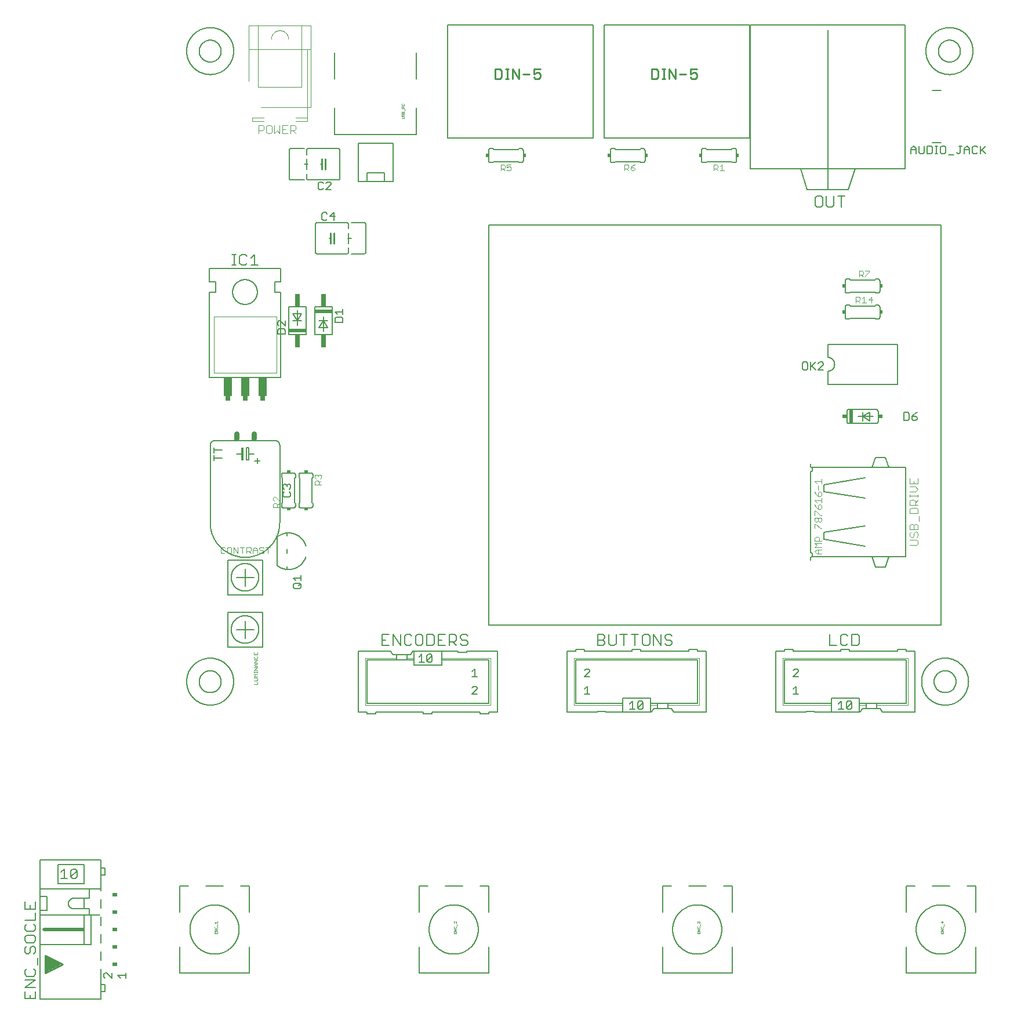
<source format=gbr>
G04 EAGLE Gerber X2 export*
%TF.Part,Single*%
%TF.FileFunction,Legend,Top,1*%
%TF.FilePolarity,Positive*%
%TF.GenerationSoftware,Autodesk,EAGLE,8.6.0*%
%TF.CreationDate,2018-04-15T11:35:01Z*%
G75*
%MOMM*%
%FSLAX34Y34*%
%LPD*%
%AMOC8*
5,1,8,0,0,1.08239X$1,22.5*%
G01*
%ADD10C,0.152400*%
%ADD11C,0.203200*%
%ADD12C,0.127000*%
%ADD13C,0.254000*%
%ADD14R,0.508000X2.032000*%
%ADD15R,0.635000X0.508000*%
%ADD16R,0.381000X0.508000*%
%ADD17C,0.101600*%
%ADD18C,0.050800*%
%ADD19C,0.177800*%
%ADD20C,0.025400*%
%ADD21C,0.508000*%
%ADD22R,5.842000X0.508000*%
%ADD23R,0.508000X2.286000*%
%ADD24R,0.508000X1.778000*%
%ADD25R,0.508000X1.270000*%
%ADD26R,0.508000X0.762000*%
%ADD27R,0.254000X0.254000*%
%ADD28R,0.762000X0.508000*%
%ADD29C,0.100000*%
%ADD30C,0.762000*%
%ADD31R,0.762000X0.381000*%
%ADD32R,0.431800X1.879600*%
%ADD33R,0.762000X0.635000*%
%ADD34R,1.270000X2.794000*%
%ADD35R,2.540000X0.508000*%
%ADD36R,0.762000X1.905000*%
%ADD37C,0.076200*%
%ADD38R,0.508000X0.381000*%


D10*
X1305560Y31750D02*
X1305570Y32592D01*
X1305601Y33433D01*
X1305653Y34273D01*
X1305725Y35111D01*
X1305818Y35947D01*
X1305931Y36781D01*
X1306065Y37612D01*
X1306219Y38440D01*
X1306393Y39263D01*
X1306588Y40082D01*
X1306802Y40896D01*
X1307037Y41704D01*
X1307291Y42506D01*
X1307564Y43302D01*
X1307858Y44091D01*
X1308170Y44872D01*
X1308502Y45646D01*
X1308852Y46411D01*
X1309221Y47167D01*
X1309609Y47914D01*
X1310015Y48651D01*
X1310438Y49379D01*
X1310880Y50095D01*
X1311339Y50801D01*
X1311815Y51494D01*
X1312308Y52177D01*
X1312818Y52846D01*
X1313343Y53503D01*
X1313885Y54147D01*
X1314443Y54778D01*
X1315016Y55394D01*
X1315603Y55997D01*
X1316206Y56584D01*
X1316822Y57157D01*
X1317453Y57715D01*
X1318097Y58257D01*
X1318754Y58782D01*
X1319423Y59292D01*
X1320106Y59785D01*
X1320799Y60261D01*
X1321505Y60720D01*
X1322221Y61162D01*
X1322949Y61585D01*
X1323686Y61991D01*
X1324433Y62379D01*
X1325189Y62748D01*
X1325954Y63098D01*
X1326728Y63430D01*
X1327509Y63742D01*
X1328298Y64036D01*
X1329094Y64309D01*
X1329896Y64563D01*
X1330704Y64798D01*
X1331518Y65012D01*
X1332337Y65207D01*
X1333160Y65381D01*
X1333988Y65535D01*
X1334819Y65669D01*
X1335653Y65782D01*
X1336489Y65875D01*
X1337327Y65947D01*
X1338167Y65999D01*
X1339008Y66030D01*
X1339850Y66040D01*
X1340692Y66030D01*
X1341533Y65999D01*
X1342373Y65947D01*
X1343211Y65875D01*
X1344047Y65782D01*
X1344881Y65669D01*
X1345712Y65535D01*
X1346540Y65381D01*
X1347363Y65207D01*
X1348182Y65012D01*
X1348996Y64798D01*
X1349804Y64563D01*
X1350606Y64309D01*
X1351402Y64036D01*
X1352191Y63742D01*
X1352972Y63430D01*
X1353746Y63098D01*
X1354511Y62748D01*
X1355267Y62379D01*
X1356014Y61991D01*
X1356751Y61585D01*
X1357479Y61162D01*
X1358195Y60720D01*
X1358901Y60261D01*
X1359594Y59785D01*
X1360277Y59292D01*
X1360946Y58782D01*
X1361603Y58257D01*
X1362247Y57715D01*
X1362878Y57157D01*
X1363494Y56584D01*
X1364097Y55997D01*
X1364684Y55394D01*
X1365257Y54778D01*
X1365815Y54147D01*
X1366357Y53503D01*
X1366882Y52846D01*
X1367392Y52177D01*
X1367885Y51494D01*
X1368361Y50801D01*
X1368820Y50095D01*
X1369262Y49379D01*
X1369685Y48651D01*
X1370091Y47914D01*
X1370479Y47167D01*
X1370848Y46411D01*
X1371198Y45646D01*
X1371530Y44872D01*
X1371842Y44091D01*
X1372136Y43302D01*
X1372409Y42506D01*
X1372663Y41704D01*
X1372898Y40896D01*
X1373112Y40082D01*
X1373307Y39263D01*
X1373481Y38440D01*
X1373635Y37612D01*
X1373769Y36781D01*
X1373882Y35947D01*
X1373975Y35111D01*
X1374047Y34273D01*
X1374099Y33433D01*
X1374130Y32592D01*
X1374140Y31750D01*
X1374130Y30908D01*
X1374099Y30067D01*
X1374047Y29227D01*
X1373975Y28389D01*
X1373882Y27553D01*
X1373769Y26719D01*
X1373635Y25888D01*
X1373481Y25060D01*
X1373307Y24237D01*
X1373112Y23418D01*
X1372898Y22604D01*
X1372663Y21796D01*
X1372409Y20994D01*
X1372136Y20198D01*
X1371842Y19409D01*
X1371530Y18628D01*
X1371198Y17854D01*
X1370848Y17089D01*
X1370479Y16333D01*
X1370091Y15586D01*
X1369685Y14849D01*
X1369262Y14121D01*
X1368820Y13405D01*
X1368361Y12699D01*
X1367885Y12006D01*
X1367392Y11323D01*
X1366882Y10654D01*
X1366357Y9997D01*
X1365815Y9353D01*
X1365257Y8722D01*
X1364684Y8106D01*
X1364097Y7503D01*
X1363494Y6916D01*
X1362878Y6343D01*
X1362247Y5785D01*
X1361603Y5243D01*
X1360946Y4718D01*
X1360277Y4208D01*
X1359594Y3715D01*
X1358901Y3239D01*
X1358195Y2780D01*
X1357479Y2338D01*
X1356751Y1915D01*
X1356014Y1509D01*
X1355267Y1121D01*
X1354511Y752D01*
X1353746Y402D01*
X1352972Y70D01*
X1352191Y-242D01*
X1351402Y-536D01*
X1350606Y-809D01*
X1349804Y-1063D01*
X1348996Y-1298D01*
X1348182Y-1512D01*
X1347363Y-1707D01*
X1346540Y-1881D01*
X1345712Y-2035D01*
X1344881Y-2169D01*
X1344047Y-2282D01*
X1343211Y-2375D01*
X1342373Y-2447D01*
X1341533Y-2499D01*
X1340692Y-2530D01*
X1339850Y-2540D01*
X1339008Y-2530D01*
X1338167Y-2499D01*
X1337327Y-2447D01*
X1336489Y-2375D01*
X1335653Y-2282D01*
X1334819Y-2169D01*
X1333988Y-2035D01*
X1333160Y-1881D01*
X1332337Y-1707D01*
X1331518Y-1512D01*
X1330704Y-1298D01*
X1329896Y-1063D01*
X1329094Y-809D01*
X1328298Y-536D01*
X1327509Y-242D01*
X1326728Y70D01*
X1325954Y402D01*
X1325189Y752D01*
X1324433Y1121D01*
X1323686Y1509D01*
X1322949Y1915D01*
X1322221Y2338D01*
X1321505Y2780D01*
X1320799Y3239D01*
X1320106Y3715D01*
X1319423Y4208D01*
X1318754Y4718D01*
X1318097Y5243D01*
X1317453Y5785D01*
X1316822Y6343D01*
X1316206Y6916D01*
X1315603Y7503D01*
X1315016Y8106D01*
X1314443Y8722D01*
X1313885Y9353D01*
X1313343Y9997D01*
X1312818Y10654D01*
X1312308Y11323D01*
X1311815Y12006D01*
X1311339Y12699D01*
X1310880Y13405D01*
X1310438Y14121D01*
X1310015Y14849D01*
X1309609Y15586D01*
X1309221Y16333D01*
X1308852Y17089D01*
X1308502Y17854D01*
X1308170Y18628D01*
X1307858Y19409D01*
X1307564Y20198D01*
X1307291Y20994D01*
X1307037Y21796D01*
X1306802Y22604D01*
X1306588Y23418D01*
X1306393Y24237D01*
X1306219Y25060D01*
X1306065Y25888D01*
X1305931Y26719D01*
X1305818Y27553D01*
X1305725Y28389D01*
X1305653Y29227D01*
X1305601Y30067D01*
X1305570Y30908D01*
X1305560Y31750D01*
D11*
X1323850Y31750D02*
X1323855Y32143D01*
X1323869Y32535D01*
X1323893Y32927D01*
X1323927Y33318D01*
X1323970Y33709D01*
X1324023Y34098D01*
X1324086Y34485D01*
X1324157Y34871D01*
X1324239Y35256D01*
X1324329Y35638D01*
X1324430Y36017D01*
X1324539Y36395D01*
X1324658Y36769D01*
X1324785Y37140D01*
X1324922Y37508D01*
X1325068Y37873D01*
X1325223Y38234D01*
X1325386Y38591D01*
X1325558Y38944D01*
X1325739Y39292D01*
X1325929Y39636D01*
X1326126Y39976D01*
X1326332Y40310D01*
X1326546Y40639D01*
X1326769Y40963D01*
X1326999Y41281D01*
X1327236Y41594D01*
X1327482Y41900D01*
X1327735Y42201D01*
X1327995Y42495D01*
X1328262Y42783D01*
X1328536Y43064D01*
X1328817Y43338D01*
X1329105Y43605D01*
X1329399Y43865D01*
X1329700Y44118D01*
X1330006Y44364D01*
X1330319Y44601D01*
X1330637Y44831D01*
X1330961Y45054D01*
X1331290Y45268D01*
X1331624Y45474D01*
X1331964Y45671D01*
X1332308Y45861D01*
X1332656Y46042D01*
X1333009Y46214D01*
X1333366Y46377D01*
X1333727Y46532D01*
X1334092Y46678D01*
X1334460Y46815D01*
X1334831Y46942D01*
X1335205Y47061D01*
X1335583Y47170D01*
X1335962Y47271D01*
X1336344Y47361D01*
X1336729Y47443D01*
X1337115Y47514D01*
X1337502Y47577D01*
X1337891Y47630D01*
X1338282Y47673D01*
X1338673Y47707D01*
X1339065Y47731D01*
X1339457Y47745D01*
X1339850Y47750D01*
X1340243Y47745D01*
X1340635Y47731D01*
X1341027Y47707D01*
X1341418Y47673D01*
X1341809Y47630D01*
X1342198Y47577D01*
X1342585Y47514D01*
X1342971Y47443D01*
X1343356Y47361D01*
X1343738Y47271D01*
X1344117Y47170D01*
X1344495Y47061D01*
X1344869Y46942D01*
X1345240Y46815D01*
X1345608Y46678D01*
X1345973Y46532D01*
X1346334Y46377D01*
X1346691Y46214D01*
X1347044Y46042D01*
X1347392Y45861D01*
X1347736Y45671D01*
X1348076Y45474D01*
X1348410Y45268D01*
X1348739Y45054D01*
X1349063Y44831D01*
X1349381Y44601D01*
X1349694Y44364D01*
X1350000Y44118D01*
X1350301Y43865D01*
X1350595Y43605D01*
X1350883Y43338D01*
X1351164Y43064D01*
X1351438Y42783D01*
X1351705Y42495D01*
X1351965Y42201D01*
X1352218Y41900D01*
X1352464Y41594D01*
X1352701Y41281D01*
X1352931Y40963D01*
X1353154Y40639D01*
X1353368Y40310D01*
X1353574Y39976D01*
X1353771Y39636D01*
X1353961Y39292D01*
X1354142Y38944D01*
X1354314Y38591D01*
X1354477Y38234D01*
X1354632Y37873D01*
X1354778Y37508D01*
X1354915Y37140D01*
X1355042Y36769D01*
X1355161Y36395D01*
X1355270Y36017D01*
X1355371Y35638D01*
X1355461Y35256D01*
X1355543Y34871D01*
X1355614Y34485D01*
X1355677Y34098D01*
X1355730Y33709D01*
X1355773Y33318D01*
X1355807Y32927D01*
X1355831Y32535D01*
X1355845Y32143D01*
X1355850Y31750D01*
X1355845Y31357D01*
X1355831Y30965D01*
X1355807Y30573D01*
X1355773Y30182D01*
X1355730Y29791D01*
X1355677Y29402D01*
X1355614Y29015D01*
X1355543Y28629D01*
X1355461Y28244D01*
X1355371Y27862D01*
X1355270Y27483D01*
X1355161Y27105D01*
X1355042Y26731D01*
X1354915Y26360D01*
X1354778Y25992D01*
X1354632Y25627D01*
X1354477Y25266D01*
X1354314Y24909D01*
X1354142Y24556D01*
X1353961Y24208D01*
X1353771Y23864D01*
X1353574Y23524D01*
X1353368Y23190D01*
X1353154Y22861D01*
X1352931Y22537D01*
X1352701Y22219D01*
X1352464Y21906D01*
X1352218Y21600D01*
X1351965Y21299D01*
X1351705Y21005D01*
X1351438Y20717D01*
X1351164Y20436D01*
X1350883Y20162D01*
X1350595Y19895D01*
X1350301Y19635D01*
X1350000Y19382D01*
X1349694Y19136D01*
X1349381Y18899D01*
X1349063Y18669D01*
X1348739Y18446D01*
X1348410Y18232D01*
X1348076Y18026D01*
X1347736Y17829D01*
X1347392Y17639D01*
X1347044Y17458D01*
X1346691Y17286D01*
X1346334Y17123D01*
X1345973Y16968D01*
X1345608Y16822D01*
X1345240Y16685D01*
X1344869Y16558D01*
X1344495Y16439D01*
X1344117Y16330D01*
X1343738Y16229D01*
X1343356Y16139D01*
X1342971Y16057D01*
X1342585Y15986D01*
X1342198Y15923D01*
X1341809Y15870D01*
X1341418Y15827D01*
X1341027Y15793D01*
X1340635Y15769D01*
X1340243Y15755D01*
X1339850Y15750D01*
X1339457Y15755D01*
X1339065Y15769D01*
X1338673Y15793D01*
X1338282Y15827D01*
X1337891Y15870D01*
X1337502Y15923D01*
X1337115Y15986D01*
X1336729Y16057D01*
X1336344Y16139D01*
X1335962Y16229D01*
X1335583Y16330D01*
X1335205Y16439D01*
X1334831Y16558D01*
X1334460Y16685D01*
X1334092Y16822D01*
X1333727Y16968D01*
X1333366Y17123D01*
X1333009Y17286D01*
X1332656Y17458D01*
X1332308Y17639D01*
X1331964Y17829D01*
X1331624Y18026D01*
X1331290Y18232D01*
X1330961Y18446D01*
X1330637Y18669D01*
X1330319Y18899D01*
X1330006Y19136D01*
X1329700Y19382D01*
X1329399Y19635D01*
X1329105Y19895D01*
X1328817Y20162D01*
X1328536Y20436D01*
X1328262Y20717D01*
X1327995Y21005D01*
X1327735Y21299D01*
X1327482Y21600D01*
X1327236Y21906D01*
X1326999Y22219D01*
X1326769Y22537D01*
X1326546Y22861D01*
X1326332Y23190D01*
X1326126Y23524D01*
X1325929Y23864D01*
X1325739Y24208D01*
X1325558Y24556D01*
X1325386Y24909D01*
X1325223Y25266D01*
X1325068Y25627D01*
X1324922Y25992D01*
X1324785Y26360D01*
X1324658Y26731D01*
X1324539Y27105D01*
X1324430Y27483D01*
X1324329Y27862D01*
X1324239Y28244D01*
X1324157Y28629D01*
X1324086Y29015D01*
X1324023Y29402D01*
X1323970Y29791D01*
X1323927Y30182D01*
X1323893Y30573D01*
X1323869Y30965D01*
X1323855Y31357D01*
X1323850Y31750D01*
D10*
X232410Y31750D02*
X232420Y32592D01*
X232451Y33433D01*
X232503Y34273D01*
X232575Y35111D01*
X232668Y35947D01*
X232781Y36781D01*
X232915Y37612D01*
X233069Y38440D01*
X233243Y39263D01*
X233438Y40082D01*
X233652Y40896D01*
X233887Y41704D01*
X234141Y42506D01*
X234414Y43302D01*
X234708Y44091D01*
X235020Y44872D01*
X235352Y45646D01*
X235702Y46411D01*
X236071Y47167D01*
X236459Y47914D01*
X236865Y48651D01*
X237288Y49379D01*
X237730Y50095D01*
X238189Y50801D01*
X238665Y51494D01*
X239158Y52177D01*
X239668Y52846D01*
X240193Y53503D01*
X240735Y54147D01*
X241293Y54778D01*
X241866Y55394D01*
X242453Y55997D01*
X243056Y56584D01*
X243672Y57157D01*
X244303Y57715D01*
X244947Y58257D01*
X245604Y58782D01*
X246273Y59292D01*
X246956Y59785D01*
X247649Y60261D01*
X248355Y60720D01*
X249071Y61162D01*
X249799Y61585D01*
X250536Y61991D01*
X251283Y62379D01*
X252039Y62748D01*
X252804Y63098D01*
X253578Y63430D01*
X254359Y63742D01*
X255148Y64036D01*
X255944Y64309D01*
X256746Y64563D01*
X257554Y64798D01*
X258368Y65012D01*
X259187Y65207D01*
X260010Y65381D01*
X260838Y65535D01*
X261669Y65669D01*
X262503Y65782D01*
X263339Y65875D01*
X264177Y65947D01*
X265017Y65999D01*
X265858Y66030D01*
X266700Y66040D01*
X267542Y66030D01*
X268383Y65999D01*
X269223Y65947D01*
X270061Y65875D01*
X270897Y65782D01*
X271731Y65669D01*
X272562Y65535D01*
X273390Y65381D01*
X274213Y65207D01*
X275032Y65012D01*
X275846Y64798D01*
X276654Y64563D01*
X277456Y64309D01*
X278252Y64036D01*
X279041Y63742D01*
X279822Y63430D01*
X280596Y63098D01*
X281361Y62748D01*
X282117Y62379D01*
X282864Y61991D01*
X283601Y61585D01*
X284329Y61162D01*
X285045Y60720D01*
X285751Y60261D01*
X286444Y59785D01*
X287127Y59292D01*
X287796Y58782D01*
X288453Y58257D01*
X289097Y57715D01*
X289728Y57157D01*
X290344Y56584D01*
X290947Y55997D01*
X291534Y55394D01*
X292107Y54778D01*
X292665Y54147D01*
X293207Y53503D01*
X293732Y52846D01*
X294242Y52177D01*
X294735Y51494D01*
X295211Y50801D01*
X295670Y50095D01*
X296112Y49379D01*
X296535Y48651D01*
X296941Y47914D01*
X297329Y47167D01*
X297698Y46411D01*
X298048Y45646D01*
X298380Y44872D01*
X298692Y44091D01*
X298986Y43302D01*
X299259Y42506D01*
X299513Y41704D01*
X299748Y40896D01*
X299962Y40082D01*
X300157Y39263D01*
X300331Y38440D01*
X300485Y37612D01*
X300619Y36781D01*
X300732Y35947D01*
X300825Y35111D01*
X300897Y34273D01*
X300949Y33433D01*
X300980Y32592D01*
X300990Y31750D01*
X300980Y30908D01*
X300949Y30067D01*
X300897Y29227D01*
X300825Y28389D01*
X300732Y27553D01*
X300619Y26719D01*
X300485Y25888D01*
X300331Y25060D01*
X300157Y24237D01*
X299962Y23418D01*
X299748Y22604D01*
X299513Y21796D01*
X299259Y20994D01*
X298986Y20198D01*
X298692Y19409D01*
X298380Y18628D01*
X298048Y17854D01*
X297698Y17089D01*
X297329Y16333D01*
X296941Y15586D01*
X296535Y14849D01*
X296112Y14121D01*
X295670Y13405D01*
X295211Y12699D01*
X294735Y12006D01*
X294242Y11323D01*
X293732Y10654D01*
X293207Y9997D01*
X292665Y9353D01*
X292107Y8722D01*
X291534Y8106D01*
X290947Y7503D01*
X290344Y6916D01*
X289728Y6343D01*
X289097Y5785D01*
X288453Y5243D01*
X287796Y4718D01*
X287127Y4208D01*
X286444Y3715D01*
X285751Y3239D01*
X285045Y2780D01*
X284329Y2338D01*
X283601Y1915D01*
X282864Y1509D01*
X282117Y1121D01*
X281361Y752D01*
X280596Y402D01*
X279822Y70D01*
X279041Y-242D01*
X278252Y-536D01*
X277456Y-809D01*
X276654Y-1063D01*
X275846Y-1298D01*
X275032Y-1512D01*
X274213Y-1707D01*
X273390Y-1881D01*
X272562Y-2035D01*
X271731Y-2169D01*
X270897Y-2282D01*
X270061Y-2375D01*
X269223Y-2447D01*
X268383Y-2499D01*
X267542Y-2530D01*
X266700Y-2540D01*
X265858Y-2530D01*
X265017Y-2499D01*
X264177Y-2447D01*
X263339Y-2375D01*
X262503Y-2282D01*
X261669Y-2169D01*
X260838Y-2035D01*
X260010Y-1881D01*
X259187Y-1707D01*
X258368Y-1512D01*
X257554Y-1298D01*
X256746Y-1063D01*
X255944Y-809D01*
X255148Y-536D01*
X254359Y-242D01*
X253578Y70D01*
X252804Y402D01*
X252039Y752D01*
X251283Y1121D01*
X250536Y1509D01*
X249799Y1915D01*
X249071Y2338D01*
X248355Y2780D01*
X247649Y3239D01*
X246956Y3715D01*
X246273Y4208D01*
X245604Y4718D01*
X244947Y5243D01*
X244303Y5785D01*
X243672Y6343D01*
X243056Y6916D01*
X242453Y7503D01*
X241866Y8106D01*
X241293Y8722D01*
X240735Y9353D01*
X240193Y9997D01*
X239668Y10654D01*
X239158Y11323D01*
X238665Y12006D01*
X238189Y12699D01*
X237730Y13405D01*
X237288Y14121D01*
X236865Y14849D01*
X236459Y15586D01*
X236071Y16333D01*
X235702Y17089D01*
X235352Y17854D01*
X235020Y18628D01*
X234708Y19409D01*
X234414Y20198D01*
X234141Y20994D01*
X233887Y21796D01*
X233652Y22604D01*
X233438Y23418D01*
X233243Y24237D01*
X233069Y25060D01*
X232915Y25888D01*
X232781Y26719D01*
X232668Y27553D01*
X232575Y28389D01*
X232503Y29227D01*
X232451Y30067D01*
X232420Y30908D01*
X232410Y31750D01*
D11*
X250700Y31750D02*
X250705Y32143D01*
X250719Y32535D01*
X250743Y32927D01*
X250777Y33318D01*
X250820Y33709D01*
X250873Y34098D01*
X250936Y34485D01*
X251007Y34871D01*
X251089Y35256D01*
X251179Y35638D01*
X251280Y36017D01*
X251389Y36395D01*
X251508Y36769D01*
X251635Y37140D01*
X251772Y37508D01*
X251918Y37873D01*
X252073Y38234D01*
X252236Y38591D01*
X252408Y38944D01*
X252589Y39292D01*
X252779Y39636D01*
X252976Y39976D01*
X253182Y40310D01*
X253396Y40639D01*
X253619Y40963D01*
X253849Y41281D01*
X254086Y41594D01*
X254332Y41900D01*
X254585Y42201D01*
X254845Y42495D01*
X255112Y42783D01*
X255386Y43064D01*
X255667Y43338D01*
X255955Y43605D01*
X256249Y43865D01*
X256550Y44118D01*
X256856Y44364D01*
X257169Y44601D01*
X257487Y44831D01*
X257811Y45054D01*
X258140Y45268D01*
X258474Y45474D01*
X258814Y45671D01*
X259158Y45861D01*
X259506Y46042D01*
X259859Y46214D01*
X260216Y46377D01*
X260577Y46532D01*
X260942Y46678D01*
X261310Y46815D01*
X261681Y46942D01*
X262055Y47061D01*
X262433Y47170D01*
X262812Y47271D01*
X263194Y47361D01*
X263579Y47443D01*
X263965Y47514D01*
X264352Y47577D01*
X264741Y47630D01*
X265132Y47673D01*
X265523Y47707D01*
X265915Y47731D01*
X266307Y47745D01*
X266700Y47750D01*
X267093Y47745D01*
X267485Y47731D01*
X267877Y47707D01*
X268268Y47673D01*
X268659Y47630D01*
X269048Y47577D01*
X269435Y47514D01*
X269821Y47443D01*
X270206Y47361D01*
X270588Y47271D01*
X270967Y47170D01*
X271345Y47061D01*
X271719Y46942D01*
X272090Y46815D01*
X272458Y46678D01*
X272823Y46532D01*
X273184Y46377D01*
X273541Y46214D01*
X273894Y46042D01*
X274242Y45861D01*
X274586Y45671D01*
X274926Y45474D01*
X275260Y45268D01*
X275589Y45054D01*
X275913Y44831D01*
X276231Y44601D01*
X276544Y44364D01*
X276850Y44118D01*
X277151Y43865D01*
X277445Y43605D01*
X277733Y43338D01*
X278014Y43064D01*
X278288Y42783D01*
X278555Y42495D01*
X278815Y42201D01*
X279068Y41900D01*
X279314Y41594D01*
X279551Y41281D01*
X279781Y40963D01*
X280004Y40639D01*
X280218Y40310D01*
X280424Y39976D01*
X280621Y39636D01*
X280811Y39292D01*
X280992Y38944D01*
X281164Y38591D01*
X281327Y38234D01*
X281482Y37873D01*
X281628Y37508D01*
X281765Y37140D01*
X281892Y36769D01*
X282011Y36395D01*
X282120Y36017D01*
X282221Y35638D01*
X282311Y35256D01*
X282393Y34871D01*
X282464Y34485D01*
X282527Y34098D01*
X282580Y33709D01*
X282623Y33318D01*
X282657Y32927D01*
X282681Y32535D01*
X282695Y32143D01*
X282700Y31750D01*
X282695Y31357D01*
X282681Y30965D01*
X282657Y30573D01*
X282623Y30182D01*
X282580Y29791D01*
X282527Y29402D01*
X282464Y29015D01*
X282393Y28629D01*
X282311Y28244D01*
X282221Y27862D01*
X282120Y27483D01*
X282011Y27105D01*
X281892Y26731D01*
X281765Y26360D01*
X281628Y25992D01*
X281482Y25627D01*
X281327Y25266D01*
X281164Y24909D01*
X280992Y24556D01*
X280811Y24208D01*
X280621Y23864D01*
X280424Y23524D01*
X280218Y23190D01*
X280004Y22861D01*
X279781Y22537D01*
X279551Y22219D01*
X279314Y21906D01*
X279068Y21600D01*
X278815Y21299D01*
X278555Y21005D01*
X278288Y20717D01*
X278014Y20436D01*
X277733Y20162D01*
X277445Y19895D01*
X277151Y19635D01*
X276850Y19382D01*
X276544Y19136D01*
X276231Y18899D01*
X275913Y18669D01*
X275589Y18446D01*
X275260Y18232D01*
X274926Y18026D01*
X274586Y17829D01*
X274242Y17639D01*
X273894Y17458D01*
X273541Y17286D01*
X273184Y17123D01*
X272823Y16968D01*
X272458Y16822D01*
X272090Y16685D01*
X271719Y16558D01*
X271345Y16439D01*
X270967Y16330D01*
X270588Y16229D01*
X270206Y16139D01*
X269821Y16057D01*
X269435Y15986D01*
X269048Y15923D01*
X268659Y15870D01*
X268268Y15827D01*
X267877Y15793D01*
X267485Y15769D01*
X267093Y15755D01*
X266700Y15750D01*
X266307Y15755D01*
X265915Y15769D01*
X265523Y15793D01*
X265132Y15827D01*
X264741Y15870D01*
X264352Y15923D01*
X263965Y15986D01*
X263579Y16057D01*
X263194Y16139D01*
X262812Y16229D01*
X262433Y16330D01*
X262055Y16439D01*
X261681Y16558D01*
X261310Y16685D01*
X260942Y16822D01*
X260577Y16968D01*
X260216Y17123D01*
X259859Y17286D01*
X259506Y17458D01*
X259158Y17639D01*
X258814Y17829D01*
X258474Y18026D01*
X258140Y18232D01*
X257811Y18446D01*
X257487Y18669D01*
X257169Y18899D01*
X256856Y19136D01*
X256550Y19382D01*
X256249Y19635D01*
X255955Y19895D01*
X255667Y20162D01*
X255386Y20436D01*
X255112Y20717D01*
X254845Y21005D01*
X254585Y21299D01*
X254332Y21600D01*
X254086Y21906D01*
X253849Y22219D01*
X253619Y22537D01*
X253396Y22861D01*
X253182Y23190D01*
X252976Y23524D01*
X252779Y23864D01*
X252589Y24208D01*
X252408Y24556D01*
X252236Y24909D01*
X252073Y25266D01*
X251918Y25627D01*
X251772Y25992D01*
X251635Y26360D01*
X251508Y26731D01*
X251389Y27105D01*
X251280Y27483D01*
X251179Y27862D01*
X251089Y28244D01*
X251007Y28629D01*
X250936Y29015D01*
X250873Y29402D01*
X250820Y29791D01*
X250777Y30182D01*
X250743Y30573D01*
X250719Y30965D01*
X250705Y31357D01*
X250700Y31750D01*
D10*
X232410Y952500D02*
X232420Y953342D01*
X232451Y954183D01*
X232503Y955023D01*
X232575Y955861D01*
X232668Y956697D01*
X232781Y957531D01*
X232915Y958362D01*
X233069Y959190D01*
X233243Y960013D01*
X233438Y960832D01*
X233652Y961646D01*
X233887Y962454D01*
X234141Y963256D01*
X234414Y964052D01*
X234708Y964841D01*
X235020Y965622D01*
X235352Y966396D01*
X235702Y967161D01*
X236071Y967917D01*
X236459Y968664D01*
X236865Y969401D01*
X237288Y970129D01*
X237730Y970845D01*
X238189Y971551D01*
X238665Y972244D01*
X239158Y972927D01*
X239668Y973596D01*
X240193Y974253D01*
X240735Y974897D01*
X241293Y975528D01*
X241866Y976144D01*
X242453Y976747D01*
X243056Y977334D01*
X243672Y977907D01*
X244303Y978465D01*
X244947Y979007D01*
X245604Y979532D01*
X246273Y980042D01*
X246956Y980535D01*
X247649Y981011D01*
X248355Y981470D01*
X249071Y981912D01*
X249799Y982335D01*
X250536Y982741D01*
X251283Y983129D01*
X252039Y983498D01*
X252804Y983848D01*
X253578Y984180D01*
X254359Y984492D01*
X255148Y984786D01*
X255944Y985059D01*
X256746Y985313D01*
X257554Y985548D01*
X258368Y985762D01*
X259187Y985957D01*
X260010Y986131D01*
X260838Y986285D01*
X261669Y986419D01*
X262503Y986532D01*
X263339Y986625D01*
X264177Y986697D01*
X265017Y986749D01*
X265858Y986780D01*
X266700Y986790D01*
X267542Y986780D01*
X268383Y986749D01*
X269223Y986697D01*
X270061Y986625D01*
X270897Y986532D01*
X271731Y986419D01*
X272562Y986285D01*
X273390Y986131D01*
X274213Y985957D01*
X275032Y985762D01*
X275846Y985548D01*
X276654Y985313D01*
X277456Y985059D01*
X278252Y984786D01*
X279041Y984492D01*
X279822Y984180D01*
X280596Y983848D01*
X281361Y983498D01*
X282117Y983129D01*
X282864Y982741D01*
X283601Y982335D01*
X284329Y981912D01*
X285045Y981470D01*
X285751Y981011D01*
X286444Y980535D01*
X287127Y980042D01*
X287796Y979532D01*
X288453Y979007D01*
X289097Y978465D01*
X289728Y977907D01*
X290344Y977334D01*
X290947Y976747D01*
X291534Y976144D01*
X292107Y975528D01*
X292665Y974897D01*
X293207Y974253D01*
X293732Y973596D01*
X294242Y972927D01*
X294735Y972244D01*
X295211Y971551D01*
X295670Y970845D01*
X296112Y970129D01*
X296535Y969401D01*
X296941Y968664D01*
X297329Y967917D01*
X297698Y967161D01*
X298048Y966396D01*
X298380Y965622D01*
X298692Y964841D01*
X298986Y964052D01*
X299259Y963256D01*
X299513Y962454D01*
X299748Y961646D01*
X299962Y960832D01*
X300157Y960013D01*
X300331Y959190D01*
X300485Y958362D01*
X300619Y957531D01*
X300732Y956697D01*
X300825Y955861D01*
X300897Y955023D01*
X300949Y954183D01*
X300980Y953342D01*
X300990Y952500D01*
X300980Y951658D01*
X300949Y950817D01*
X300897Y949977D01*
X300825Y949139D01*
X300732Y948303D01*
X300619Y947469D01*
X300485Y946638D01*
X300331Y945810D01*
X300157Y944987D01*
X299962Y944168D01*
X299748Y943354D01*
X299513Y942546D01*
X299259Y941744D01*
X298986Y940948D01*
X298692Y940159D01*
X298380Y939378D01*
X298048Y938604D01*
X297698Y937839D01*
X297329Y937083D01*
X296941Y936336D01*
X296535Y935599D01*
X296112Y934871D01*
X295670Y934155D01*
X295211Y933449D01*
X294735Y932756D01*
X294242Y932073D01*
X293732Y931404D01*
X293207Y930747D01*
X292665Y930103D01*
X292107Y929472D01*
X291534Y928856D01*
X290947Y928253D01*
X290344Y927666D01*
X289728Y927093D01*
X289097Y926535D01*
X288453Y925993D01*
X287796Y925468D01*
X287127Y924958D01*
X286444Y924465D01*
X285751Y923989D01*
X285045Y923530D01*
X284329Y923088D01*
X283601Y922665D01*
X282864Y922259D01*
X282117Y921871D01*
X281361Y921502D01*
X280596Y921152D01*
X279822Y920820D01*
X279041Y920508D01*
X278252Y920214D01*
X277456Y919941D01*
X276654Y919687D01*
X275846Y919452D01*
X275032Y919238D01*
X274213Y919043D01*
X273390Y918869D01*
X272562Y918715D01*
X271731Y918581D01*
X270897Y918468D01*
X270061Y918375D01*
X269223Y918303D01*
X268383Y918251D01*
X267542Y918220D01*
X266700Y918210D01*
X265858Y918220D01*
X265017Y918251D01*
X264177Y918303D01*
X263339Y918375D01*
X262503Y918468D01*
X261669Y918581D01*
X260838Y918715D01*
X260010Y918869D01*
X259187Y919043D01*
X258368Y919238D01*
X257554Y919452D01*
X256746Y919687D01*
X255944Y919941D01*
X255148Y920214D01*
X254359Y920508D01*
X253578Y920820D01*
X252804Y921152D01*
X252039Y921502D01*
X251283Y921871D01*
X250536Y922259D01*
X249799Y922665D01*
X249071Y923088D01*
X248355Y923530D01*
X247649Y923989D01*
X246956Y924465D01*
X246273Y924958D01*
X245604Y925468D01*
X244947Y925993D01*
X244303Y926535D01*
X243672Y927093D01*
X243056Y927666D01*
X242453Y928253D01*
X241866Y928856D01*
X241293Y929472D01*
X240735Y930103D01*
X240193Y930747D01*
X239668Y931404D01*
X239158Y932073D01*
X238665Y932756D01*
X238189Y933449D01*
X237730Y934155D01*
X237288Y934871D01*
X236865Y935599D01*
X236459Y936336D01*
X236071Y937083D01*
X235702Y937839D01*
X235352Y938604D01*
X235020Y939378D01*
X234708Y940159D01*
X234414Y940948D01*
X234141Y941744D01*
X233887Y942546D01*
X233652Y943354D01*
X233438Y944168D01*
X233243Y944987D01*
X233069Y945810D01*
X232915Y946638D01*
X232781Y947469D01*
X232668Y948303D01*
X232575Y949139D01*
X232503Y949977D01*
X232451Y950817D01*
X232420Y951658D01*
X232410Y952500D01*
D11*
X250700Y952500D02*
X250705Y952893D01*
X250719Y953285D01*
X250743Y953677D01*
X250777Y954068D01*
X250820Y954459D01*
X250873Y954848D01*
X250936Y955235D01*
X251007Y955621D01*
X251089Y956006D01*
X251179Y956388D01*
X251280Y956767D01*
X251389Y957145D01*
X251508Y957519D01*
X251635Y957890D01*
X251772Y958258D01*
X251918Y958623D01*
X252073Y958984D01*
X252236Y959341D01*
X252408Y959694D01*
X252589Y960042D01*
X252779Y960386D01*
X252976Y960726D01*
X253182Y961060D01*
X253396Y961389D01*
X253619Y961713D01*
X253849Y962031D01*
X254086Y962344D01*
X254332Y962650D01*
X254585Y962951D01*
X254845Y963245D01*
X255112Y963533D01*
X255386Y963814D01*
X255667Y964088D01*
X255955Y964355D01*
X256249Y964615D01*
X256550Y964868D01*
X256856Y965114D01*
X257169Y965351D01*
X257487Y965581D01*
X257811Y965804D01*
X258140Y966018D01*
X258474Y966224D01*
X258814Y966421D01*
X259158Y966611D01*
X259506Y966792D01*
X259859Y966964D01*
X260216Y967127D01*
X260577Y967282D01*
X260942Y967428D01*
X261310Y967565D01*
X261681Y967692D01*
X262055Y967811D01*
X262433Y967920D01*
X262812Y968021D01*
X263194Y968111D01*
X263579Y968193D01*
X263965Y968264D01*
X264352Y968327D01*
X264741Y968380D01*
X265132Y968423D01*
X265523Y968457D01*
X265915Y968481D01*
X266307Y968495D01*
X266700Y968500D01*
X267093Y968495D01*
X267485Y968481D01*
X267877Y968457D01*
X268268Y968423D01*
X268659Y968380D01*
X269048Y968327D01*
X269435Y968264D01*
X269821Y968193D01*
X270206Y968111D01*
X270588Y968021D01*
X270967Y967920D01*
X271345Y967811D01*
X271719Y967692D01*
X272090Y967565D01*
X272458Y967428D01*
X272823Y967282D01*
X273184Y967127D01*
X273541Y966964D01*
X273894Y966792D01*
X274242Y966611D01*
X274586Y966421D01*
X274926Y966224D01*
X275260Y966018D01*
X275589Y965804D01*
X275913Y965581D01*
X276231Y965351D01*
X276544Y965114D01*
X276850Y964868D01*
X277151Y964615D01*
X277445Y964355D01*
X277733Y964088D01*
X278014Y963814D01*
X278288Y963533D01*
X278555Y963245D01*
X278815Y962951D01*
X279068Y962650D01*
X279314Y962344D01*
X279551Y962031D01*
X279781Y961713D01*
X280004Y961389D01*
X280218Y961060D01*
X280424Y960726D01*
X280621Y960386D01*
X280811Y960042D01*
X280992Y959694D01*
X281164Y959341D01*
X281327Y958984D01*
X281482Y958623D01*
X281628Y958258D01*
X281765Y957890D01*
X281892Y957519D01*
X282011Y957145D01*
X282120Y956767D01*
X282221Y956388D01*
X282311Y956006D01*
X282393Y955621D01*
X282464Y955235D01*
X282527Y954848D01*
X282580Y954459D01*
X282623Y954068D01*
X282657Y953677D01*
X282681Y953285D01*
X282695Y952893D01*
X282700Y952500D01*
X282695Y952107D01*
X282681Y951715D01*
X282657Y951323D01*
X282623Y950932D01*
X282580Y950541D01*
X282527Y950152D01*
X282464Y949765D01*
X282393Y949379D01*
X282311Y948994D01*
X282221Y948612D01*
X282120Y948233D01*
X282011Y947855D01*
X281892Y947481D01*
X281765Y947110D01*
X281628Y946742D01*
X281482Y946377D01*
X281327Y946016D01*
X281164Y945659D01*
X280992Y945306D01*
X280811Y944958D01*
X280621Y944614D01*
X280424Y944274D01*
X280218Y943940D01*
X280004Y943611D01*
X279781Y943287D01*
X279551Y942969D01*
X279314Y942656D01*
X279068Y942350D01*
X278815Y942049D01*
X278555Y941755D01*
X278288Y941467D01*
X278014Y941186D01*
X277733Y940912D01*
X277445Y940645D01*
X277151Y940385D01*
X276850Y940132D01*
X276544Y939886D01*
X276231Y939649D01*
X275913Y939419D01*
X275589Y939196D01*
X275260Y938982D01*
X274926Y938776D01*
X274586Y938579D01*
X274242Y938389D01*
X273894Y938208D01*
X273541Y938036D01*
X273184Y937873D01*
X272823Y937718D01*
X272458Y937572D01*
X272090Y937435D01*
X271719Y937308D01*
X271345Y937189D01*
X270967Y937080D01*
X270588Y936979D01*
X270206Y936889D01*
X269821Y936807D01*
X269435Y936736D01*
X269048Y936673D01*
X268659Y936620D01*
X268268Y936577D01*
X267877Y936543D01*
X267485Y936519D01*
X267093Y936505D01*
X266700Y936500D01*
X266307Y936505D01*
X265915Y936519D01*
X265523Y936543D01*
X265132Y936577D01*
X264741Y936620D01*
X264352Y936673D01*
X263965Y936736D01*
X263579Y936807D01*
X263194Y936889D01*
X262812Y936979D01*
X262433Y937080D01*
X262055Y937189D01*
X261681Y937308D01*
X261310Y937435D01*
X260942Y937572D01*
X260577Y937718D01*
X260216Y937873D01*
X259859Y938036D01*
X259506Y938208D01*
X259158Y938389D01*
X258814Y938579D01*
X258474Y938776D01*
X258140Y938982D01*
X257811Y939196D01*
X257487Y939419D01*
X257169Y939649D01*
X256856Y939886D01*
X256550Y940132D01*
X256249Y940385D01*
X255955Y940645D01*
X255667Y940912D01*
X255386Y941186D01*
X255112Y941467D01*
X254845Y941755D01*
X254585Y942049D01*
X254332Y942350D01*
X254086Y942656D01*
X253849Y942969D01*
X253619Y943287D01*
X253396Y943611D01*
X253182Y943940D01*
X252976Y944274D01*
X252779Y944614D01*
X252589Y944958D01*
X252408Y945306D01*
X252236Y945659D01*
X252073Y946016D01*
X251918Y946377D01*
X251772Y946742D01*
X251635Y947110D01*
X251508Y947481D01*
X251389Y947855D01*
X251280Y948233D01*
X251179Y948612D01*
X251089Y948994D01*
X251007Y949379D01*
X250936Y949765D01*
X250873Y950152D01*
X250820Y950541D01*
X250777Y950932D01*
X250743Y951323D01*
X250719Y951715D01*
X250705Y952107D01*
X250700Y952500D01*
D10*
X1311910Y952500D02*
X1311920Y953342D01*
X1311951Y954183D01*
X1312003Y955023D01*
X1312075Y955861D01*
X1312168Y956697D01*
X1312281Y957531D01*
X1312415Y958362D01*
X1312569Y959190D01*
X1312743Y960013D01*
X1312938Y960832D01*
X1313152Y961646D01*
X1313387Y962454D01*
X1313641Y963256D01*
X1313914Y964052D01*
X1314208Y964841D01*
X1314520Y965622D01*
X1314852Y966396D01*
X1315202Y967161D01*
X1315571Y967917D01*
X1315959Y968664D01*
X1316365Y969401D01*
X1316788Y970129D01*
X1317230Y970845D01*
X1317689Y971551D01*
X1318165Y972244D01*
X1318658Y972927D01*
X1319168Y973596D01*
X1319693Y974253D01*
X1320235Y974897D01*
X1320793Y975528D01*
X1321366Y976144D01*
X1321953Y976747D01*
X1322556Y977334D01*
X1323172Y977907D01*
X1323803Y978465D01*
X1324447Y979007D01*
X1325104Y979532D01*
X1325773Y980042D01*
X1326456Y980535D01*
X1327149Y981011D01*
X1327855Y981470D01*
X1328571Y981912D01*
X1329299Y982335D01*
X1330036Y982741D01*
X1330783Y983129D01*
X1331539Y983498D01*
X1332304Y983848D01*
X1333078Y984180D01*
X1333859Y984492D01*
X1334648Y984786D01*
X1335444Y985059D01*
X1336246Y985313D01*
X1337054Y985548D01*
X1337868Y985762D01*
X1338687Y985957D01*
X1339510Y986131D01*
X1340338Y986285D01*
X1341169Y986419D01*
X1342003Y986532D01*
X1342839Y986625D01*
X1343677Y986697D01*
X1344517Y986749D01*
X1345358Y986780D01*
X1346200Y986790D01*
X1347042Y986780D01*
X1347883Y986749D01*
X1348723Y986697D01*
X1349561Y986625D01*
X1350397Y986532D01*
X1351231Y986419D01*
X1352062Y986285D01*
X1352890Y986131D01*
X1353713Y985957D01*
X1354532Y985762D01*
X1355346Y985548D01*
X1356154Y985313D01*
X1356956Y985059D01*
X1357752Y984786D01*
X1358541Y984492D01*
X1359322Y984180D01*
X1360096Y983848D01*
X1360861Y983498D01*
X1361617Y983129D01*
X1362364Y982741D01*
X1363101Y982335D01*
X1363829Y981912D01*
X1364545Y981470D01*
X1365251Y981011D01*
X1365944Y980535D01*
X1366627Y980042D01*
X1367296Y979532D01*
X1367953Y979007D01*
X1368597Y978465D01*
X1369228Y977907D01*
X1369844Y977334D01*
X1370447Y976747D01*
X1371034Y976144D01*
X1371607Y975528D01*
X1372165Y974897D01*
X1372707Y974253D01*
X1373232Y973596D01*
X1373742Y972927D01*
X1374235Y972244D01*
X1374711Y971551D01*
X1375170Y970845D01*
X1375612Y970129D01*
X1376035Y969401D01*
X1376441Y968664D01*
X1376829Y967917D01*
X1377198Y967161D01*
X1377548Y966396D01*
X1377880Y965622D01*
X1378192Y964841D01*
X1378486Y964052D01*
X1378759Y963256D01*
X1379013Y962454D01*
X1379248Y961646D01*
X1379462Y960832D01*
X1379657Y960013D01*
X1379831Y959190D01*
X1379985Y958362D01*
X1380119Y957531D01*
X1380232Y956697D01*
X1380325Y955861D01*
X1380397Y955023D01*
X1380449Y954183D01*
X1380480Y953342D01*
X1380490Y952500D01*
X1380480Y951658D01*
X1380449Y950817D01*
X1380397Y949977D01*
X1380325Y949139D01*
X1380232Y948303D01*
X1380119Y947469D01*
X1379985Y946638D01*
X1379831Y945810D01*
X1379657Y944987D01*
X1379462Y944168D01*
X1379248Y943354D01*
X1379013Y942546D01*
X1378759Y941744D01*
X1378486Y940948D01*
X1378192Y940159D01*
X1377880Y939378D01*
X1377548Y938604D01*
X1377198Y937839D01*
X1376829Y937083D01*
X1376441Y936336D01*
X1376035Y935599D01*
X1375612Y934871D01*
X1375170Y934155D01*
X1374711Y933449D01*
X1374235Y932756D01*
X1373742Y932073D01*
X1373232Y931404D01*
X1372707Y930747D01*
X1372165Y930103D01*
X1371607Y929472D01*
X1371034Y928856D01*
X1370447Y928253D01*
X1369844Y927666D01*
X1369228Y927093D01*
X1368597Y926535D01*
X1367953Y925993D01*
X1367296Y925468D01*
X1366627Y924958D01*
X1365944Y924465D01*
X1365251Y923989D01*
X1364545Y923530D01*
X1363829Y923088D01*
X1363101Y922665D01*
X1362364Y922259D01*
X1361617Y921871D01*
X1360861Y921502D01*
X1360096Y921152D01*
X1359322Y920820D01*
X1358541Y920508D01*
X1357752Y920214D01*
X1356956Y919941D01*
X1356154Y919687D01*
X1355346Y919452D01*
X1354532Y919238D01*
X1353713Y919043D01*
X1352890Y918869D01*
X1352062Y918715D01*
X1351231Y918581D01*
X1350397Y918468D01*
X1349561Y918375D01*
X1348723Y918303D01*
X1347883Y918251D01*
X1347042Y918220D01*
X1346200Y918210D01*
X1345358Y918220D01*
X1344517Y918251D01*
X1343677Y918303D01*
X1342839Y918375D01*
X1342003Y918468D01*
X1341169Y918581D01*
X1340338Y918715D01*
X1339510Y918869D01*
X1338687Y919043D01*
X1337868Y919238D01*
X1337054Y919452D01*
X1336246Y919687D01*
X1335444Y919941D01*
X1334648Y920214D01*
X1333859Y920508D01*
X1333078Y920820D01*
X1332304Y921152D01*
X1331539Y921502D01*
X1330783Y921871D01*
X1330036Y922259D01*
X1329299Y922665D01*
X1328571Y923088D01*
X1327855Y923530D01*
X1327149Y923989D01*
X1326456Y924465D01*
X1325773Y924958D01*
X1325104Y925468D01*
X1324447Y925993D01*
X1323803Y926535D01*
X1323172Y927093D01*
X1322556Y927666D01*
X1321953Y928253D01*
X1321366Y928856D01*
X1320793Y929472D01*
X1320235Y930103D01*
X1319693Y930747D01*
X1319168Y931404D01*
X1318658Y932073D01*
X1318165Y932756D01*
X1317689Y933449D01*
X1317230Y934155D01*
X1316788Y934871D01*
X1316365Y935599D01*
X1315959Y936336D01*
X1315571Y937083D01*
X1315202Y937839D01*
X1314852Y938604D01*
X1314520Y939378D01*
X1314208Y940159D01*
X1313914Y940948D01*
X1313641Y941744D01*
X1313387Y942546D01*
X1313152Y943354D01*
X1312938Y944168D01*
X1312743Y944987D01*
X1312569Y945810D01*
X1312415Y946638D01*
X1312281Y947469D01*
X1312168Y948303D01*
X1312075Y949139D01*
X1312003Y949977D01*
X1311951Y950817D01*
X1311920Y951658D01*
X1311910Y952500D01*
D11*
X1330200Y952500D02*
X1330205Y952893D01*
X1330219Y953285D01*
X1330243Y953677D01*
X1330277Y954068D01*
X1330320Y954459D01*
X1330373Y954848D01*
X1330436Y955235D01*
X1330507Y955621D01*
X1330589Y956006D01*
X1330679Y956388D01*
X1330780Y956767D01*
X1330889Y957145D01*
X1331008Y957519D01*
X1331135Y957890D01*
X1331272Y958258D01*
X1331418Y958623D01*
X1331573Y958984D01*
X1331736Y959341D01*
X1331908Y959694D01*
X1332089Y960042D01*
X1332279Y960386D01*
X1332476Y960726D01*
X1332682Y961060D01*
X1332896Y961389D01*
X1333119Y961713D01*
X1333349Y962031D01*
X1333586Y962344D01*
X1333832Y962650D01*
X1334085Y962951D01*
X1334345Y963245D01*
X1334612Y963533D01*
X1334886Y963814D01*
X1335167Y964088D01*
X1335455Y964355D01*
X1335749Y964615D01*
X1336050Y964868D01*
X1336356Y965114D01*
X1336669Y965351D01*
X1336987Y965581D01*
X1337311Y965804D01*
X1337640Y966018D01*
X1337974Y966224D01*
X1338314Y966421D01*
X1338658Y966611D01*
X1339006Y966792D01*
X1339359Y966964D01*
X1339716Y967127D01*
X1340077Y967282D01*
X1340442Y967428D01*
X1340810Y967565D01*
X1341181Y967692D01*
X1341555Y967811D01*
X1341933Y967920D01*
X1342312Y968021D01*
X1342694Y968111D01*
X1343079Y968193D01*
X1343465Y968264D01*
X1343852Y968327D01*
X1344241Y968380D01*
X1344632Y968423D01*
X1345023Y968457D01*
X1345415Y968481D01*
X1345807Y968495D01*
X1346200Y968500D01*
X1346593Y968495D01*
X1346985Y968481D01*
X1347377Y968457D01*
X1347768Y968423D01*
X1348159Y968380D01*
X1348548Y968327D01*
X1348935Y968264D01*
X1349321Y968193D01*
X1349706Y968111D01*
X1350088Y968021D01*
X1350467Y967920D01*
X1350845Y967811D01*
X1351219Y967692D01*
X1351590Y967565D01*
X1351958Y967428D01*
X1352323Y967282D01*
X1352684Y967127D01*
X1353041Y966964D01*
X1353394Y966792D01*
X1353742Y966611D01*
X1354086Y966421D01*
X1354426Y966224D01*
X1354760Y966018D01*
X1355089Y965804D01*
X1355413Y965581D01*
X1355731Y965351D01*
X1356044Y965114D01*
X1356350Y964868D01*
X1356651Y964615D01*
X1356945Y964355D01*
X1357233Y964088D01*
X1357514Y963814D01*
X1357788Y963533D01*
X1358055Y963245D01*
X1358315Y962951D01*
X1358568Y962650D01*
X1358814Y962344D01*
X1359051Y962031D01*
X1359281Y961713D01*
X1359504Y961389D01*
X1359718Y961060D01*
X1359924Y960726D01*
X1360121Y960386D01*
X1360311Y960042D01*
X1360492Y959694D01*
X1360664Y959341D01*
X1360827Y958984D01*
X1360982Y958623D01*
X1361128Y958258D01*
X1361265Y957890D01*
X1361392Y957519D01*
X1361511Y957145D01*
X1361620Y956767D01*
X1361721Y956388D01*
X1361811Y956006D01*
X1361893Y955621D01*
X1361964Y955235D01*
X1362027Y954848D01*
X1362080Y954459D01*
X1362123Y954068D01*
X1362157Y953677D01*
X1362181Y953285D01*
X1362195Y952893D01*
X1362200Y952500D01*
X1362195Y952107D01*
X1362181Y951715D01*
X1362157Y951323D01*
X1362123Y950932D01*
X1362080Y950541D01*
X1362027Y950152D01*
X1361964Y949765D01*
X1361893Y949379D01*
X1361811Y948994D01*
X1361721Y948612D01*
X1361620Y948233D01*
X1361511Y947855D01*
X1361392Y947481D01*
X1361265Y947110D01*
X1361128Y946742D01*
X1360982Y946377D01*
X1360827Y946016D01*
X1360664Y945659D01*
X1360492Y945306D01*
X1360311Y944958D01*
X1360121Y944614D01*
X1359924Y944274D01*
X1359718Y943940D01*
X1359504Y943611D01*
X1359281Y943287D01*
X1359051Y942969D01*
X1358814Y942656D01*
X1358568Y942350D01*
X1358315Y942049D01*
X1358055Y941755D01*
X1357788Y941467D01*
X1357514Y941186D01*
X1357233Y940912D01*
X1356945Y940645D01*
X1356651Y940385D01*
X1356350Y940132D01*
X1356044Y939886D01*
X1355731Y939649D01*
X1355413Y939419D01*
X1355089Y939196D01*
X1354760Y938982D01*
X1354426Y938776D01*
X1354086Y938579D01*
X1353742Y938389D01*
X1353394Y938208D01*
X1353041Y938036D01*
X1352684Y937873D01*
X1352323Y937718D01*
X1351958Y937572D01*
X1351590Y937435D01*
X1351219Y937308D01*
X1350845Y937189D01*
X1350467Y937080D01*
X1350088Y936979D01*
X1349706Y936889D01*
X1349321Y936807D01*
X1348935Y936736D01*
X1348548Y936673D01*
X1348159Y936620D01*
X1347768Y936577D01*
X1347377Y936543D01*
X1346985Y936519D01*
X1346593Y936505D01*
X1346200Y936500D01*
X1345807Y936505D01*
X1345415Y936519D01*
X1345023Y936543D01*
X1344632Y936577D01*
X1344241Y936620D01*
X1343852Y936673D01*
X1343465Y936736D01*
X1343079Y936807D01*
X1342694Y936889D01*
X1342312Y936979D01*
X1341933Y937080D01*
X1341555Y937189D01*
X1341181Y937308D01*
X1340810Y937435D01*
X1340442Y937572D01*
X1340077Y937718D01*
X1339716Y937873D01*
X1339359Y938036D01*
X1339006Y938208D01*
X1338658Y938389D01*
X1338314Y938579D01*
X1337974Y938776D01*
X1337640Y938982D01*
X1337311Y939196D01*
X1336987Y939419D01*
X1336669Y939649D01*
X1336356Y939886D01*
X1336050Y940132D01*
X1335749Y940385D01*
X1335455Y940645D01*
X1335167Y940912D01*
X1334886Y941186D01*
X1334612Y941467D01*
X1334345Y941755D01*
X1334085Y942049D01*
X1333832Y942350D01*
X1333586Y942656D01*
X1333349Y942969D01*
X1333119Y943287D01*
X1332896Y943611D01*
X1332682Y943940D01*
X1332476Y944274D01*
X1332279Y944614D01*
X1332089Y944958D01*
X1331908Y945306D01*
X1331736Y945659D01*
X1331573Y946016D01*
X1331418Y946377D01*
X1331272Y946742D01*
X1331135Y947110D01*
X1331008Y947481D01*
X1330889Y947855D01*
X1330780Y948233D01*
X1330679Y948612D01*
X1330589Y948994D01*
X1330507Y949379D01*
X1330436Y949765D01*
X1330373Y950152D01*
X1330320Y950541D01*
X1330277Y950932D01*
X1330243Y951323D01*
X1330219Y951715D01*
X1330205Y952107D01*
X1330200Y952500D01*
D12*
X1333500Y698500D02*
X1333500Y114300D01*
X1333500Y698500D02*
X673100Y698500D01*
X673100Y114300D01*
X1333500Y114300D01*
D11*
X825500Y990600D02*
X613500Y990600D01*
X613500Y825800D01*
X825500Y825800D01*
X825500Y990600D01*
D13*
X682535Y926042D02*
X682535Y911806D01*
X689653Y911806D01*
X692026Y914179D01*
X692026Y923669D01*
X689653Y926042D01*
X682535Y926042D01*
X697971Y911806D02*
X702716Y911806D01*
X700344Y911806D02*
X700344Y926042D01*
X702716Y926042D02*
X697971Y926042D01*
X708262Y926042D02*
X708262Y911806D01*
X717753Y911806D02*
X708262Y926042D01*
X717753Y926042D02*
X717753Y911806D01*
X723698Y918924D02*
X733189Y918924D01*
X739134Y926042D02*
X748625Y926042D01*
X739134Y926042D02*
X739134Y918924D01*
X743879Y921297D01*
X746252Y921297D01*
X748625Y918924D01*
X748625Y914179D01*
X746252Y911806D01*
X741507Y911806D01*
X739134Y914179D01*
D11*
X842100Y990600D02*
X1054100Y990600D01*
X842100Y990600D02*
X842100Y825800D01*
X1054100Y825800D01*
X1054100Y990600D01*
D13*
X911135Y926042D02*
X911135Y911806D01*
X918253Y911806D01*
X920626Y914179D01*
X920626Y923669D01*
X918253Y926042D01*
X911135Y926042D01*
X926571Y911806D02*
X931316Y911806D01*
X928944Y911806D02*
X928944Y926042D01*
X931316Y926042D02*
X926571Y926042D01*
X936862Y926042D02*
X936862Y911806D01*
X946353Y911806D02*
X936862Y926042D01*
X946353Y926042D02*
X946353Y911806D01*
X952298Y918924D02*
X961789Y918924D01*
X967734Y926042D02*
X977225Y926042D01*
X967734Y926042D02*
X967734Y918924D01*
X972479Y921297D01*
X974852Y921297D01*
X977225Y918924D01*
X977225Y914179D01*
X974852Y911806D01*
X970107Y911806D01*
X967734Y914179D01*
D10*
X1168400Y524510D02*
X1270000Y524510D01*
X1270000Y466090D02*
X1168400Y466090D01*
X1270000Y466090D02*
X1270000Y524510D01*
X1168400Y524510D02*
X1168400Y505460D01*
X1168400Y485140D02*
X1168400Y466090D01*
X1168400Y485140D02*
X1168647Y485143D01*
X1168895Y485152D01*
X1169142Y485167D01*
X1169388Y485188D01*
X1169634Y485215D01*
X1169879Y485248D01*
X1170124Y485287D01*
X1170367Y485332D01*
X1170609Y485383D01*
X1170850Y485440D01*
X1171089Y485502D01*
X1171327Y485571D01*
X1171563Y485645D01*
X1171797Y485725D01*
X1172029Y485810D01*
X1172259Y485902D01*
X1172487Y485998D01*
X1172712Y486101D01*
X1172935Y486208D01*
X1173155Y486322D01*
X1173372Y486440D01*
X1173587Y486564D01*
X1173798Y486693D01*
X1174006Y486827D01*
X1174211Y486966D01*
X1174412Y487110D01*
X1174610Y487258D01*
X1174804Y487412D01*
X1174994Y487570D01*
X1175180Y487733D01*
X1175362Y487900D01*
X1175540Y488072D01*
X1175714Y488248D01*
X1175884Y488428D01*
X1176049Y488613D01*
X1176209Y488801D01*
X1176365Y488993D01*
X1176517Y489189D01*
X1176663Y489388D01*
X1176805Y489591D01*
X1176941Y489798D01*
X1177073Y490007D01*
X1177199Y490220D01*
X1177320Y490436D01*
X1177436Y490654D01*
X1177546Y490876D01*
X1177651Y491100D01*
X1177751Y491326D01*
X1177845Y491555D01*
X1177933Y491786D01*
X1178016Y492020D01*
X1178093Y492255D01*
X1178164Y492492D01*
X1178230Y492730D01*
X1178289Y492970D01*
X1178343Y493212D01*
X1178391Y493455D01*
X1178433Y493698D01*
X1178469Y493943D01*
X1178499Y494189D01*
X1178523Y494435D01*
X1178541Y494682D01*
X1178553Y494929D01*
X1178559Y495176D01*
X1178559Y495424D01*
X1178553Y495671D01*
X1178541Y495918D01*
X1178523Y496165D01*
X1178499Y496411D01*
X1178469Y496657D01*
X1178433Y496902D01*
X1178391Y497145D01*
X1178343Y497388D01*
X1178289Y497630D01*
X1178230Y497870D01*
X1178164Y498108D01*
X1178093Y498345D01*
X1178016Y498580D01*
X1177933Y498814D01*
X1177845Y499045D01*
X1177751Y499274D01*
X1177651Y499500D01*
X1177546Y499724D01*
X1177436Y499946D01*
X1177320Y500164D01*
X1177199Y500380D01*
X1177073Y500593D01*
X1176941Y500802D01*
X1176805Y501009D01*
X1176663Y501212D01*
X1176517Y501411D01*
X1176365Y501607D01*
X1176209Y501799D01*
X1176049Y501987D01*
X1175884Y502172D01*
X1175714Y502352D01*
X1175540Y502528D01*
X1175362Y502700D01*
X1175180Y502867D01*
X1174994Y503030D01*
X1174804Y503188D01*
X1174610Y503342D01*
X1174412Y503490D01*
X1174211Y503634D01*
X1174006Y503773D01*
X1173798Y503907D01*
X1173587Y504036D01*
X1173372Y504160D01*
X1173155Y504278D01*
X1172935Y504392D01*
X1172712Y504499D01*
X1172487Y504602D01*
X1172259Y504698D01*
X1172029Y504790D01*
X1171797Y504875D01*
X1171563Y504955D01*
X1171327Y505029D01*
X1171089Y505098D01*
X1170850Y505160D01*
X1170609Y505217D01*
X1170367Y505268D01*
X1170124Y505313D01*
X1169879Y505352D01*
X1169634Y505385D01*
X1169388Y505412D01*
X1169142Y505433D01*
X1168895Y505448D01*
X1168647Y505457D01*
X1168400Y505460D01*
D12*
X1137133Y498485D02*
X1133320Y498485D01*
X1131413Y496578D01*
X1131413Y488952D01*
X1133320Y487045D01*
X1137133Y487045D01*
X1139040Y488952D01*
X1139040Y496578D01*
X1137133Y498485D01*
X1143107Y498485D02*
X1143107Y487045D01*
X1143107Y490858D02*
X1150734Y498485D01*
X1145014Y492765D02*
X1150734Y487045D01*
X1154801Y487045D02*
X1162427Y487045D01*
X1154801Y487045D02*
X1162427Y494672D01*
X1162427Y496578D01*
X1160521Y498485D01*
X1156708Y498485D01*
X1154801Y496578D01*
D10*
X1212850Y419100D02*
X1219200Y419100D01*
X1229360Y425450D02*
X1229360Y412750D01*
X1219200Y419100D01*
X1234440Y419100D01*
X1229360Y425450D02*
X1219200Y419100D01*
X1219200Y425450D01*
X1219200Y419100D02*
X1219200Y412750D01*
X1239520Y429260D02*
X1239620Y429258D01*
X1239719Y429252D01*
X1239819Y429242D01*
X1239917Y429229D01*
X1240016Y429211D01*
X1240113Y429190D01*
X1240209Y429165D01*
X1240305Y429136D01*
X1240399Y429103D01*
X1240492Y429067D01*
X1240583Y429027D01*
X1240673Y428983D01*
X1240761Y428936D01*
X1240847Y428886D01*
X1240931Y428832D01*
X1241013Y428775D01*
X1241092Y428715D01*
X1241170Y428651D01*
X1241244Y428585D01*
X1241316Y428516D01*
X1241385Y428444D01*
X1241451Y428370D01*
X1241515Y428292D01*
X1241575Y428213D01*
X1241632Y428131D01*
X1241686Y428047D01*
X1241736Y427961D01*
X1241783Y427873D01*
X1241827Y427783D01*
X1241867Y427692D01*
X1241903Y427599D01*
X1241936Y427505D01*
X1241965Y427409D01*
X1241990Y427313D01*
X1242011Y427216D01*
X1242029Y427117D01*
X1242042Y427019D01*
X1242052Y426919D01*
X1242058Y426820D01*
X1242060Y426720D01*
X1242060Y411480D01*
X1242058Y411380D01*
X1242052Y411281D01*
X1242042Y411181D01*
X1242029Y411083D01*
X1242011Y410984D01*
X1241990Y410887D01*
X1241965Y410791D01*
X1241936Y410695D01*
X1241903Y410601D01*
X1241867Y410508D01*
X1241827Y410417D01*
X1241783Y410327D01*
X1241736Y410239D01*
X1241686Y410153D01*
X1241632Y410069D01*
X1241575Y409987D01*
X1241515Y409908D01*
X1241451Y409830D01*
X1241385Y409756D01*
X1241316Y409684D01*
X1241244Y409615D01*
X1241170Y409549D01*
X1241092Y409485D01*
X1241013Y409425D01*
X1240931Y409368D01*
X1240847Y409314D01*
X1240761Y409264D01*
X1240673Y409217D01*
X1240583Y409173D01*
X1240492Y409133D01*
X1240399Y409097D01*
X1240305Y409064D01*
X1240209Y409035D01*
X1240113Y409010D01*
X1240016Y408989D01*
X1239917Y408971D01*
X1239819Y408958D01*
X1239719Y408948D01*
X1239620Y408942D01*
X1239520Y408940D01*
X1198880Y429260D02*
X1198780Y429258D01*
X1198681Y429252D01*
X1198581Y429242D01*
X1198483Y429229D01*
X1198384Y429211D01*
X1198287Y429190D01*
X1198191Y429165D01*
X1198095Y429136D01*
X1198001Y429103D01*
X1197908Y429067D01*
X1197817Y429027D01*
X1197727Y428983D01*
X1197639Y428936D01*
X1197553Y428886D01*
X1197469Y428832D01*
X1197387Y428775D01*
X1197308Y428715D01*
X1197230Y428651D01*
X1197156Y428585D01*
X1197084Y428516D01*
X1197015Y428444D01*
X1196949Y428370D01*
X1196885Y428292D01*
X1196825Y428213D01*
X1196768Y428131D01*
X1196714Y428047D01*
X1196664Y427961D01*
X1196617Y427873D01*
X1196573Y427783D01*
X1196533Y427692D01*
X1196497Y427599D01*
X1196464Y427505D01*
X1196435Y427409D01*
X1196410Y427313D01*
X1196389Y427216D01*
X1196371Y427117D01*
X1196358Y427019D01*
X1196348Y426919D01*
X1196342Y426820D01*
X1196340Y426720D01*
X1196340Y411480D02*
X1196342Y411380D01*
X1196348Y411281D01*
X1196358Y411181D01*
X1196371Y411083D01*
X1196389Y410984D01*
X1196410Y410887D01*
X1196435Y410791D01*
X1196464Y410695D01*
X1196497Y410601D01*
X1196533Y410508D01*
X1196573Y410417D01*
X1196617Y410327D01*
X1196664Y410239D01*
X1196714Y410153D01*
X1196768Y410069D01*
X1196825Y409987D01*
X1196885Y409908D01*
X1196949Y409830D01*
X1197015Y409756D01*
X1197084Y409684D01*
X1197156Y409615D01*
X1197230Y409549D01*
X1197308Y409485D01*
X1197387Y409425D01*
X1197469Y409368D01*
X1197553Y409314D01*
X1197639Y409264D01*
X1197727Y409217D01*
X1197817Y409173D01*
X1197908Y409133D01*
X1198001Y409097D01*
X1198095Y409064D01*
X1198191Y409035D01*
X1198287Y409010D01*
X1198384Y408989D01*
X1198483Y408971D01*
X1198581Y408958D01*
X1198681Y408948D01*
X1198780Y408942D01*
X1198880Y408940D01*
X1239520Y408940D01*
X1196340Y411480D02*
X1196340Y426720D01*
X1198880Y429260D02*
X1239520Y429260D01*
D14*
X1202690Y419100D03*
D15*
X1245235Y419100D03*
X1193165Y419100D03*
D12*
X1279525Y413385D02*
X1279525Y424825D01*
X1279525Y413385D02*
X1285245Y413385D01*
X1287152Y415292D01*
X1287152Y422918D01*
X1285245Y424825D01*
X1279525Y424825D01*
X1295032Y422918D02*
X1298845Y424825D01*
X1295032Y422918D02*
X1291219Y419105D01*
X1291219Y415292D01*
X1293126Y413385D01*
X1296939Y413385D01*
X1298845Y415292D01*
X1298845Y417198D01*
X1296939Y419105D01*
X1291219Y419105D01*
D10*
X723900Y792480D02*
X723898Y792380D01*
X723892Y792281D01*
X723882Y792181D01*
X723869Y792083D01*
X723851Y791984D01*
X723830Y791887D01*
X723805Y791791D01*
X723776Y791695D01*
X723743Y791601D01*
X723707Y791508D01*
X723667Y791417D01*
X723623Y791327D01*
X723576Y791239D01*
X723526Y791153D01*
X723472Y791069D01*
X723415Y790987D01*
X723355Y790908D01*
X723291Y790830D01*
X723225Y790756D01*
X723156Y790684D01*
X723084Y790615D01*
X723010Y790549D01*
X722932Y790485D01*
X722853Y790425D01*
X722771Y790368D01*
X722687Y790314D01*
X722601Y790264D01*
X722513Y790217D01*
X722423Y790173D01*
X722332Y790133D01*
X722239Y790097D01*
X722145Y790064D01*
X722049Y790035D01*
X721953Y790010D01*
X721856Y789989D01*
X721757Y789971D01*
X721659Y789958D01*
X721559Y789948D01*
X721460Y789942D01*
X721360Y789940D01*
X723900Y807720D02*
X723898Y807820D01*
X723892Y807919D01*
X723882Y808019D01*
X723869Y808117D01*
X723851Y808216D01*
X723830Y808313D01*
X723805Y808409D01*
X723776Y808505D01*
X723743Y808599D01*
X723707Y808692D01*
X723667Y808783D01*
X723623Y808873D01*
X723576Y808961D01*
X723526Y809047D01*
X723472Y809131D01*
X723415Y809213D01*
X723355Y809292D01*
X723291Y809370D01*
X723225Y809444D01*
X723156Y809516D01*
X723084Y809585D01*
X723010Y809651D01*
X722932Y809715D01*
X722853Y809775D01*
X722771Y809832D01*
X722687Y809886D01*
X722601Y809936D01*
X722513Y809983D01*
X722423Y810027D01*
X722332Y810067D01*
X722239Y810103D01*
X722145Y810136D01*
X722049Y810165D01*
X721953Y810190D01*
X721856Y810211D01*
X721757Y810229D01*
X721659Y810242D01*
X721559Y810252D01*
X721460Y810258D01*
X721360Y810260D01*
X675640Y810260D02*
X675540Y810258D01*
X675441Y810252D01*
X675341Y810242D01*
X675243Y810229D01*
X675144Y810211D01*
X675047Y810190D01*
X674951Y810165D01*
X674855Y810136D01*
X674761Y810103D01*
X674668Y810067D01*
X674577Y810027D01*
X674487Y809983D01*
X674399Y809936D01*
X674313Y809886D01*
X674229Y809832D01*
X674147Y809775D01*
X674068Y809715D01*
X673990Y809651D01*
X673916Y809585D01*
X673844Y809516D01*
X673775Y809444D01*
X673709Y809370D01*
X673645Y809292D01*
X673585Y809213D01*
X673528Y809131D01*
X673474Y809047D01*
X673424Y808961D01*
X673377Y808873D01*
X673333Y808783D01*
X673293Y808692D01*
X673257Y808599D01*
X673224Y808505D01*
X673195Y808409D01*
X673170Y808313D01*
X673149Y808216D01*
X673131Y808117D01*
X673118Y808019D01*
X673108Y807919D01*
X673102Y807820D01*
X673100Y807720D01*
X673100Y792480D02*
X673102Y792380D01*
X673108Y792281D01*
X673118Y792181D01*
X673131Y792083D01*
X673149Y791984D01*
X673170Y791887D01*
X673195Y791791D01*
X673224Y791695D01*
X673257Y791601D01*
X673293Y791508D01*
X673333Y791417D01*
X673377Y791327D01*
X673424Y791239D01*
X673474Y791153D01*
X673528Y791069D01*
X673585Y790987D01*
X673645Y790908D01*
X673709Y790830D01*
X673775Y790756D01*
X673844Y790684D01*
X673916Y790615D01*
X673990Y790549D01*
X674068Y790485D01*
X674147Y790425D01*
X674229Y790368D01*
X674313Y790314D01*
X674399Y790264D01*
X674487Y790217D01*
X674577Y790173D01*
X674668Y790133D01*
X674761Y790097D01*
X674855Y790064D01*
X674951Y790035D01*
X675047Y790010D01*
X675144Y789989D01*
X675243Y789971D01*
X675341Y789958D01*
X675441Y789948D01*
X675540Y789942D01*
X675640Y789940D01*
X723900Y792480D02*
X723900Y807720D01*
X721360Y789940D02*
X717550Y789940D01*
X716280Y791210D01*
X717550Y810260D02*
X721360Y810260D01*
X717550Y810260D02*
X716280Y808990D01*
X680720Y791210D02*
X679450Y789940D01*
X680720Y791210D02*
X716280Y791210D01*
X680720Y808990D02*
X679450Y810260D01*
X680720Y808990D02*
X716280Y808990D01*
X679450Y789940D02*
X675640Y789940D01*
X675640Y810260D02*
X679450Y810260D01*
X673100Y807720D02*
X673100Y792480D01*
D16*
X671195Y800100D03*
X725805Y800100D03*
D17*
X690925Y786646D02*
X690925Y777748D01*
X690925Y786646D02*
X695374Y786646D01*
X696857Y785163D01*
X696857Y782197D01*
X695374Y780714D01*
X690925Y780714D01*
X693891Y780714D02*
X696857Y777748D01*
X700047Y786646D02*
X705978Y786646D01*
X700047Y786646D02*
X700047Y782197D01*
X703013Y783680D01*
X704495Y783680D01*
X705978Y782197D01*
X705978Y779231D01*
X704495Y777748D01*
X701530Y777748D01*
X700047Y779231D01*
D10*
X850900Y807720D02*
X850902Y807820D01*
X850908Y807919D01*
X850918Y808019D01*
X850931Y808117D01*
X850949Y808216D01*
X850970Y808313D01*
X850995Y808409D01*
X851024Y808505D01*
X851057Y808599D01*
X851093Y808692D01*
X851133Y808783D01*
X851177Y808873D01*
X851224Y808961D01*
X851274Y809047D01*
X851328Y809131D01*
X851385Y809213D01*
X851445Y809292D01*
X851509Y809370D01*
X851575Y809444D01*
X851644Y809516D01*
X851716Y809585D01*
X851790Y809651D01*
X851868Y809715D01*
X851947Y809775D01*
X852029Y809832D01*
X852113Y809886D01*
X852199Y809936D01*
X852287Y809983D01*
X852377Y810027D01*
X852468Y810067D01*
X852561Y810103D01*
X852655Y810136D01*
X852751Y810165D01*
X852847Y810190D01*
X852944Y810211D01*
X853043Y810229D01*
X853141Y810242D01*
X853241Y810252D01*
X853340Y810258D01*
X853440Y810260D01*
X850900Y792480D02*
X850902Y792380D01*
X850908Y792281D01*
X850918Y792181D01*
X850931Y792083D01*
X850949Y791984D01*
X850970Y791887D01*
X850995Y791791D01*
X851024Y791695D01*
X851057Y791601D01*
X851093Y791508D01*
X851133Y791417D01*
X851177Y791327D01*
X851224Y791239D01*
X851274Y791153D01*
X851328Y791069D01*
X851385Y790987D01*
X851445Y790908D01*
X851509Y790830D01*
X851575Y790756D01*
X851644Y790684D01*
X851716Y790615D01*
X851790Y790549D01*
X851868Y790485D01*
X851947Y790425D01*
X852029Y790368D01*
X852113Y790314D01*
X852199Y790264D01*
X852287Y790217D01*
X852377Y790173D01*
X852468Y790133D01*
X852561Y790097D01*
X852655Y790064D01*
X852751Y790035D01*
X852847Y790010D01*
X852944Y789989D01*
X853043Y789971D01*
X853141Y789958D01*
X853241Y789948D01*
X853340Y789942D01*
X853440Y789940D01*
X899160Y789940D02*
X899260Y789942D01*
X899359Y789948D01*
X899459Y789958D01*
X899557Y789971D01*
X899656Y789989D01*
X899753Y790010D01*
X899849Y790035D01*
X899945Y790064D01*
X900039Y790097D01*
X900132Y790133D01*
X900223Y790173D01*
X900313Y790217D01*
X900401Y790264D01*
X900487Y790314D01*
X900571Y790368D01*
X900653Y790425D01*
X900732Y790485D01*
X900810Y790549D01*
X900884Y790615D01*
X900956Y790684D01*
X901025Y790756D01*
X901091Y790830D01*
X901155Y790908D01*
X901215Y790987D01*
X901272Y791069D01*
X901326Y791153D01*
X901376Y791239D01*
X901423Y791327D01*
X901467Y791417D01*
X901507Y791508D01*
X901543Y791601D01*
X901576Y791695D01*
X901605Y791791D01*
X901630Y791887D01*
X901651Y791984D01*
X901669Y792083D01*
X901682Y792181D01*
X901692Y792281D01*
X901698Y792380D01*
X901700Y792480D01*
X901700Y807720D02*
X901698Y807820D01*
X901692Y807919D01*
X901682Y808019D01*
X901669Y808117D01*
X901651Y808216D01*
X901630Y808313D01*
X901605Y808409D01*
X901576Y808505D01*
X901543Y808599D01*
X901507Y808692D01*
X901467Y808783D01*
X901423Y808873D01*
X901376Y808961D01*
X901326Y809047D01*
X901272Y809131D01*
X901215Y809213D01*
X901155Y809292D01*
X901091Y809370D01*
X901025Y809444D01*
X900956Y809516D01*
X900884Y809585D01*
X900810Y809651D01*
X900732Y809715D01*
X900653Y809775D01*
X900571Y809832D01*
X900487Y809886D01*
X900401Y809936D01*
X900313Y809983D01*
X900223Y810027D01*
X900132Y810067D01*
X900039Y810103D01*
X899945Y810136D01*
X899849Y810165D01*
X899753Y810190D01*
X899656Y810211D01*
X899557Y810229D01*
X899459Y810242D01*
X899359Y810252D01*
X899260Y810258D01*
X899160Y810260D01*
X850900Y807720D02*
X850900Y792480D01*
X853440Y810260D02*
X857250Y810260D01*
X858520Y808990D01*
X857250Y789940D02*
X853440Y789940D01*
X857250Y789940D02*
X858520Y791210D01*
X894080Y808990D02*
X895350Y810260D01*
X894080Y808990D02*
X858520Y808990D01*
X894080Y791210D02*
X895350Y789940D01*
X894080Y791210D02*
X858520Y791210D01*
X895350Y810260D02*
X899160Y810260D01*
X899160Y789940D02*
X895350Y789940D01*
X901700Y792480D02*
X901700Y807720D01*
D16*
X903605Y800100D03*
X848995Y800100D03*
D17*
X871728Y786900D02*
X871728Y778002D01*
X871728Y786900D02*
X876177Y786900D01*
X877660Y785417D01*
X877660Y782451D01*
X876177Y780968D01*
X871728Y780968D01*
X874694Y780968D02*
X877660Y778002D01*
X883815Y785417D02*
X886781Y786900D01*
X883815Y785417D02*
X880849Y782451D01*
X880849Y779485D01*
X882332Y778002D01*
X885298Y778002D01*
X886781Y779485D01*
X886781Y780968D01*
X885298Y782451D01*
X880849Y782451D01*
D10*
X1242060Y599440D02*
X1242160Y599442D01*
X1242259Y599448D01*
X1242359Y599458D01*
X1242457Y599471D01*
X1242556Y599489D01*
X1242653Y599510D01*
X1242749Y599535D01*
X1242845Y599564D01*
X1242939Y599597D01*
X1243032Y599633D01*
X1243123Y599673D01*
X1243213Y599717D01*
X1243301Y599764D01*
X1243387Y599814D01*
X1243471Y599868D01*
X1243553Y599925D01*
X1243632Y599985D01*
X1243710Y600049D01*
X1243784Y600115D01*
X1243856Y600184D01*
X1243925Y600256D01*
X1243991Y600330D01*
X1244055Y600408D01*
X1244115Y600487D01*
X1244172Y600569D01*
X1244226Y600653D01*
X1244276Y600739D01*
X1244323Y600827D01*
X1244367Y600917D01*
X1244407Y601008D01*
X1244443Y601101D01*
X1244476Y601195D01*
X1244505Y601291D01*
X1244530Y601387D01*
X1244551Y601484D01*
X1244569Y601583D01*
X1244582Y601681D01*
X1244592Y601781D01*
X1244598Y601880D01*
X1244600Y601980D01*
X1244600Y617220D02*
X1244598Y617320D01*
X1244592Y617419D01*
X1244582Y617519D01*
X1244569Y617617D01*
X1244551Y617716D01*
X1244530Y617813D01*
X1244505Y617909D01*
X1244476Y618005D01*
X1244443Y618099D01*
X1244407Y618192D01*
X1244367Y618283D01*
X1244323Y618373D01*
X1244276Y618461D01*
X1244226Y618547D01*
X1244172Y618631D01*
X1244115Y618713D01*
X1244055Y618792D01*
X1243991Y618870D01*
X1243925Y618944D01*
X1243856Y619016D01*
X1243784Y619085D01*
X1243710Y619151D01*
X1243632Y619215D01*
X1243553Y619275D01*
X1243471Y619332D01*
X1243387Y619386D01*
X1243301Y619436D01*
X1243213Y619483D01*
X1243123Y619527D01*
X1243032Y619567D01*
X1242939Y619603D01*
X1242845Y619636D01*
X1242749Y619665D01*
X1242653Y619690D01*
X1242556Y619711D01*
X1242457Y619729D01*
X1242359Y619742D01*
X1242259Y619752D01*
X1242160Y619758D01*
X1242060Y619760D01*
X1196340Y619760D02*
X1196240Y619758D01*
X1196141Y619752D01*
X1196041Y619742D01*
X1195943Y619729D01*
X1195844Y619711D01*
X1195747Y619690D01*
X1195651Y619665D01*
X1195555Y619636D01*
X1195461Y619603D01*
X1195368Y619567D01*
X1195277Y619527D01*
X1195187Y619483D01*
X1195099Y619436D01*
X1195013Y619386D01*
X1194929Y619332D01*
X1194847Y619275D01*
X1194768Y619215D01*
X1194690Y619151D01*
X1194616Y619085D01*
X1194544Y619016D01*
X1194475Y618944D01*
X1194409Y618870D01*
X1194345Y618792D01*
X1194285Y618713D01*
X1194228Y618631D01*
X1194174Y618547D01*
X1194124Y618461D01*
X1194077Y618373D01*
X1194033Y618283D01*
X1193993Y618192D01*
X1193957Y618099D01*
X1193924Y618005D01*
X1193895Y617909D01*
X1193870Y617813D01*
X1193849Y617716D01*
X1193831Y617617D01*
X1193818Y617519D01*
X1193808Y617419D01*
X1193802Y617320D01*
X1193800Y617220D01*
X1193800Y601980D02*
X1193802Y601880D01*
X1193808Y601781D01*
X1193818Y601681D01*
X1193831Y601583D01*
X1193849Y601484D01*
X1193870Y601387D01*
X1193895Y601291D01*
X1193924Y601195D01*
X1193957Y601101D01*
X1193993Y601008D01*
X1194033Y600917D01*
X1194077Y600827D01*
X1194124Y600739D01*
X1194174Y600653D01*
X1194228Y600569D01*
X1194285Y600487D01*
X1194345Y600408D01*
X1194409Y600330D01*
X1194475Y600256D01*
X1194544Y600184D01*
X1194616Y600115D01*
X1194690Y600049D01*
X1194768Y599985D01*
X1194847Y599925D01*
X1194929Y599868D01*
X1195013Y599814D01*
X1195099Y599764D01*
X1195187Y599717D01*
X1195277Y599673D01*
X1195368Y599633D01*
X1195461Y599597D01*
X1195555Y599564D01*
X1195651Y599535D01*
X1195747Y599510D01*
X1195844Y599489D01*
X1195943Y599471D01*
X1196041Y599458D01*
X1196141Y599448D01*
X1196240Y599442D01*
X1196340Y599440D01*
X1244600Y601980D02*
X1244600Y617220D01*
X1242060Y599440D02*
X1238250Y599440D01*
X1236980Y600710D01*
X1238250Y619760D02*
X1242060Y619760D01*
X1238250Y619760D02*
X1236980Y618490D01*
X1201420Y600710D02*
X1200150Y599440D01*
X1201420Y600710D02*
X1236980Y600710D01*
X1201420Y618490D02*
X1200150Y619760D01*
X1201420Y618490D02*
X1236980Y618490D01*
X1200150Y599440D02*
X1196340Y599440D01*
X1196340Y619760D02*
X1200150Y619760D01*
X1193800Y617220D02*
X1193800Y601980D01*
D16*
X1191895Y609600D03*
X1246505Y609600D03*
D17*
X1214165Y622808D02*
X1214165Y631706D01*
X1218614Y631706D01*
X1220097Y630223D01*
X1220097Y627257D01*
X1218614Y625774D01*
X1214165Y625774D01*
X1217131Y625774D02*
X1220097Y622808D01*
X1223287Y631706D02*
X1229218Y631706D01*
X1229218Y630223D01*
X1223287Y624291D01*
X1223287Y622808D01*
D10*
X1196340Y581660D02*
X1196240Y581658D01*
X1196141Y581652D01*
X1196041Y581642D01*
X1195943Y581629D01*
X1195844Y581611D01*
X1195747Y581590D01*
X1195651Y581565D01*
X1195555Y581536D01*
X1195461Y581503D01*
X1195368Y581467D01*
X1195277Y581427D01*
X1195187Y581383D01*
X1195099Y581336D01*
X1195013Y581286D01*
X1194929Y581232D01*
X1194847Y581175D01*
X1194768Y581115D01*
X1194690Y581051D01*
X1194616Y580985D01*
X1194544Y580916D01*
X1194475Y580844D01*
X1194409Y580770D01*
X1194345Y580692D01*
X1194285Y580613D01*
X1194228Y580531D01*
X1194174Y580447D01*
X1194124Y580361D01*
X1194077Y580273D01*
X1194033Y580183D01*
X1193993Y580092D01*
X1193957Y579999D01*
X1193924Y579905D01*
X1193895Y579809D01*
X1193870Y579713D01*
X1193849Y579616D01*
X1193831Y579517D01*
X1193818Y579419D01*
X1193808Y579319D01*
X1193802Y579220D01*
X1193800Y579120D01*
X1193800Y563880D02*
X1193802Y563780D01*
X1193808Y563681D01*
X1193818Y563581D01*
X1193831Y563483D01*
X1193849Y563384D01*
X1193870Y563287D01*
X1193895Y563191D01*
X1193924Y563095D01*
X1193957Y563001D01*
X1193993Y562908D01*
X1194033Y562817D01*
X1194077Y562727D01*
X1194124Y562639D01*
X1194174Y562553D01*
X1194228Y562469D01*
X1194285Y562387D01*
X1194345Y562308D01*
X1194409Y562230D01*
X1194475Y562156D01*
X1194544Y562084D01*
X1194616Y562015D01*
X1194690Y561949D01*
X1194768Y561885D01*
X1194847Y561825D01*
X1194929Y561768D01*
X1195013Y561714D01*
X1195099Y561664D01*
X1195187Y561617D01*
X1195277Y561573D01*
X1195368Y561533D01*
X1195461Y561497D01*
X1195555Y561464D01*
X1195651Y561435D01*
X1195747Y561410D01*
X1195844Y561389D01*
X1195943Y561371D01*
X1196041Y561358D01*
X1196141Y561348D01*
X1196240Y561342D01*
X1196340Y561340D01*
X1242060Y561340D02*
X1242160Y561342D01*
X1242259Y561348D01*
X1242359Y561358D01*
X1242457Y561371D01*
X1242556Y561389D01*
X1242653Y561410D01*
X1242749Y561435D01*
X1242845Y561464D01*
X1242939Y561497D01*
X1243032Y561533D01*
X1243123Y561573D01*
X1243213Y561617D01*
X1243301Y561664D01*
X1243387Y561714D01*
X1243471Y561768D01*
X1243553Y561825D01*
X1243632Y561885D01*
X1243710Y561949D01*
X1243784Y562015D01*
X1243856Y562084D01*
X1243925Y562156D01*
X1243991Y562230D01*
X1244055Y562308D01*
X1244115Y562387D01*
X1244172Y562469D01*
X1244226Y562553D01*
X1244276Y562639D01*
X1244323Y562727D01*
X1244367Y562817D01*
X1244407Y562908D01*
X1244443Y563001D01*
X1244476Y563095D01*
X1244505Y563191D01*
X1244530Y563287D01*
X1244551Y563384D01*
X1244569Y563483D01*
X1244582Y563581D01*
X1244592Y563681D01*
X1244598Y563780D01*
X1244600Y563880D01*
X1244600Y579120D02*
X1244598Y579220D01*
X1244592Y579319D01*
X1244582Y579419D01*
X1244569Y579517D01*
X1244551Y579616D01*
X1244530Y579713D01*
X1244505Y579809D01*
X1244476Y579905D01*
X1244443Y579999D01*
X1244407Y580092D01*
X1244367Y580183D01*
X1244323Y580273D01*
X1244276Y580361D01*
X1244226Y580447D01*
X1244172Y580531D01*
X1244115Y580613D01*
X1244055Y580692D01*
X1243991Y580770D01*
X1243925Y580844D01*
X1243856Y580916D01*
X1243784Y580985D01*
X1243710Y581051D01*
X1243632Y581115D01*
X1243553Y581175D01*
X1243471Y581232D01*
X1243387Y581286D01*
X1243301Y581336D01*
X1243213Y581383D01*
X1243123Y581427D01*
X1243032Y581467D01*
X1242939Y581503D01*
X1242845Y581536D01*
X1242749Y581565D01*
X1242653Y581590D01*
X1242556Y581611D01*
X1242457Y581629D01*
X1242359Y581642D01*
X1242259Y581652D01*
X1242160Y581658D01*
X1242060Y581660D01*
X1193800Y579120D02*
X1193800Y563880D01*
X1196340Y581660D02*
X1200150Y581660D01*
X1201420Y580390D01*
X1200150Y561340D02*
X1196340Y561340D01*
X1200150Y561340D02*
X1201420Y562610D01*
X1236980Y580390D02*
X1238250Y581660D01*
X1236980Y580390D02*
X1201420Y580390D01*
X1236980Y562610D02*
X1238250Y561340D01*
X1236980Y562610D02*
X1201420Y562610D01*
X1238250Y581660D02*
X1242060Y581660D01*
X1242060Y561340D02*
X1238250Y561340D01*
X1244600Y563880D02*
X1244600Y579120D01*
D16*
X1246505Y571500D03*
X1191895Y571500D03*
D17*
X1209548Y584962D02*
X1209548Y593860D01*
X1213997Y593860D01*
X1215480Y592377D01*
X1215480Y589411D01*
X1213997Y587928D01*
X1209548Y587928D01*
X1212514Y587928D02*
X1215480Y584962D01*
X1218669Y590894D02*
X1221635Y593860D01*
X1221635Y584962D01*
X1218669Y584962D02*
X1224601Y584962D01*
X1232239Y584962D02*
X1232239Y593860D01*
X1227791Y589411D01*
X1233722Y589411D01*
D10*
X673100Y0D02*
X495300Y0D01*
X495300Y63500D01*
X673100Y63500D02*
X673100Y0D01*
X673100Y-12700D02*
X685800Y-12700D01*
X529590Y76200D02*
X482600Y76200D01*
X482600Y-12700D01*
X685800Y-12700D02*
X685800Y76200D01*
X538480Y63500D02*
X495300Y63500D01*
X563880Y55880D02*
X604520Y55880D01*
X604520Y63500D01*
X673100Y63500D01*
X604520Y63500D02*
X604520Y66040D01*
X563880Y63500D02*
X563880Y55880D01*
X563880Y63500D02*
X563880Y66040D01*
X495300Y-12700D02*
X495300Y-15240D01*
X508000Y-15240D01*
X508000Y-12700D01*
X495300Y-12700D02*
X482600Y-12700D01*
X577850Y-15240D02*
X590550Y-15240D01*
X577850Y-15240D02*
X577850Y-12700D01*
X508000Y-12700D01*
X590550Y-12700D02*
X590550Y-15240D01*
X660400Y-15240D02*
X673100Y-15240D01*
X673100Y-12700D01*
X660400Y-12700D02*
X660400Y-15240D01*
X660400Y-12700D02*
X590550Y-12700D01*
X563880Y76200D02*
X562610Y76200D01*
X563880Y76200D02*
X604520Y76200D01*
X553720Y66040D02*
X553720Y63500D01*
X563880Y63500D01*
X538480Y63500D02*
X538480Y66040D01*
X538480Y63500D02*
X553720Y63500D01*
X558800Y71120D02*
X562610Y76200D01*
X533400Y71120D02*
X529590Y76200D01*
X533400Y71120D02*
X538480Y71120D01*
D18*
X553720Y66040D02*
X563880Y66040D01*
D10*
X563880Y76200D01*
D18*
X538480Y66040D02*
X492760Y66040D01*
X492760Y-2540D01*
X675640Y-2540D01*
X675640Y66040D01*
X604520Y66040D01*
D10*
X604520Y76200D01*
X553720Y71120D02*
X553720Y66040D01*
X553720Y71120D02*
X558800Y71120D01*
X538480Y71120D02*
X538480Y66040D01*
X538480Y71120D02*
X553720Y71120D01*
X604520Y76200D02*
X628650Y76200D01*
X628650Y74930D01*
X641350Y74930D01*
X641350Y76200D01*
X685800Y76200D01*
D12*
X575420Y71765D02*
X571607Y67952D01*
X575420Y71765D02*
X575420Y60325D01*
X571607Y60325D02*
X579234Y60325D01*
X583301Y62232D02*
X583301Y69858D01*
X585208Y71765D01*
X589021Y71765D01*
X590928Y69858D01*
X590928Y62232D01*
X589021Y60325D01*
X585208Y60325D01*
X583301Y62232D01*
X590928Y69858D01*
X649341Y46362D02*
X653154Y50175D01*
X653154Y38735D01*
X649341Y38735D02*
X656968Y38735D01*
X656968Y13335D02*
X649341Y13335D01*
X656968Y20962D01*
X656968Y22868D01*
X655061Y24775D01*
X651248Y24775D01*
X649341Y22868D01*
D19*
X528293Y100725D02*
X517616Y100725D01*
X517616Y84709D01*
X528293Y84709D01*
X522955Y92717D02*
X517616Y92717D01*
X533988Y84709D02*
X533988Y100725D01*
X544665Y84709D01*
X544665Y100725D01*
X558367Y100725D02*
X561037Y98055D01*
X558367Y100725D02*
X553029Y100725D01*
X550359Y98055D01*
X550359Y87378D01*
X553029Y84709D01*
X558367Y84709D01*
X561037Y87378D01*
X569400Y100725D02*
X574739Y100725D01*
X569400Y100725D02*
X566731Y98055D01*
X566731Y87378D01*
X569400Y84709D01*
X574739Y84709D01*
X577408Y87378D01*
X577408Y98055D01*
X574739Y100725D01*
X583103Y100725D02*
X583103Y84709D01*
X591110Y84709D01*
X593780Y87378D01*
X593780Y98055D01*
X591110Y100725D01*
X583103Y100725D01*
X599474Y100725D02*
X610151Y100725D01*
X599474Y100725D02*
X599474Y84709D01*
X610151Y84709D01*
X604813Y92717D02*
X599474Y92717D01*
X615846Y84709D02*
X615846Y100725D01*
X623854Y100725D01*
X626523Y98055D01*
X626523Y92717D01*
X623854Y90048D01*
X615846Y90048D01*
X621184Y90048D02*
X626523Y84709D01*
X640225Y100725D02*
X642894Y98055D01*
X640225Y100725D02*
X634887Y100725D01*
X632217Y98055D01*
X632217Y95386D01*
X634887Y92717D01*
X640225Y92717D01*
X642894Y90048D01*
X642894Y87378D01*
X640225Y84709D01*
X634887Y84709D01*
X632217Y87378D01*
D12*
X323850Y-266700D02*
X323850Y-304800D01*
X323850Y-355600D02*
X323850Y-393700D01*
X222250Y-393700D01*
X222250Y-355600D01*
X222250Y-304800D02*
X222250Y-266700D01*
X234950Y-266700D01*
X311150Y-266700D02*
X323850Y-266700D01*
X285750Y-266700D02*
X260350Y-266700D01*
X237129Y-330200D02*
X237140Y-329318D01*
X237172Y-328437D01*
X237226Y-327557D01*
X237302Y-326679D01*
X237399Y-325803D01*
X237518Y-324929D01*
X237658Y-324059D01*
X237819Y-323192D01*
X238002Y-322330D01*
X238206Y-321472D01*
X238430Y-320619D01*
X238676Y-319773D01*
X238942Y-318932D01*
X239229Y-318099D01*
X239536Y-317272D01*
X239863Y-316454D01*
X240211Y-315643D01*
X240578Y-314842D01*
X240964Y-314050D01*
X241371Y-313267D01*
X241796Y-312495D01*
X242240Y-311733D01*
X242702Y-310982D01*
X243183Y-310243D01*
X243682Y-309516D01*
X244198Y-308802D01*
X244732Y-308100D01*
X245283Y-307412D01*
X245850Y-306737D01*
X246434Y-306077D01*
X247034Y-305431D01*
X247650Y-304800D01*
X248281Y-304184D01*
X248927Y-303584D01*
X249587Y-303000D01*
X250262Y-302433D01*
X250950Y-301882D01*
X251652Y-301348D01*
X252366Y-300832D01*
X253093Y-300333D01*
X253832Y-299852D01*
X254583Y-299390D01*
X255345Y-298946D01*
X256117Y-298521D01*
X256900Y-298114D01*
X257692Y-297728D01*
X258493Y-297361D01*
X259304Y-297013D01*
X260122Y-296686D01*
X260949Y-296379D01*
X261782Y-296092D01*
X262623Y-295826D01*
X263469Y-295580D01*
X264322Y-295356D01*
X265180Y-295152D01*
X266042Y-294969D01*
X266909Y-294808D01*
X267779Y-294668D01*
X268653Y-294549D01*
X269529Y-294452D01*
X270407Y-294376D01*
X271287Y-294322D01*
X272168Y-294290D01*
X273050Y-294279D01*
X273932Y-294290D01*
X274813Y-294322D01*
X275693Y-294376D01*
X276571Y-294452D01*
X277447Y-294549D01*
X278321Y-294668D01*
X279191Y-294808D01*
X280058Y-294969D01*
X280920Y-295152D01*
X281778Y-295356D01*
X282631Y-295580D01*
X283477Y-295826D01*
X284318Y-296092D01*
X285151Y-296379D01*
X285978Y-296686D01*
X286796Y-297013D01*
X287607Y-297361D01*
X288408Y-297728D01*
X289200Y-298114D01*
X289983Y-298521D01*
X290755Y-298946D01*
X291517Y-299390D01*
X292268Y-299852D01*
X293007Y-300333D01*
X293734Y-300832D01*
X294448Y-301348D01*
X295150Y-301882D01*
X295838Y-302433D01*
X296513Y-303000D01*
X297173Y-303584D01*
X297819Y-304184D01*
X298450Y-304800D01*
X299066Y-305431D01*
X299666Y-306077D01*
X300250Y-306737D01*
X300817Y-307412D01*
X301368Y-308100D01*
X301902Y-308802D01*
X302418Y-309516D01*
X302917Y-310243D01*
X303398Y-310982D01*
X303860Y-311733D01*
X304304Y-312495D01*
X304729Y-313267D01*
X305136Y-314050D01*
X305522Y-314842D01*
X305889Y-315643D01*
X306237Y-316454D01*
X306564Y-317272D01*
X306871Y-318099D01*
X307158Y-318932D01*
X307424Y-319773D01*
X307670Y-320619D01*
X307894Y-321472D01*
X308098Y-322330D01*
X308281Y-323192D01*
X308442Y-324059D01*
X308582Y-324929D01*
X308701Y-325803D01*
X308798Y-326679D01*
X308874Y-327557D01*
X308928Y-328437D01*
X308960Y-329318D01*
X308971Y-330200D01*
X308960Y-331082D01*
X308928Y-331963D01*
X308874Y-332843D01*
X308798Y-333721D01*
X308701Y-334597D01*
X308582Y-335471D01*
X308442Y-336341D01*
X308281Y-337208D01*
X308098Y-338070D01*
X307894Y-338928D01*
X307670Y-339781D01*
X307424Y-340627D01*
X307158Y-341468D01*
X306871Y-342301D01*
X306564Y-343128D01*
X306237Y-343946D01*
X305889Y-344757D01*
X305522Y-345558D01*
X305136Y-346350D01*
X304729Y-347133D01*
X304304Y-347905D01*
X303860Y-348667D01*
X303398Y-349418D01*
X302917Y-350157D01*
X302418Y-350884D01*
X301902Y-351598D01*
X301368Y-352300D01*
X300817Y-352988D01*
X300250Y-353663D01*
X299666Y-354323D01*
X299066Y-354969D01*
X298450Y-355600D01*
X297819Y-356216D01*
X297173Y-356816D01*
X296513Y-357400D01*
X295838Y-357967D01*
X295150Y-358518D01*
X294448Y-359052D01*
X293734Y-359568D01*
X293007Y-360067D01*
X292268Y-360548D01*
X291517Y-361010D01*
X290755Y-361454D01*
X289983Y-361879D01*
X289200Y-362286D01*
X288408Y-362672D01*
X287607Y-363039D01*
X286796Y-363387D01*
X285978Y-363714D01*
X285151Y-364021D01*
X284318Y-364308D01*
X283477Y-364574D01*
X282631Y-364820D01*
X281778Y-365044D01*
X280920Y-365248D01*
X280058Y-365431D01*
X279191Y-365592D01*
X278321Y-365732D01*
X277447Y-365851D01*
X276571Y-365948D01*
X275693Y-366024D01*
X274813Y-366078D01*
X273932Y-366110D01*
X273050Y-366121D01*
X272168Y-366110D01*
X271287Y-366078D01*
X270407Y-366024D01*
X269529Y-365948D01*
X268653Y-365851D01*
X267779Y-365732D01*
X266909Y-365592D01*
X266042Y-365431D01*
X265180Y-365248D01*
X264322Y-365044D01*
X263469Y-364820D01*
X262623Y-364574D01*
X261782Y-364308D01*
X260949Y-364021D01*
X260122Y-363714D01*
X259304Y-363387D01*
X258493Y-363039D01*
X257692Y-362672D01*
X256900Y-362286D01*
X256117Y-361879D01*
X255345Y-361454D01*
X254583Y-361010D01*
X253832Y-360548D01*
X253093Y-360067D01*
X252366Y-359568D01*
X251652Y-359052D01*
X250950Y-358518D01*
X250262Y-357967D01*
X249587Y-357400D01*
X248927Y-356816D01*
X248281Y-356216D01*
X247650Y-355600D01*
X247034Y-354969D01*
X246434Y-354323D01*
X245850Y-353663D01*
X245283Y-352988D01*
X244732Y-352300D01*
X244198Y-351598D01*
X243682Y-350884D01*
X243183Y-350157D01*
X242702Y-349418D01*
X242240Y-348667D01*
X241796Y-347905D01*
X241371Y-347133D01*
X240964Y-346350D01*
X240578Y-345558D01*
X240211Y-344757D01*
X239863Y-343946D01*
X239536Y-343128D01*
X239229Y-342301D01*
X238942Y-341468D01*
X238676Y-340627D01*
X238430Y-339781D01*
X238206Y-338928D01*
X238002Y-338070D01*
X237819Y-337208D01*
X237658Y-336341D01*
X237518Y-335471D01*
X237399Y-334597D01*
X237302Y-333721D01*
X237226Y-332843D01*
X237172Y-331963D01*
X237140Y-331082D01*
X237129Y-330200D01*
D20*
X273174Y-333541D02*
X273174Y-336083D01*
X276987Y-336083D01*
X276987Y-333541D01*
X275080Y-334812D02*
X275080Y-336083D01*
X276987Y-332341D02*
X273174Y-332341D01*
X276987Y-329799D01*
X273174Y-329799D01*
X273174Y-326693D02*
X273809Y-326057D01*
X273174Y-326693D02*
X273174Y-327964D01*
X273809Y-328599D01*
X276351Y-328599D01*
X276987Y-327964D01*
X276987Y-326693D01*
X276351Y-326057D01*
X277623Y-324857D02*
X277623Y-322315D01*
X274445Y-321115D02*
X273174Y-319844D01*
X276987Y-319844D01*
X276987Y-321115D02*
X276987Y-318573D01*
D12*
X673100Y-304800D02*
X673100Y-266700D01*
X673100Y-355600D02*
X673100Y-393700D01*
X571500Y-393700D01*
X571500Y-355600D01*
X571500Y-304800D02*
X571500Y-266700D01*
X584200Y-266700D01*
X660400Y-266700D02*
X673100Y-266700D01*
X635000Y-266700D02*
X609600Y-266700D01*
X586379Y-330200D02*
X586390Y-329318D01*
X586422Y-328437D01*
X586476Y-327557D01*
X586552Y-326679D01*
X586649Y-325803D01*
X586768Y-324929D01*
X586908Y-324059D01*
X587069Y-323192D01*
X587252Y-322330D01*
X587456Y-321472D01*
X587680Y-320619D01*
X587926Y-319773D01*
X588192Y-318932D01*
X588479Y-318099D01*
X588786Y-317272D01*
X589113Y-316454D01*
X589461Y-315643D01*
X589828Y-314842D01*
X590214Y-314050D01*
X590621Y-313267D01*
X591046Y-312495D01*
X591490Y-311733D01*
X591952Y-310982D01*
X592433Y-310243D01*
X592932Y-309516D01*
X593448Y-308802D01*
X593982Y-308100D01*
X594533Y-307412D01*
X595100Y-306737D01*
X595684Y-306077D01*
X596284Y-305431D01*
X596900Y-304800D01*
X597531Y-304184D01*
X598177Y-303584D01*
X598837Y-303000D01*
X599512Y-302433D01*
X600200Y-301882D01*
X600902Y-301348D01*
X601616Y-300832D01*
X602343Y-300333D01*
X603082Y-299852D01*
X603833Y-299390D01*
X604595Y-298946D01*
X605367Y-298521D01*
X606150Y-298114D01*
X606942Y-297728D01*
X607743Y-297361D01*
X608554Y-297013D01*
X609372Y-296686D01*
X610199Y-296379D01*
X611032Y-296092D01*
X611873Y-295826D01*
X612719Y-295580D01*
X613572Y-295356D01*
X614430Y-295152D01*
X615292Y-294969D01*
X616159Y-294808D01*
X617029Y-294668D01*
X617903Y-294549D01*
X618779Y-294452D01*
X619657Y-294376D01*
X620537Y-294322D01*
X621418Y-294290D01*
X622300Y-294279D01*
X623182Y-294290D01*
X624063Y-294322D01*
X624943Y-294376D01*
X625821Y-294452D01*
X626697Y-294549D01*
X627571Y-294668D01*
X628441Y-294808D01*
X629308Y-294969D01*
X630170Y-295152D01*
X631028Y-295356D01*
X631881Y-295580D01*
X632727Y-295826D01*
X633568Y-296092D01*
X634401Y-296379D01*
X635228Y-296686D01*
X636046Y-297013D01*
X636857Y-297361D01*
X637658Y-297728D01*
X638450Y-298114D01*
X639233Y-298521D01*
X640005Y-298946D01*
X640767Y-299390D01*
X641518Y-299852D01*
X642257Y-300333D01*
X642984Y-300832D01*
X643698Y-301348D01*
X644400Y-301882D01*
X645088Y-302433D01*
X645763Y-303000D01*
X646423Y-303584D01*
X647069Y-304184D01*
X647700Y-304800D01*
X648316Y-305431D01*
X648916Y-306077D01*
X649500Y-306737D01*
X650067Y-307412D01*
X650618Y-308100D01*
X651152Y-308802D01*
X651668Y-309516D01*
X652167Y-310243D01*
X652648Y-310982D01*
X653110Y-311733D01*
X653554Y-312495D01*
X653979Y-313267D01*
X654386Y-314050D01*
X654772Y-314842D01*
X655139Y-315643D01*
X655487Y-316454D01*
X655814Y-317272D01*
X656121Y-318099D01*
X656408Y-318932D01*
X656674Y-319773D01*
X656920Y-320619D01*
X657144Y-321472D01*
X657348Y-322330D01*
X657531Y-323192D01*
X657692Y-324059D01*
X657832Y-324929D01*
X657951Y-325803D01*
X658048Y-326679D01*
X658124Y-327557D01*
X658178Y-328437D01*
X658210Y-329318D01*
X658221Y-330200D01*
X658210Y-331082D01*
X658178Y-331963D01*
X658124Y-332843D01*
X658048Y-333721D01*
X657951Y-334597D01*
X657832Y-335471D01*
X657692Y-336341D01*
X657531Y-337208D01*
X657348Y-338070D01*
X657144Y-338928D01*
X656920Y-339781D01*
X656674Y-340627D01*
X656408Y-341468D01*
X656121Y-342301D01*
X655814Y-343128D01*
X655487Y-343946D01*
X655139Y-344757D01*
X654772Y-345558D01*
X654386Y-346350D01*
X653979Y-347133D01*
X653554Y-347905D01*
X653110Y-348667D01*
X652648Y-349418D01*
X652167Y-350157D01*
X651668Y-350884D01*
X651152Y-351598D01*
X650618Y-352300D01*
X650067Y-352988D01*
X649500Y-353663D01*
X648916Y-354323D01*
X648316Y-354969D01*
X647700Y-355600D01*
X647069Y-356216D01*
X646423Y-356816D01*
X645763Y-357400D01*
X645088Y-357967D01*
X644400Y-358518D01*
X643698Y-359052D01*
X642984Y-359568D01*
X642257Y-360067D01*
X641518Y-360548D01*
X640767Y-361010D01*
X640005Y-361454D01*
X639233Y-361879D01*
X638450Y-362286D01*
X637658Y-362672D01*
X636857Y-363039D01*
X636046Y-363387D01*
X635228Y-363714D01*
X634401Y-364021D01*
X633568Y-364308D01*
X632727Y-364574D01*
X631881Y-364820D01*
X631028Y-365044D01*
X630170Y-365248D01*
X629308Y-365431D01*
X628441Y-365592D01*
X627571Y-365732D01*
X626697Y-365851D01*
X625821Y-365948D01*
X624943Y-366024D01*
X624063Y-366078D01*
X623182Y-366110D01*
X622300Y-366121D01*
X621418Y-366110D01*
X620537Y-366078D01*
X619657Y-366024D01*
X618779Y-365948D01*
X617903Y-365851D01*
X617029Y-365732D01*
X616159Y-365592D01*
X615292Y-365431D01*
X614430Y-365248D01*
X613572Y-365044D01*
X612719Y-364820D01*
X611873Y-364574D01*
X611032Y-364308D01*
X610199Y-364021D01*
X609372Y-363714D01*
X608554Y-363387D01*
X607743Y-363039D01*
X606942Y-362672D01*
X606150Y-362286D01*
X605367Y-361879D01*
X604595Y-361454D01*
X603833Y-361010D01*
X603082Y-360548D01*
X602343Y-360067D01*
X601616Y-359568D01*
X600902Y-359052D01*
X600200Y-358518D01*
X599512Y-357967D01*
X598837Y-357400D01*
X598177Y-356816D01*
X597531Y-356216D01*
X596900Y-355600D01*
X596284Y-354969D01*
X595684Y-354323D01*
X595100Y-353663D01*
X594533Y-352988D01*
X593982Y-352300D01*
X593448Y-351598D01*
X592932Y-350884D01*
X592433Y-350157D01*
X591952Y-349418D01*
X591490Y-348667D01*
X591046Y-347905D01*
X590621Y-347133D01*
X590214Y-346350D01*
X589828Y-345558D01*
X589461Y-344757D01*
X589113Y-343946D01*
X588786Y-343128D01*
X588479Y-342301D01*
X588192Y-341468D01*
X587926Y-340627D01*
X587680Y-339781D01*
X587456Y-338928D01*
X587252Y-338070D01*
X587069Y-337208D01*
X586908Y-336341D01*
X586768Y-335471D01*
X586649Y-334597D01*
X586552Y-333721D01*
X586476Y-332843D01*
X586422Y-331963D01*
X586390Y-331082D01*
X586379Y-330200D01*
D20*
X622424Y-333541D02*
X622424Y-336083D01*
X626237Y-336083D01*
X626237Y-333541D01*
X624330Y-334812D02*
X624330Y-336083D01*
X626237Y-332341D02*
X622424Y-332341D01*
X626237Y-329799D01*
X622424Y-329799D01*
X622424Y-326693D02*
X623059Y-326057D01*
X622424Y-326693D02*
X622424Y-327964D01*
X623059Y-328599D01*
X625601Y-328599D01*
X626237Y-327964D01*
X626237Y-326693D01*
X625601Y-326057D01*
X626873Y-324857D02*
X626873Y-322315D01*
X626237Y-321115D02*
X626237Y-318573D01*
X626237Y-321115D02*
X623695Y-318573D01*
X623059Y-318573D01*
X622424Y-319209D01*
X622424Y-320480D01*
X623059Y-321115D01*
D12*
X1028700Y-304800D02*
X1028700Y-266700D01*
X1028700Y-355600D02*
X1028700Y-393700D01*
X927100Y-393700D01*
X927100Y-355600D01*
X927100Y-304800D02*
X927100Y-266700D01*
X939800Y-266700D01*
X1016000Y-266700D02*
X1028700Y-266700D01*
X990600Y-266700D02*
X965200Y-266700D01*
X941979Y-330200D02*
X941990Y-329318D01*
X942022Y-328437D01*
X942076Y-327557D01*
X942152Y-326679D01*
X942249Y-325803D01*
X942368Y-324929D01*
X942508Y-324059D01*
X942669Y-323192D01*
X942852Y-322330D01*
X943056Y-321472D01*
X943280Y-320619D01*
X943526Y-319773D01*
X943792Y-318932D01*
X944079Y-318099D01*
X944386Y-317272D01*
X944713Y-316454D01*
X945061Y-315643D01*
X945428Y-314842D01*
X945814Y-314050D01*
X946221Y-313267D01*
X946646Y-312495D01*
X947090Y-311733D01*
X947552Y-310982D01*
X948033Y-310243D01*
X948532Y-309516D01*
X949048Y-308802D01*
X949582Y-308100D01*
X950133Y-307412D01*
X950700Y-306737D01*
X951284Y-306077D01*
X951884Y-305431D01*
X952500Y-304800D01*
X953131Y-304184D01*
X953777Y-303584D01*
X954437Y-303000D01*
X955112Y-302433D01*
X955800Y-301882D01*
X956502Y-301348D01*
X957216Y-300832D01*
X957943Y-300333D01*
X958682Y-299852D01*
X959433Y-299390D01*
X960195Y-298946D01*
X960967Y-298521D01*
X961750Y-298114D01*
X962542Y-297728D01*
X963343Y-297361D01*
X964154Y-297013D01*
X964972Y-296686D01*
X965799Y-296379D01*
X966632Y-296092D01*
X967473Y-295826D01*
X968319Y-295580D01*
X969172Y-295356D01*
X970030Y-295152D01*
X970892Y-294969D01*
X971759Y-294808D01*
X972629Y-294668D01*
X973503Y-294549D01*
X974379Y-294452D01*
X975257Y-294376D01*
X976137Y-294322D01*
X977018Y-294290D01*
X977900Y-294279D01*
X978782Y-294290D01*
X979663Y-294322D01*
X980543Y-294376D01*
X981421Y-294452D01*
X982297Y-294549D01*
X983171Y-294668D01*
X984041Y-294808D01*
X984908Y-294969D01*
X985770Y-295152D01*
X986628Y-295356D01*
X987481Y-295580D01*
X988327Y-295826D01*
X989168Y-296092D01*
X990001Y-296379D01*
X990828Y-296686D01*
X991646Y-297013D01*
X992457Y-297361D01*
X993258Y-297728D01*
X994050Y-298114D01*
X994833Y-298521D01*
X995605Y-298946D01*
X996367Y-299390D01*
X997118Y-299852D01*
X997857Y-300333D01*
X998584Y-300832D01*
X999298Y-301348D01*
X1000000Y-301882D01*
X1000688Y-302433D01*
X1001363Y-303000D01*
X1002023Y-303584D01*
X1002669Y-304184D01*
X1003300Y-304800D01*
X1003916Y-305431D01*
X1004516Y-306077D01*
X1005100Y-306737D01*
X1005667Y-307412D01*
X1006218Y-308100D01*
X1006752Y-308802D01*
X1007268Y-309516D01*
X1007767Y-310243D01*
X1008248Y-310982D01*
X1008710Y-311733D01*
X1009154Y-312495D01*
X1009579Y-313267D01*
X1009986Y-314050D01*
X1010372Y-314842D01*
X1010739Y-315643D01*
X1011087Y-316454D01*
X1011414Y-317272D01*
X1011721Y-318099D01*
X1012008Y-318932D01*
X1012274Y-319773D01*
X1012520Y-320619D01*
X1012744Y-321472D01*
X1012948Y-322330D01*
X1013131Y-323192D01*
X1013292Y-324059D01*
X1013432Y-324929D01*
X1013551Y-325803D01*
X1013648Y-326679D01*
X1013724Y-327557D01*
X1013778Y-328437D01*
X1013810Y-329318D01*
X1013821Y-330200D01*
X1013810Y-331082D01*
X1013778Y-331963D01*
X1013724Y-332843D01*
X1013648Y-333721D01*
X1013551Y-334597D01*
X1013432Y-335471D01*
X1013292Y-336341D01*
X1013131Y-337208D01*
X1012948Y-338070D01*
X1012744Y-338928D01*
X1012520Y-339781D01*
X1012274Y-340627D01*
X1012008Y-341468D01*
X1011721Y-342301D01*
X1011414Y-343128D01*
X1011087Y-343946D01*
X1010739Y-344757D01*
X1010372Y-345558D01*
X1009986Y-346350D01*
X1009579Y-347133D01*
X1009154Y-347905D01*
X1008710Y-348667D01*
X1008248Y-349418D01*
X1007767Y-350157D01*
X1007268Y-350884D01*
X1006752Y-351598D01*
X1006218Y-352300D01*
X1005667Y-352988D01*
X1005100Y-353663D01*
X1004516Y-354323D01*
X1003916Y-354969D01*
X1003300Y-355600D01*
X1002669Y-356216D01*
X1002023Y-356816D01*
X1001363Y-357400D01*
X1000688Y-357967D01*
X1000000Y-358518D01*
X999298Y-359052D01*
X998584Y-359568D01*
X997857Y-360067D01*
X997118Y-360548D01*
X996367Y-361010D01*
X995605Y-361454D01*
X994833Y-361879D01*
X994050Y-362286D01*
X993258Y-362672D01*
X992457Y-363039D01*
X991646Y-363387D01*
X990828Y-363714D01*
X990001Y-364021D01*
X989168Y-364308D01*
X988327Y-364574D01*
X987481Y-364820D01*
X986628Y-365044D01*
X985770Y-365248D01*
X984908Y-365431D01*
X984041Y-365592D01*
X983171Y-365732D01*
X982297Y-365851D01*
X981421Y-365948D01*
X980543Y-366024D01*
X979663Y-366078D01*
X978782Y-366110D01*
X977900Y-366121D01*
X977018Y-366110D01*
X976137Y-366078D01*
X975257Y-366024D01*
X974379Y-365948D01*
X973503Y-365851D01*
X972629Y-365732D01*
X971759Y-365592D01*
X970892Y-365431D01*
X970030Y-365248D01*
X969172Y-365044D01*
X968319Y-364820D01*
X967473Y-364574D01*
X966632Y-364308D01*
X965799Y-364021D01*
X964972Y-363714D01*
X964154Y-363387D01*
X963343Y-363039D01*
X962542Y-362672D01*
X961750Y-362286D01*
X960967Y-361879D01*
X960195Y-361454D01*
X959433Y-361010D01*
X958682Y-360548D01*
X957943Y-360067D01*
X957216Y-359568D01*
X956502Y-359052D01*
X955800Y-358518D01*
X955112Y-357967D01*
X954437Y-357400D01*
X953777Y-356816D01*
X953131Y-356216D01*
X952500Y-355600D01*
X951884Y-354969D01*
X951284Y-354323D01*
X950700Y-353663D01*
X950133Y-352988D01*
X949582Y-352300D01*
X949048Y-351598D01*
X948532Y-350884D01*
X948033Y-350157D01*
X947552Y-349418D01*
X947090Y-348667D01*
X946646Y-347905D01*
X946221Y-347133D01*
X945814Y-346350D01*
X945428Y-345558D01*
X945061Y-344757D01*
X944713Y-343946D01*
X944386Y-343128D01*
X944079Y-342301D01*
X943792Y-341468D01*
X943526Y-340627D01*
X943280Y-339781D01*
X943056Y-338928D01*
X942852Y-338070D01*
X942669Y-337208D01*
X942508Y-336341D01*
X942368Y-335471D01*
X942249Y-334597D01*
X942152Y-333721D01*
X942076Y-332843D01*
X942022Y-331963D01*
X941990Y-331082D01*
X941979Y-330200D01*
D20*
X978024Y-333541D02*
X978024Y-336083D01*
X981837Y-336083D01*
X981837Y-333541D01*
X979930Y-334812D02*
X979930Y-336083D01*
X981837Y-332341D02*
X978024Y-332341D01*
X981837Y-329799D01*
X978024Y-329799D01*
X978024Y-326693D02*
X978659Y-326057D01*
X978024Y-326693D02*
X978024Y-327964D01*
X978659Y-328599D01*
X981201Y-328599D01*
X981837Y-327964D01*
X981837Y-326693D01*
X981201Y-326057D01*
X982473Y-324857D02*
X982473Y-322315D01*
X978659Y-321115D02*
X978024Y-320480D01*
X978024Y-319209D01*
X978659Y-318573D01*
X979295Y-318573D01*
X979930Y-319209D01*
X979930Y-319844D01*
X979930Y-319209D02*
X980566Y-318573D01*
X981201Y-318573D01*
X981837Y-319209D01*
X981837Y-320480D01*
X981201Y-321115D01*
D12*
X1384300Y-304800D02*
X1384300Y-266700D01*
X1384300Y-355600D02*
X1384300Y-393700D01*
X1282700Y-393700D01*
X1282700Y-355600D01*
X1282700Y-304800D02*
X1282700Y-266700D01*
X1295400Y-266700D01*
X1371600Y-266700D02*
X1384300Y-266700D01*
X1346200Y-266700D02*
X1320800Y-266700D01*
X1297579Y-330200D02*
X1297590Y-329318D01*
X1297622Y-328437D01*
X1297676Y-327557D01*
X1297752Y-326679D01*
X1297849Y-325803D01*
X1297968Y-324929D01*
X1298108Y-324059D01*
X1298269Y-323192D01*
X1298452Y-322330D01*
X1298656Y-321472D01*
X1298880Y-320619D01*
X1299126Y-319773D01*
X1299392Y-318932D01*
X1299679Y-318099D01*
X1299986Y-317272D01*
X1300313Y-316454D01*
X1300661Y-315643D01*
X1301028Y-314842D01*
X1301414Y-314050D01*
X1301821Y-313267D01*
X1302246Y-312495D01*
X1302690Y-311733D01*
X1303152Y-310982D01*
X1303633Y-310243D01*
X1304132Y-309516D01*
X1304648Y-308802D01*
X1305182Y-308100D01*
X1305733Y-307412D01*
X1306300Y-306737D01*
X1306884Y-306077D01*
X1307484Y-305431D01*
X1308100Y-304800D01*
X1308731Y-304184D01*
X1309377Y-303584D01*
X1310037Y-303000D01*
X1310712Y-302433D01*
X1311400Y-301882D01*
X1312102Y-301348D01*
X1312816Y-300832D01*
X1313543Y-300333D01*
X1314282Y-299852D01*
X1315033Y-299390D01*
X1315795Y-298946D01*
X1316567Y-298521D01*
X1317350Y-298114D01*
X1318142Y-297728D01*
X1318943Y-297361D01*
X1319754Y-297013D01*
X1320572Y-296686D01*
X1321399Y-296379D01*
X1322232Y-296092D01*
X1323073Y-295826D01*
X1323919Y-295580D01*
X1324772Y-295356D01*
X1325630Y-295152D01*
X1326492Y-294969D01*
X1327359Y-294808D01*
X1328229Y-294668D01*
X1329103Y-294549D01*
X1329979Y-294452D01*
X1330857Y-294376D01*
X1331737Y-294322D01*
X1332618Y-294290D01*
X1333500Y-294279D01*
X1334382Y-294290D01*
X1335263Y-294322D01*
X1336143Y-294376D01*
X1337021Y-294452D01*
X1337897Y-294549D01*
X1338771Y-294668D01*
X1339641Y-294808D01*
X1340508Y-294969D01*
X1341370Y-295152D01*
X1342228Y-295356D01*
X1343081Y-295580D01*
X1343927Y-295826D01*
X1344768Y-296092D01*
X1345601Y-296379D01*
X1346428Y-296686D01*
X1347246Y-297013D01*
X1348057Y-297361D01*
X1348858Y-297728D01*
X1349650Y-298114D01*
X1350433Y-298521D01*
X1351205Y-298946D01*
X1351967Y-299390D01*
X1352718Y-299852D01*
X1353457Y-300333D01*
X1354184Y-300832D01*
X1354898Y-301348D01*
X1355600Y-301882D01*
X1356288Y-302433D01*
X1356963Y-303000D01*
X1357623Y-303584D01*
X1358269Y-304184D01*
X1358900Y-304800D01*
X1359516Y-305431D01*
X1360116Y-306077D01*
X1360700Y-306737D01*
X1361267Y-307412D01*
X1361818Y-308100D01*
X1362352Y-308802D01*
X1362868Y-309516D01*
X1363367Y-310243D01*
X1363848Y-310982D01*
X1364310Y-311733D01*
X1364754Y-312495D01*
X1365179Y-313267D01*
X1365586Y-314050D01*
X1365972Y-314842D01*
X1366339Y-315643D01*
X1366687Y-316454D01*
X1367014Y-317272D01*
X1367321Y-318099D01*
X1367608Y-318932D01*
X1367874Y-319773D01*
X1368120Y-320619D01*
X1368344Y-321472D01*
X1368548Y-322330D01*
X1368731Y-323192D01*
X1368892Y-324059D01*
X1369032Y-324929D01*
X1369151Y-325803D01*
X1369248Y-326679D01*
X1369324Y-327557D01*
X1369378Y-328437D01*
X1369410Y-329318D01*
X1369421Y-330200D01*
X1369410Y-331082D01*
X1369378Y-331963D01*
X1369324Y-332843D01*
X1369248Y-333721D01*
X1369151Y-334597D01*
X1369032Y-335471D01*
X1368892Y-336341D01*
X1368731Y-337208D01*
X1368548Y-338070D01*
X1368344Y-338928D01*
X1368120Y-339781D01*
X1367874Y-340627D01*
X1367608Y-341468D01*
X1367321Y-342301D01*
X1367014Y-343128D01*
X1366687Y-343946D01*
X1366339Y-344757D01*
X1365972Y-345558D01*
X1365586Y-346350D01*
X1365179Y-347133D01*
X1364754Y-347905D01*
X1364310Y-348667D01*
X1363848Y-349418D01*
X1363367Y-350157D01*
X1362868Y-350884D01*
X1362352Y-351598D01*
X1361818Y-352300D01*
X1361267Y-352988D01*
X1360700Y-353663D01*
X1360116Y-354323D01*
X1359516Y-354969D01*
X1358900Y-355600D01*
X1358269Y-356216D01*
X1357623Y-356816D01*
X1356963Y-357400D01*
X1356288Y-357967D01*
X1355600Y-358518D01*
X1354898Y-359052D01*
X1354184Y-359568D01*
X1353457Y-360067D01*
X1352718Y-360548D01*
X1351967Y-361010D01*
X1351205Y-361454D01*
X1350433Y-361879D01*
X1349650Y-362286D01*
X1348858Y-362672D01*
X1348057Y-363039D01*
X1347246Y-363387D01*
X1346428Y-363714D01*
X1345601Y-364021D01*
X1344768Y-364308D01*
X1343927Y-364574D01*
X1343081Y-364820D01*
X1342228Y-365044D01*
X1341370Y-365248D01*
X1340508Y-365431D01*
X1339641Y-365592D01*
X1338771Y-365732D01*
X1337897Y-365851D01*
X1337021Y-365948D01*
X1336143Y-366024D01*
X1335263Y-366078D01*
X1334382Y-366110D01*
X1333500Y-366121D01*
X1332618Y-366110D01*
X1331737Y-366078D01*
X1330857Y-366024D01*
X1329979Y-365948D01*
X1329103Y-365851D01*
X1328229Y-365732D01*
X1327359Y-365592D01*
X1326492Y-365431D01*
X1325630Y-365248D01*
X1324772Y-365044D01*
X1323919Y-364820D01*
X1323073Y-364574D01*
X1322232Y-364308D01*
X1321399Y-364021D01*
X1320572Y-363714D01*
X1319754Y-363387D01*
X1318943Y-363039D01*
X1318142Y-362672D01*
X1317350Y-362286D01*
X1316567Y-361879D01*
X1315795Y-361454D01*
X1315033Y-361010D01*
X1314282Y-360548D01*
X1313543Y-360067D01*
X1312816Y-359568D01*
X1312102Y-359052D01*
X1311400Y-358518D01*
X1310712Y-357967D01*
X1310037Y-357400D01*
X1309377Y-356816D01*
X1308731Y-356216D01*
X1308100Y-355600D01*
X1307484Y-354969D01*
X1306884Y-354323D01*
X1306300Y-353663D01*
X1305733Y-352988D01*
X1305182Y-352300D01*
X1304648Y-351598D01*
X1304132Y-350884D01*
X1303633Y-350157D01*
X1303152Y-349418D01*
X1302690Y-348667D01*
X1302246Y-347905D01*
X1301821Y-347133D01*
X1301414Y-346350D01*
X1301028Y-345558D01*
X1300661Y-344757D01*
X1300313Y-343946D01*
X1299986Y-343128D01*
X1299679Y-342301D01*
X1299392Y-341468D01*
X1299126Y-340627D01*
X1298880Y-339781D01*
X1298656Y-338928D01*
X1298452Y-338070D01*
X1298269Y-337208D01*
X1298108Y-336341D01*
X1297968Y-335471D01*
X1297849Y-334597D01*
X1297752Y-333721D01*
X1297676Y-332843D01*
X1297622Y-331963D01*
X1297590Y-331082D01*
X1297579Y-330200D01*
D20*
X1333624Y-333541D02*
X1333624Y-336083D01*
X1337437Y-336083D01*
X1337437Y-333541D01*
X1335530Y-334812D02*
X1335530Y-336083D01*
X1337437Y-332341D02*
X1333624Y-332341D01*
X1337437Y-329799D01*
X1333624Y-329799D01*
X1333624Y-326693D02*
X1334259Y-326057D01*
X1333624Y-326693D02*
X1333624Y-327964D01*
X1334259Y-328599D01*
X1336801Y-328599D01*
X1337437Y-327964D01*
X1337437Y-326693D01*
X1336801Y-326057D01*
X1338073Y-324857D02*
X1338073Y-322315D01*
X1337437Y-319209D02*
X1333624Y-319209D01*
X1335530Y-321115D01*
X1335530Y-318573D01*
D13*
X25400Y-368300D02*
X25400Y-393700D01*
X25400Y-368300D02*
X50800Y-381000D01*
X25400Y-393700D01*
D10*
X27940Y-302260D02*
X17780Y-302260D01*
X27940Y-302260D02*
X27940Y-281940D01*
X17780Y-281940D01*
X90170Y-299720D02*
X90170Y-308610D01*
X67310Y-299720D02*
X67124Y-299718D01*
X66939Y-299711D01*
X66754Y-299700D01*
X66569Y-299684D01*
X66384Y-299664D01*
X66201Y-299639D01*
X66017Y-299610D01*
X65835Y-299576D01*
X65653Y-299538D01*
X65473Y-299495D01*
X65293Y-299448D01*
X65115Y-299397D01*
X64938Y-299341D01*
X64762Y-299281D01*
X64588Y-299217D01*
X64415Y-299149D01*
X64245Y-299076D01*
X64076Y-299000D01*
X63909Y-298919D01*
X63744Y-298834D01*
X63581Y-298745D01*
X63420Y-298652D01*
X63262Y-298556D01*
X63106Y-298455D01*
X62952Y-298351D01*
X62801Y-298243D01*
X62653Y-298131D01*
X62507Y-298016D01*
X62365Y-297897D01*
X62225Y-297775D01*
X62088Y-297650D01*
X61955Y-297521D01*
X61824Y-297389D01*
X61697Y-297254D01*
X61573Y-297115D01*
X61453Y-296974D01*
X61336Y-296830D01*
X61223Y-296683D01*
X61113Y-296534D01*
X61007Y-296382D01*
X60904Y-296227D01*
X60806Y-296070D01*
X60711Y-295910D01*
X60620Y-295748D01*
X60533Y-295584D01*
X60450Y-295418D01*
X60372Y-295250D01*
X60297Y-295080D01*
X60226Y-294909D01*
X60160Y-294735D01*
X60098Y-294560D01*
X60040Y-294384D01*
X59987Y-294206D01*
X59938Y-294027D01*
X59893Y-293847D01*
X59853Y-293666D01*
X59817Y-293484D01*
X59785Y-293301D01*
X59758Y-293118D01*
X59736Y-292933D01*
X59718Y-292749D01*
X59704Y-292564D01*
X59695Y-292378D01*
X59691Y-292193D01*
X59691Y-292007D01*
X59695Y-291822D01*
X59704Y-291636D01*
X59718Y-291451D01*
X59736Y-291267D01*
X59758Y-291082D01*
X59785Y-290899D01*
X59817Y-290716D01*
X59853Y-290534D01*
X59893Y-290353D01*
X59938Y-290173D01*
X59987Y-289994D01*
X60040Y-289816D01*
X60098Y-289640D01*
X60160Y-289465D01*
X60226Y-289291D01*
X60297Y-289120D01*
X60372Y-288950D01*
X60450Y-288782D01*
X60533Y-288616D01*
X60620Y-288452D01*
X60711Y-288290D01*
X60806Y-288130D01*
X60904Y-287973D01*
X61007Y-287818D01*
X61113Y-287666D01*
X61223Y-287517D01*
X61336Y-287370D01*
X61453Y-287226D01*
X61573Y-287085D01*
X61697Y-286946D01*
X61824Y-286811D01*
X61955Y-286679D01*
X62088Y-286550D01*
X62225Y-286425D01*
X62365Y-286303D01*
X62507Y-286184D01*
X62653Y-286069D01*
X62801Y-285957D01*
X62952Y-285849D01*
X63106Y-285745D01*
X63262Y-285644D01*
X63420Y-285548D01*
X63581Y-285455D01*
X63744Y-285366D01*
X63909Y-285281D01*
X64076Y-285200D01*
X64245Y-285124D01*
X64415Y-285051D01*
X64588Y-284983D01*
X64762Y-284919D01*
X64938Y-284859D01*
X65115Y-284803D01*
X65293Y-284752D01*
X65473Y-284705D01*
X65653Y-284662D01*
X65835Y-284624D01*
X66017Y-284590D01*
X66201Y-284561D01*
X66384Y-284536D01*
X66569Y-284516D01*
X66754Y-284500D01*
X66939Y-284489D01*
X67124Y-284482D01*
X67310Y-284480D01*
X82550Y-284480D01*
X90170Y-284480D02*
X90170Y-270510D01*
X82550Y-351790D02*
X17780Y-351790D01*
X17780Y-308610D01*
X82550Y-308610D01*
X82550Y-351790D01*
X92710Y-351790D02*
X92710Y-308610D01*
X92710Y-351790D02*
X82550Y-351790D01*
X82550Y-308610D02*
X90170Y-308610D01*
X92710Y-308610D01*
X105410Y-308610D01*
X82550Y-299720D02*
X67310Y-299720D01*
X82550Y-299720D02*
X90170Y-299720D01*
X82550Y-299720D02*
X82550Y-284480D01*
X90170Y-284480D01*
X90170Y-270510D02*
X17780Y-270510D01*
X90170Y-270510D02*
X106680Y-270510D01*
X106680Y-361950D02*
X106680Y-374650D01*
X106680Y-349250D02*
X106680Y-336550D01*
X106680Y-323850D02*
X106680Y-311150D01*
X106680Y-298450D02*
X106680Y-285750D01*
D21*
X26670Y-330200D02*
X24130Y-330200D01*
D10*
X82550Y-262890D02*
X82550Y-234950D01*
X44450Y-234950D01*
X44450Y-262890D01*
X82550Y-262890D01*
X17780Y-228600D02*
X17780Y-308610D01*
X17780Y-228600D02*
X106680Y-228600D01*
X106680Y-240030D01*
X17780Y-351790D02*
X17780Y-431800D01*
X106680Y-431800D01*
X106680Y-420370D01*
X106680Y-273050D02*
X106680Y-270510D01*
X106680Y-250190D02*
X113030Y-250190D01*
X113030Y-240030D01*
X106680Y-240030D01*
X106680Y-250190D02*
X106680Y-270510D01*
X106680Y-250190D02*
X106680Y-240030D01*
X106680Y-420370D02*
X113030Y-420370D01*
X106680Y-420370D02*
X106680Y-410210D01*
X113030Y-410210D02*
X113030Y-420370D01*
X113030Y-410210D02*
X106680Y-410210D01*
X106680Y-387350D01*
D12*
X131689Y-397380D02*
X135503Y-401193D01*
X131689Y-397380D02*
X143129Y-397380D01*
X143129Y-401193D02*
X143129Y-393567D01*
X122809Y-393821D02*
X122809Y-401447D01*
X115183Y-393821D01*
X113276Y-393821D01*
X111369Y-395727D01*
X111369Y-399540D01*
X113276Y-401447D01*
D10*
X48896Y-246626D02*
X53472Y-242050D01*
X53472Y-255778D01*
X48896Y-255778D02*
X58048Y-255778D01*
X62929Y-253490D02*
X62929Y-244338D01*
X65217Y-242050D01*
X69793Y-242050D01*
X72081Y-244338D01*
X72081Y-253490D01*
X69793Y-255778D01*
X65217Y-255778D01*
X62929Y-253490D01*
X72081Y-244338D01*
D22*
X53340Y-330200D03*
D23*
X27940Y-381000D03*
D24*
X33020Y-381000D03*
D25*
X38100Y-381000D03*
D26*
X43180Y-381000D03*
D27*
X46990Y-381000D03*
D28*
X127000Y-381000D03*
X127000Y-355600D03*
X127000Y-330200D03*
X127000Y-304800D03*
X127000Y-279400D03*
D19*
X-4205Y-420488D02*
X-4205Y-431165D01*
X11811Y-431165D01*
X11811Y-420488D01*
X3803Y-425826D02*
X3803Y-431165D01*
X11811Y-414793D02*
X-4205Y-414793D01*
X11811Y-404116D01*
X-4205Y-404116D01*
X-4205Y-390414D02*
X-1535Y-387745D01*
X-4205Y-390414D02*
X-4205Y-395753D01*
X-1535Y-398422D01*
X9142Y-398422D01*
X11811Y-395753D01*
X11811Y-390414D01*
X9142Y-387745D01*
X14480Y-382050D02*
X14480Y-371373D01*
X-1535Y-355002D02*
X-4205Y-357671D01*
X-4205Y-363009D01*
X-1535Y-365679D01*
X1134Y-365679D01*
X3803Y-363009D01*
X3803Y-357671D01*
X6472Y-355002D01*
X9142Y-355002D01*
X11811Y-357671D01*
X11811Y-363009D01*
X9142Y-365679D01*
X-4205Y-346638D02*
X-4205Y-341299D01*
X-4205Y-346638D02*
X-1535Y-349307D01*
X9142Y-349307D01*
X11811Y-346638D01*
X11811Y-341299D01*
X9142Y-338630D01*
X-1535Y-338630D01*
X-4205Y-341299D01*
X-4205Y-324928D02*
X-1535Y-322259D01*
X-4205Y-324928D02*
X-4205Y-330266D01*
X-1535Y-332936D01*
X9142Y-332936D01*
X11811Y-330266D01*
X11811Y-324928D01*
X9142Y-322259D01*
X11811Y-316564D02*
X-4205Y-316564D01*
X11811Y-316564D02*
X11811Y-305887D01*
X-4205Y-300193D02*
X-4205Y-289515D01*
X-4205Y-300193D02*
X11811Y-300193D01*
X11811Y-289515D01*
X3803Y-294854D02*
X3803Y-300193D01*
D10*
X800100Y63500D02*
X977900Y63500D01*
X977900Y0D01*
X800100Y0D02*
X800100Y63500D01*
X800100Y76200D02*
X787400Y76200D01*
X943610Y-12700D02*
X990600Y-12700D01*
X990600Y76200D01*
X787400Y76200D02*
X787400Y-12700D01*
X934720Y0D02*
X977900Y0D01*
X909320Y7620D02*
X868680Y7620D01*
X868680Y0D01*
X800100Y0D01*
X868680Y0D02*
X868680Y-2540D01*
X909320Y0D02*
X909320Y7620D01*
X909320Y0D02*
X909320Y-2540D01*
X977900Y76200D02*
X977900Y78740D01*
X965200Y78740D01*
X965200Y76200D01*
X977900Y76200D02*
X990600Y76200D01*
X895350Y78740D02*
X882650Y78740D01*
X895350Y78740D02*
X895350Y76200D01*
X965200Y76200D01*
X882650Y76200D02*
X882650Y78740D01*
X812800Y78740D02*
X800100Y78740D01*
X800100Y76200D01*
X812800Y76200D02*
X812800Y78740D01*
X812800Y76200D02*
X882650Y76200D01*
X909320Y-12700D02*
X910590Y-12700D01*
X909320Y-12700D02*
X868680Y-12700D01*
X919480Y-2540D02*
X919480Y0D01*
X909320Y0D01*
X934720Y0D02*
X934720Y-2540D01*
X934720Y0D02*
X919480Y0D01*
X914400Y-7620D02*
X910590Y-12700D01*
X939800Y-7620D02*
X943610Y-12700D01*
X939800Y-7620D02*
X934720Y-7620D01*
D18*
X919480Y-2540D02*
X909320Y-2540D01*
D10*
X909320Y-12700D01*
D18*
X934720Y-2540D02*
X980440Y-2540D01*
X980440Y66040D01*
X797560Y66040D01*
X797560Y-2540D01*
X868680Y-2540D01*
D10*
X868680Y-12700D01*
X919480Y-7620D02*
X919480Y-2540D01*
X919480Y-7620D02*
X914400Y-7620D01*
X934720Y-7620D02*
X934720Y-2540D01*
X934720Y-7620D02*
X919480Y-7620D01*
X868680Y-12700D02*
X844550Y-12700D01*
X844550Y-11430D01*
X831850Y-11430D01*
X831850Y-12700D01*
X787400Y-12700D01*
D12*
X879475Y-629D02*
X883288Y3185D01*
X883288Y-8255D01*
X879475Y-8255D02*
X887102Y-8255D01*
X891169Y-6348D02*
X891169Y1278D01*
X893076Y3185D01*
X896889Y3185D01*
X898795Y1278D01*
X898795Y-6348D01*
X896889Y-8255D01*
X893076Y-8255D01*
X891169Y-6348D01*
X898795Y1278D01*
X817248Y24775D02*
X813435Y20962D01*
X817248Y24775D02*
X817248Y13335D01*
X813435Y13335D02*
X821062Y13335D01*
X821062Y38735D02*
X813435Y38735D01*
X821062Y46362D01*
X821062Y48268D01*
X819155Y50175D01*
X815342Y50175D01*
X813435Y48268D01*
D19*
X832438Y84709D02*
X832438Y100725D01*
X840446Y100725D01*
X843115Y98055D01*
X843115Y95386D01*
X840446Y92717D01*
X843115Y90048D01*
X843115Y87378D01*
X840446Y84709D01*
X832438Y84709D01*
X832438Y92717D02*
X840446Y92717D01*
X848809Y87378D02*
X848809Y100725D01*
X848809Y87378D02*
X851479Y84709D01*
X856817Y84709D01*
X859487Y87378D01*
X859487Y100725D01*
X870520Y100725D02*
X870520Y84709D01*
X865181Y100725D02*
X875858Y100725D01*
X886891Y100725D02*
X886891Y84709D01*
X881553Y100725D02*
X892230Y100725D01*
X900593Y100725D02*
X905932Y100725D01*
X900593Y100725D02*
X897924Y98055D01*
X897924Y87378D01*
X900593Y84709D01*
X905932Y84709D01*
X908601Y87378D01*
X908601Y98055D01*
X905932Y100725D01*
X914296Y100725D02*
X914296Y84709D01*
X924973Y84709D02*
X914296Y100725D01*
X924973Y100725D02*
X924973Y84709D01*
X938675Y100725D02*
X941344Y98055D01*
X938675Y100725D02*
X933337Y100725D01*
X930667Y98055D01*
X930667Y95386D01*
X933337Y92717D01*
X938675Y92717D01*
X941344Y90048D01*
X941344Y87378D01*
X938675Y84709D01*
X933337Y84709D01*
X930667Y87378D01*
D10*
X1104900Y63500D02*
X1282700Y63500D01*
X1282700Y0D01*
X1104900Y0D02*
X1104900Y63500D01*
X1104900Y76200D02*
X1092200Y76200D01*
X1248410Y-12700D02*
X1295400Y-12700D01*
X1295400Y76200D01*
X1092200Y76200D02*
X1092200Y-12700D01*
X1239520Y0D02*
X1282700Y0D01*
X1214120Y7620D02*
X1173480Y7620D01*
X1173480Y0D01*
X1104900Y0D01*
X1173480Y0D02*
X1173480Y-2540D01*
X1214120Y0D02*
X1214120Y7620D01*
X1214120Y0D02*
X1214120Y-2540D01*
X1282700Y76200D02*
X1282700Y78740D01*
X1270000Y78740D01*
X1270000Y76200D01*
X1282700Y76200D02*
X1295400Y76200D01*
X1200150Y78740D02*
X1187450Y78740D01*
X1200150Y78740D02*
X1200150Y76200D01*
X1270000Y76200D01*
X1187450Y76200D02*
X1187450Y78740D01*
X1117600Y78740D02*
X1104900Y78740D01*
X1104900Y76200D01*
X1117600Y76200D02*
X1117600Y78740D01*
X1117600Y76200D02*
X1187450Y76200D01*
X1214120Y-12700D02*
X1215390Y-12700D01*
X1214120Y-12700D02*
X1173480Y-12700D01*
X1224280Y-2540D02*
X1224280Y0D01*
X1214120Y0D01*
X1239520Y0D02*
X1239520Y-2540D01*
X1239520Y0D02*
X1224280Y0D01*
X1219200Y-7620D02*
X1215390Y-12700D01*
X1244600Y-7620D02*
X1248410Y-12700D01*
X1244600Y-7620D02*
X1239520Y-7620D01*
D18*
X1224280Y-2540D02*
X1214120Y-2540D01*
D10*
X1214120Y-12700D01*
D18*
X1239520Y-2540D02*
X1285240Y-2540D01*
X1285240Y66040D01*
X1102360Y66040D01*
X1102360Y-2540D01*
X1173480Y-2540D01*
D10*
X1173480Y-12700D01*
X1224280Y-7620D02*
X1224280Y-2540D01*
X1224280Y-7620D02*
X1219200Y-7620D01*
X1239520Y-7620D02*
X1239520Y-2540D01*
X1239520Y-7620D02*
X1224280Y-7620D01*
X1173480Y-12700D02*
X1149350Y-12700D01*
X1149350Y-11430D01*
X1136650Y-11430D01*
X1136650Y-12700D01*
X1092200Y-12700D01*
D12*
X1184275Y-629D02*
X1188088Y3185D01*
X1188088Y-8255D01*
X1184275Y-8255D02*
X1191902Y-8255D01*
X1195969Y-6348D02*
X1195969Y1278D01*
X1197876Y3185D01*
X1201689Y3185D01*
X1203595Y1278D01*
X1203595Y-6348D01*
X1201689Y-8255D01*
X1197876Y-8255D01*
X1195969Y-6348D01*
X1203595Y1278D01*
X1122048Y24775D02*
X1118235Y20962D01*
X1122048Y24775D02*
X1122048Y13335D01*
X1118235Y13335D02*
X1125862Y13335D01*
X1125862Y38735D02*
X1118235Y38735D01*
X1125862Y46362D01*
X1125862Y48268D01*
X1123955Y50175D01*
X1120142Y50175D01*
X1118235Y48268D01*
D19*
X1170974Y84709D02*
X1170974Y100725D01*
X1170974Y84709D02*
X1181651Y84709D01*
X1195354Y100725D02*
X1198023Y98055D01*
X1195354Y100725D02*
X1190015Y100725D01*
X1187346Y98055D01*
X1187346Y87378D01*
X1190015Y84709D01*
X1195354Y84709D01*
X1198023Y87378D01*
X1203717Y84709D02*
X1203717Y100725D01*
X1203717Y84709D02*
X1211725Y84709D01*
X1214395Y87378D01*
X1214395Y98055D01*
X1211725Y100725D01*
X1203717Y100725D01*
D29*
X336300Y990150D02*
X323300Y990150D01*
X336300Y990150D02*
X400300Y990150D01*
X413300Y990150D01*
X408300Y955150D02*
X323300Y955150D01*
X408300Y955150D02*
X413300Y955150D01*
X408300Y955150D02*
X408300Y870150D01*
X413300Y870150D01*
X413300Y990150D01*
X408300Y870150D02*
X408300Y855150D01*
X408300Y850150D01*
X400300Y900150D02*
X400300Y990150D01*
X336300Y990150D02*
X336300Y900150D01*
X400300Y900150D01*
X380800Y970150D02*
X380796Y970454D01*
X380785Y970759D01*
X380767Y971062D01*
X380741Y971366D01*
X380707Y971668D01*
X380667Y971970D01*
X380619Y972271D01*
X380564Y972570D01*
X380501Y972868D01*
X380431Y973164D01*
X380354Y973459D01*
X380270Y973751D01*
X380179Y974042D01*
X380080Y974330D01*
X379975Y974615D01*
X379863Y974898D01*
X379744Y975179D01*
X379618Y975456D01*
X379486Y975730D01*
X379346Y976000D01*
X379201Y976268D01*
X379048Y976531D01*
X378890Y976791D01*
X378725Y977047D01*
X378554Y977299D01*
X378377Y977546D01*
X378194Y977790D01*
X378005Y978028D01*
X377810Y978262D01*
X377610Y978491D01*
X377404Y978716D01*
X377192Y978935D01*
X376976Y979149D01*
X376754Y979357D01*
X376528Y979561D01*
X376296Y979758D01*
X376060Y979950D01*
X375819Y980136D01*
X375573Y980316D01*
X375324Y980490D01*
X375070Y980658D01*
X374812Y980820D01*
X374550Y980975D01*
X374285Y981124D01*
X374016Y981267D01*
X373743Y981403D01*
X373468Y981532D01*
X373189Y981654D01*
X372907Y981770D01*
X372623Y981879D01*
X372336Y981980D01*
X372047Y982075D01*
X371755Y982163D01*
X371462Y982244D01*
X371166Y982317D01*
X370869Y982383D01*
X370570Y982442D01*
X370270Y982494D01*
X369969Y982538D01*
X369667Y982575D01*
X369364Y982605D01*
X369061Y982627D01*
X368757Y982642D01*
X368452Y982649D01*
X368148Y982649D01*
X367843Y982642D01*
X367539Y982627D01*
X367236Y982605D01*
X366933Y982575D01*
X366631Y982538D01*
X366330Y982494D01*
X366030Y982442D01*
X365731Y982383D01*
X365434Y982317D01*
X365138Y982244D01*
X364845Y982163D01*
X364553Y982075D01*
X364264Y981980D01*
X363977Y981879D01*
X363693Y981770D01*
X363411Y981654D01*
X363132Y981532D01*
X362857Y981403D01*
X362584Y981267D01*
X362315Y981124D01*
X362050Y980975D01*
X361788Y980820D01*
X361530Y980658D01*
X361276Y980490D01*
X361027Y980316D01*
X360781Y980136D01*
X360540Y979950D01*
X360304Y979758D01*
X360072Y979561D01*
X359846Y979357D01*
X359624Y979149D01*
X359408Y978935D01*
X359196Y978716D01*
X358990Y978491D01*
X358790Y978262D01*
X358595Y978028D01*
X358406Y977790D01*
X358223Y977546D01*
X358046Y977299D01*
X357875Y977047D01*
X357710Y976791D01*
X357552Y976531D01*
X357399Y976268D01*
X357254Y976000D01*
X357114Y975730D01*
X356982Y975456D01*
X356856Y975179D01*
X356737Y974898D01*
X356625Y974615D01*
X356520Y974330D01*
X356421Y974042D01*
X356330Y973751D01*
X356246Y973459D01*
X356169Y973164D01*
X356099Y972868D01*
X356036Y972570D01*
X355981Y972271D01*
X355933Y971970D01*
X355893Y971668D01*
X355859Y971366D01*
X355833Y971062D01*
X355815Y970759D01*
X355804Y970454D01*
X355800Y970150D01*
X391800Y855150D02*
X408300Y855150D01*
X344800Y855150D02*
X328300Y855150D01*
X328300Y850150D02*
X344800Y850150D01*
X391800Y850150D02*
X408300Y850150D01*
X328300Y850150D02*
X328300Y855150D01*
X323300Y908250D02*
X323300Y990150D01*
X341000Y870150D02*
X408300Y870150D01*
D17*
X337058Y844052D02*
X337058Y832358D01*
X337058Y844052D02*
X342905Y844052D01*
X344854Y842103D01*
X344854Y838205D01*
X342905Y836256D01*
X337058Y836256D01*
X350701Y844052D02*
X354599Y844052D01*
X350701Y844052D02*
X348752Y842103D01*
X348752Y834307D01*
X350701Y832358D01*
X354599Y832358D01*
X356548Y834307D01*
X356548Y842103D01*
X354599Y844052D01*
X360446Y844052D02*
X360446Y832358D01*
X364344Y836256D01*
X368242Y832358D01*
X368242Y844052D01*
X372140Y844052D02*
X379936Y844052D01*
X372140Y844052D02*
X372140Y832358D01*
X379936Y832358D01*
X376038Y838205D02*
X372140Y838205D01*
X383834Y832358D02*
X383834Y844052D01*
X389681Y844052D01*
X391630Y842103D01*
X391630Y838205D01*
X389681Y836256D01*
X383834Y836256D01*
X387732Y836256D02*
X391630Y832358D01*
D10*
X368300Y377190D02*
X368300Y264160D01*
X361950Y383540D02*
X273050Y383540D01*
X361950Y383540D02*
X362108Y383538D01*
X362267Y383532D01*
X362425Y383522D01*
X362582Y383508D01*
X362740Y383491D01*
X362896Y383469D01*
X363053Y383444D01*
X363208Y383414D01*
X363363Y383381D01*
X363517Y383344D01*
X363670Y383303D01*
X363822Y383258D01*
X363972Y383209D01*
X364122Y383157D01*
X364270Y383101D01*
X364417Y383041D01*
X364562Y382978D01*
X364705Y382911D01*
X364847Y382841D01*
X364987Y382767D01*
X365125Y382689D01*
X365261Y382608D01*
X365395Y382524D01*
X365527Y382437D01*
X365657Y382346D01*
X365784Y382252D01*
X365909Y382155D01*
X366032Y382054D01*
X366152Y381951D01*
X366269Y381845D01*
X366384Y381736D01*
X366496Y381624D01*
X366605Y381509D01*
X366711Y381392D01*
X366814Y381272D01*
X366915Y381149D01*
X367012Y381024D01*
X367106Y380897D01*
X367197Y380767D01*
X367284Y380635D01*
X367368Y380501D01*
X367449Y380365D01*
X367527Y380227D01*
X367601Y380087D01*
X367671Y379945D01*
X367738Y379802D01*
X367801Y379657D01*
X367861Y379510D01*
X367917Y379362D01*
X367969Y379212D01*
X368018Y379062D01*
X368063Y378910D01*
X368104Y378757D01*
X368141Y378603D01*
X368174Y378448D01*
X368204Y378293D01*
X368229Y378136D01*
X368251Y377980D01*
X368268Y377822D01*
X368282Y377665D01*
X368292Y377507D01*
X368298Y377348D01*
X368300Y377190D01*
X273050Y383540D02*
X272892Y383538D01*
X272733Y383532D01*
X272575Y383522D01*
X272418Y383508D01*
X272260Y383491D01*
X272104Y383469D01*
X271947Y383444D01*
X271792Y383414D01*
X271637Y383381D01*
X271483Y383344D01*
X271330Y383303D01*
X271178Y383258D01*
X271028Y383209D01*
X270878Y383157D01*
X270730Y383101D01*
X270583Y383041D01*
X270438Y382978D01*
X270295Y382911D01*
X270153Y382841D01*
X270013Y382767D01*
X269875Y382689D01*
X269739Y382608D01*
X269605Y382524D01*
X269473Y382437D01*
X269343Y382346D01*
X269216Y382252D01*
X269091Y382155D01*
X268968Y382054D01*
X268848Y381951D01*
X268731Y381845D01*
X268616Y381736D01*
X268504Y381624D01*
X268395Y381509D01*
X268289Y381392D01*
X268186Y381272D01*
X268085Y381149D01*
X267988Y381024D01*
X267894Y380897D01*
X267803Y380767D01*
X267716Y380635D01*
X267632Y380501D01*
X267551Y380365D01*
X267473Y380227D01*
X267399Y380087D01*
X267329Y379945D01*
X267262Y379802D01*
X267199Y379657D01*
X267139Y379510D01*
X267083Y379362D01*
X267031Y379212D01*
X266982Y379062D01*
X266937Y378910D01*
X266896Y378757D01*
X266859Y378603D01*
X266826Y378448D01*
X266796Y378293D01*
X266771Y378136D01*
X266749Y377980D01*
X266732Y377822D01*
X266718Y377665D01*
X266708Y377507D01*
X266702Y377348D01*
X266700Y377190D01*
D30*
X304800Y387350D02*
X304800Y393700D01*
X330200Y393700D02*
X330200Y387350D01*
D10*
X266700Y377190D02*
X266700Y264160D01*
X335280Y350520D02*
X335280Y358140D01*
X339090Y354330D02*
X331470Y354330D01*
X330200Y364490D02*
X322580Y364490D01*
X322580Y373380D01*
X319278Y373380D01*
X319278Y355600D01*
X322580Y355600D01*
X322580Y364490D01*
X312420Y364490D02*
X304800Y364490D01*
X266700Y264160D02*
X266715Y262923D01*
X266760Y261687D01*
X266836Y260452D01*
X266941Y259219D01*
X267076Y257990D01*
X267241Y256763D01*
X267436Y255542D01*
X267661Y254325D01*
X267915Y253115D01*
X268199Y251910D01*
X268512Y250713D01*
X268854Y249525D01*
X269225Y248344D01*
X269624Y247173D01*
X270052Y246013D01*
X270508Y244863D01*
X270992Y243724D01*
X271503Y242598D01*
X272042Y241484D01*
X272608Y240384D01*
X273200Y239298D01*
X273818Y238226D01*
X274463Y237170D01*
X275133Y236130D01*
X275828Y235107D01*
X276548Y234101D01*
X277292Y233112D01*
X278060Y232142D01*
X278851Y231192D01*
X279666Y230260D01*
X280502Y229349D01*
X281361Y228458D01*
X282241Y227589D01*
X283142Y226741D01*
X284063Y225916D01*
X285005Y225113D01*
X285965Y224333D01*
X286944Y223577D01*
X287942Y222845D01*
X288956Y222137D01*
X289988Y221455D01*
X291036Y220797D01*
X292100Y220166D01*
X293179Y219560D01*
X294272Y218981D01*
X295379Y218429D01*
X296499Y217904D01*
X297632Y217406D01*
X298776Y216936D01*
X299932Y216495D01*
X301098Y216081D01*
X302273Y215696D01*
X303458Y215339D01*
X304651Y215012D01*
X305852Y214714D01*
X307059Y214445D01*
X308273Y214205D01*
X309492Y213995D01*
X310716Y213815D01*
X311944Y213665D01*
X313175Y213544D01*
X314409Y213454D01*
X315645Y213394D01*
X316881Y213364D01*
X318119Y213364D01*
X319355Y213394D01*
X320591Y213454D01*
X321825Y213544D01*
X323056Y213665D01*
X324284Y213815D01*
X325508Y213995D01*
X326727Y214205D01*
X327941Y214445D01*
X329148Y214714D01*
X330349Y215012D01*
X331542Y215339D01*
X332727Y215696D01*
X333902Y216081D01*
X335068Y216495D01*
X336224Y216936D01*
X337368Y217406D01*
X338501Y217904D01*
X339621Y218429D01*
X340728Y218981D01*
X341821Y219560D01*
X342900Y220166D01*
X343964Y220797D01*
X345012Y221455D01*
X346044Y222137D01*
X347058Y222845D01*
X348056Y223577D01*
X349035Y224333D01*
X349995Y225113D01*
X350937Y225916D01*
X351858Y226741D01*
X352759Y227589D01*
X353639Y228458D01*
X354498Y229349D01*
X355334Y230260D01*
X356149Y231192D01*
X356940Y232142D01*
X357708Y233112D01*
X358452Y234101D01*
X359172Y235107D01*
X359867Y236130D01*
X360537Y237170D01*
X361182Y238226D01*
X361800Y239298D01*
X362392Y240384D01*
X362958Y241484D01*
X363497Y242598D01*
X364008Y243724D01*
X364492Y244863D01*
X364948Y246013D01*
X365376Y247173D01*
X365775Y248344D01*
X366146Y249525D01*
X366488Y250713D01*
X366801Y251910D01*
X367085Y253115D01*
X367339Y254325D01*
X367564Y255542D01*
X367759Y256763D01*
X367924Y257990D01*
X368059Y259219D01*
X368164Y260452D01*
X368240Y261687D01*
X368285Y262923D01*
X368300Y264160D01*
D31*
X330200Y385445D03*
X304800Y385445D03*
D32*
X314071Y364490D03*
D12*
X283845Y358250D02*
X272405Y358250D01*
X272405Y354437D02*
X272405Y362064D01*
X272405Y369944D02*
X283845Y369944D01*
X272405Y366131D02*
X272405Y373758D01*
X372735Y306817D02*
X374642Y308724D01*
X372735Y306817D02*
X372735Y303004D01*
X374642Y301097D01*
X382268Y301097D01*
X384175Y303004D01*
X384175Y306817D01*
X382268Y308724D01*
X374642Y312791D02*
X372735Y314698D01*
X372735Y318511D01*
X374642Y320418D01*
X376549Y320418D01*
X378455Y318511D01*
X378455Y316604D01*
X378455Y318511D02*
X380362Y320418D01*
X382268Y320418D01*
X384175Y318511D01*
X384175Y314698D01*
X382268Y312791D01*
D10*
X299466Y600710D02*
X299471Y601153D01*
X299488Y601595D01*
X299515Y602037D01*
X299553Y602478D01*
X299602Y602918D01*
X299661Y603356D01*
X299732Y603793D01*
X299813Y604228D01*
X299904Y604661D01*
X300006Y605092D01*
X300119Y605520D01*
X300243Y605945D01*
X300376Y606367D01*
X300520Y606785D01*
X300674Y607200D01*
X300839Y607611D01*
X301013Y608018D01*
X301197Y608421D01*
X301392Y608818D01*
X301595Y609211D01*
X301809Y609599D01*
X302032Y609981D01*
X302264Y610358D01*
X302505Y610729D01*
X302756Y611094D01*
X303015Y611453D01*
X303283Y611805D01*
X303560Y612151D01*
X303844Y612489D01*
X304138Y612821D01*
X304439Y613145D01*
X304748Y613462D01*
X305065Y613771D01*
X305389Y614072D01*
X305721Y614366D01*
X306059Y614650D01*
X306405Y614927D01*
X306757Y615195D01*
X307116Y615454D01*
X307481Y615705D01*
X307852Y615946D01*
X308229Y616178D01*
X308611Y616401D01*
X308999Y616615D01*
X309392Y616818D01*
X309789Y617013D01*
X310192Y617197D01*
X310599Y617371D01*
X311010Y617536D01*
X311425Y617690D01*
X311843Y617834D01*
X312265Y617967D01*
X312690Y618091D01*
X313118Y618204D01*
X313549Y618306D01*
X313982Y618397D01*
X314417Y618478D01*
X314854Y618549D01*
X315292Y618608D01*
X315732Y618657D01*
X316173Y618695D01*
X316615Y618722D01*
X317057Y618739D01*
X317500Y618744D01*
X317943Y618739D01*
X318385Y618722D01*
X318827Y618695D01*
X319268Y618657D01*
X319708Y618608D01*
X320146Y618549D01*
X320583Y618478D01*
X321018Y618397D01*
X321451Y618306D01*
X321882Y618204D01*
X322310Y618091D01*
X322735Y617967D01*
X323157Y617834D01*
X323575Y617690D01*
X323990Y617536D01*
X324401Y617371D01*
X324808Y617197D01*
X325211Y617013D01*
X325608Y616818D01*
X326001Y616615D01*
X326389Y616401D01*
X326771Y616178D01*
X327148Y615946D01*
X327519Y615705D01*
X327884Y615454D01*
X328243Y615195D01*
X328595Y614927D01*
X328941Y614650D01*
X329279Y614366D01*
X329611Y614072D01*
X329935Y613771D01*
X330252Y613462D01*
X330561Y613145D01*
X330862Y612821D01*
X331156Y612489D01*
X331440Y612151D01*
X331717Y611805D01*
X331985Y611453D01*
X332244Y611094D01*
X332495Y610729D01*
X332736Y610358D01*
X332968Y609981D01*
X333191Y609599D01*
X333405Y609211D01*
X333608Y608818D01*
X333803Y608421D01*
X333987Y608018D01*
X334161Y607611D01*
X334326Y607200D01*
X334480Y606785D01*
X334624Y606367D01*
X334757Y605945D01*
X334881Y605520D01*
X334994Y605092D01*
X335096Y604661D01*
X335187Y604228D01*
X335268Y603793D01*
X335339Y603356D01*
X335398Y602918D01*
X335447Y602478D01*
X335485Y602037D01*
X335512Y601595D01*
X335529Y601153D01*
X335534Y600710D01*
X335529Y600267D01*
X335512Y599825D01*
X335485Y599383D01*
X335447Y598942D01*
X335398Y598502D01*
X335339Y598064D01*
X335268Y597627D01*
X335187Y597192D01*
X335096Y596759D01*
X334994Y596328D01*
X334881Y595900D01*
X334757Y595475D01*
X334624Y595053D01*
X334480Y594635D01*
X334326Y594220D01*
X334161Y593809D01*
X333987Y593402D01*
X333803Y592999D01*
X333608Y592602D01*
X333405Y592209D01*
X333191Y591821D01*
X332968Y591439D01*
X332736Y591062D01*
X332495Y590691D01*
X332244Y590326D01*
X331985Y589967D01*
X331717Y589615D01*
X331440Y589269D01*
X331156Y588931D01*
X330862Y588599D01*
X330561Y588275D01*
X330252Y587958D01*
X329935Y587649D01*
X329611Y587348D01*
X329279Y587054D01*
X328941Y586770D01*
X328595Y586493D01*
X328243Y586225D01*
X327884Y585966D01*
X327519Y585715D01*
X327148Y585474D01*
X326771Y585242D01*
X326389Y585019D01*
X326001Y584805D01*
X325608Y584602D01*
X325211Y584407D01*
X324808Y584223D01*
X324401Y584049D01*
X323990Y583884D01*
X323575Y583730D01*
X323157Y583586D01*
X322735Y583453D01*
X322310Y583329D01*
X321882Y583216D01*
X321451Y583114D01*
X321018Y583023D01*
X320583Y582942D01*
X320146Y582871D01*
X319708Y582812D01*
X319268Y582763D01*
X318827Y582725D01*
X318385Y582698D01*
X317943Y582681D01*
X317500Y582676D01*
X317057Y582681D01*
X316615Y582698D01*
X316173Y582725D01*
X315732Y582763D01*
X315292Y582812D01*
X314854Y582871D01*
X314417Y582942D01*
X313982Y583023D01*
X313549Y583114D01*
X313118Y583216D01*
X312690Y583329D01*
X312265Y583453D01*
X311843Y583586D01*
X311425Y583730D01*
X311010Y583884D01*
X310599Y584049D01*
X310192Y584223D01*
X309789Y584407D01*
X309392Y584602D01*
X308999Y584805D01*
X308611Y585019D01*
X308229Y585242D01*
X307852Y585474D01*
X307481Y585715D01*
X307116Y585966D01*
X306757Y586225D01*
X306405Y586493D01*
X306059Y586770D01*
X305721Y587054D01*
X305389Y587348D01*
X305065Y587649D01*
X304748Y587958D01*
X304439Y588275D01*
X304138Y588599D01*
X303844Y588931D01*
X303560Y589269D01*
X303283Y589615D01*
X303015Y589967D01*
X302756Y590326D01*
X302505Y590691D01*
X302264Y591062D01*
X302032Y591439D01*
X301809Y591821D01*
X301595Y592209D01*
X301392Y592602D01*
X301197Y592999D01*
X301013Y593402D01*
X300839Y593809D01*
X300674Y594220D01*
X300520Y594635D01*
X300376Y595053D01*
X300243Y595475D01*
X300119Y595900D01*
X300006Y596328D01*
X299904Y596759D01*
X299813Y597192D01*
X299732Y597627D01*
X299661Y598064D01*
X299602Y598502D01*
X299553Y598942D01*
X299515Y599383D01*
X299488Y599825D01*
X299471Y600267D01*
X299466Y600710D01*
X265430Y476250D02*
X369570Y476250D01*
X369570Y635000D02*
X265430Y635000D01*
X369570Y600710D02*
X369570Y476250D01*
X369570Y600710D02*
X360680Y600710D01*
X360680Y615950D01*
X369570Y615950D01*
X369570Y635000D01*
X265430Y600710D02*
X265430Y476250D01*
X265430Y600710D02*
X274320Y600710D01*
X274320Y615950D01*
X265430Y615950D01*
X265430Y635000D01*
D18*
X271780Y482600D02*
X363220Y482600D01*
X363220Y565150D01*
X271780Y565150D01*
X271780Y482600D01*
D33*
X342900Y445135D03*
X317500Y445135D03*
X292100Y445135D03*
D34*
X292100Y462280D03*
X317500Y462280D03*
X342900Y462280D03*
D19*
X304200Y639699D02*
X298861Y639699D01*
X301531Y639699D02*
X301531Y655715D01*
X304200Y655715D02*
X298861Y655715D01*
X317784Y655715D02*
X320453Y653045D01*
X317784Y655715D02*
X312445Y655715D01*
X309776Y653045D01*
X309776Y642368D01*
X312445Y639699D01*
X317784Y639699D01*
X320453Y642368D01*
X326147Y650376D02*
X331486Y655715D01*
X331486Y639699D01*
X326147Y639699D02*
X336825Y639699D01*
D12*
X1055300Y990600D02*
X1281500Y990600D01*
X1055300Y990600D02*
X1055300Y780600D01*
X1128700Y780600D01*
X1208700Y780600D01*
X1281500Y780600D01*
X1281500Y990600D01*
X1168700Y983300D02*
X1168700Y750600D01*
X1198700Y750600D01*
X1168700Y750600D02*
X1138700Y750600D01*
X1198700Y750600D02*
X1208700Y780600D01*
X1138700Y750600D02*
X1128700Y780600D01*
D10*
X1152824Y740932D02*
X1158247Y740932D01*
X1152824Y740932D02*
X1150112Y738220D01*
X1150112Y727374D01*
X1152824Y724662D01*
X1158247Y724662D01*
X1160959Y727374D01*
X1160959Y738220D01*
X1158247Y740932D01*
X1166484Y740932D02*
X1166484Y727374D01*
X1169195Y724662D01*
X1174619Y724662D01*
X1177330Y727374D01*
X1177330Y740932D01*
X1188278Y740932D02*
X1188278Y724662D01*
X1182855Y740932D02*
X1193702Y740932D01*
D11*
X1320800Y819150D02*
X1333500Y819150D01*
X1333500Y895350D02*
X1320800Y895350D01*
D12*
X1290193Y810140D02*
X1290193Y802513D01*
X1290193Y810140D02*
X1294006Y813953D01*
X1297820Y810140D01*
X1297820Y802513D01*
X1297820Y808233D02*
X1290193Y808233D01*
X1301887Y804420D02*
X1301887Y813953D01*
X1301887Y804420D02*
X1303794Y802513D01*
X1307607Y802513D01*
X1309513Y804420D01*
X1309513Y813953D01*
X1313581Y813953D02*
X1313581Y802513D01*
X1319301Y802513D01*
X1321207Y804420D01*
X1321207Y812046D01*
X1319301Y813953D01*
X1313581Y813953D01*
X1325275Y802513D02*
X1329088Y802513D01*
X1327182Y802513D02*
X1327182Y813953D01*
X1329088Y813953D02*
X1325275Y813953D01*
X1334978Y813953D02*
X1338791Y813953D01*
X1334978Y813953D02*
X1333071Y812046D01*
X1333071Y804420D01*
X1334978Y802513D01*
X1338791Y802513D01*
X1340697Y804420D01*
X1340697Y812046D01*
X1338791Y813953D01*
X1344765Y800606D02*
X1352391Y800606D01*
X1356459Y804420D02*
X1358365Y802513D01*
X1360272Y802513D01*
X1362179Y804420D01*
X1362179Y813953D01*
X1364085Y813953D02*
X1360272Y813953D01*
X1368153Y810140D02*
X1368153Y802513D01*
X1368153Y810140D02*
X1371966Y813953D01*
X1375779Y810140D01*
X1375779Y802513D01*
X1375779Y808233D02*
X1368153Y808233D01*
X1385567Y813953D02*
X1387473Y812046D01*
X1385567Y813953D02*
X1381753Y813953D01*
X1379847Y812046D01*
X1379847Y804420D01*
X1381753Y802513D01*
X1385567Y802513D01*
X1387473Y804420D01*
X1391541Y802513D02*
X1391541Y813953D01*
X1399167Y813953D02*
X1391541Y806326D01*
X1393447Y808233D02*
X1399167Y802513D01*
X482600Y817880D02*
X482600Y762000D01*
X533400Y762000D02*
X533400Y817880D01*
X482600Y817880D01*
X520700Y762000D02*
X533400Y762000D01*
X520700Y762000D02*
X495300Y762000D01*
X482600Y762000D01*
X495300Y762000D02*
X495300Y774700D01*
X520700Y774700D01*
X520700Y762000D01*
D10*
X1032510Y789940D02*
X1032610Y789942D01*
X1032709Y789948D01*
X1032809Y789958D01*
X1032907Y789971D01*
X1033006Y789989D01*
X1033103Y790010D01*
X1033199Y790035D01*
X1033295Y790064D01*
X1033389Y790097D01*
X1033482Y790133D01*
X1033573Y790173D01*
X1033663Y790217D01*
X1033751Y790264D01*
X1033837Y790314D01*
X1033921Y790368D01*
X1034003Y790425D01*
X1034082Y790485D01*
X1034160Y790549D01*
X1034234Y790615D01*
X1034306Y790684D01*
X1034375Y790756D01*
X1034441Y790830D01*
X1034505Y790908D01*
X1034565Y790987D01*
X1034622Y791069D01*
X1034676Y791153D01*
X1034726Y791239D01*
X1034773Y791327D01*
X1034817Y791417D01*
X1034857Y791508D01*
X1034893Y791601D01*
X1034926Y791695D01*
X1034955Y791791D01*
X1034980Y791887D01*
X1035001Y791984D01*
X1035019Y792083D01*
X1035032Y792181D01*
X1035042Y792281D01*
X1035048Y792380D01*
X1035050Y792480D01*
X1035050Y807720D02*
X1035048Y807820D01*
X1035042Y807919D01*
X1035032Y808019D01*
X1035019Y808117D01*
X1035001Y808216D01*
X1034980Y808313D01*
X1034955Y808409D01*
X1034926Y808505D01*
X1034893Y808599D01*
X1034857Y808692D01*
X1034817Y808783D01*
X1034773Y808873D01*
X1034726Y808961D01*
X1034676Y809047D01*
X1034622Y809131D01*
X1034565Y809213D01*
X1034505Y809292D01*
X1034441Y809370D01*
X1034375Y809444D01*
X1034306Y809516D01*
X1034234Y809585D01*
X1034160Y809651D01*
X1034082Y809715D01*
X1034003Y809775D01*
X1033921Y809832D01*
X1033837Y809886D01*
X1033751Y809936D01*
X1033663Y809983D01*
X1033573Y810027D01*
X1033482Y810067D01*
X1033389Y810103D01*
X1033295Y810136D01*
X1033199Y810165D01*
X1033103Y810190D01*
X1033006Y810211D01*
X1032907Y810229D01*
X1032809Y810242D01*
X1032709Y810252D01*
X1032610Y810258D01*
X1032510Y810260D01*
X986790Y810260D02*
X986690Y810258D01*
X986591Y810252D01*
X986491Y810242D01*
X986393Y810229D01*
X986294Y810211D01*
X986197Y810190D01*
X986101Y810165D01*
X986005Y810136D01*
X985911Y810103D01*
X985818Y810067D01*
X985727Y810027D01*
X985637Y809983D01*
X985549Y809936D01*
X985463Y809886D01*
X985379Y809832D01*
X985297Y809775D01*
X985218Y809715D01*
X985140Y809651D01*
X985066Y809585D01*
X984994Y809516D01*
X984925Y809444D01*
X984859Y809370D01*
X984795Y809292D01*
X984735Y809213D01*
X984678Y809131D01*
X984624Y809047D01*
X984574Y808961D01*
X984527Y808873D01*
X984483Y808783D01*
X984443Y808692D01*
X984407Y808599D01*
X984374Y808505D01*
X984345Y808409D01*
X984320Y808313D01*
X984299Y808216D01*
X984281Y808117D01*
X984268Y808019D01*
X984258Y807919D01*
X984252Y807820D01*
X984250Y807720D01*
X984250Y792480D02*
X984252Y792380D01*
X984258Y792281D01*
X984268Y792181D01*
X984281Y792083D01*
X984299Y791984D01*
X984320Y791887D01*
X984345Y791791D01*
X984374Y791695D01*
X984407Y791601D01*
X984443Y791508D01*
X984483Y791417D01*
X984527Y791327D01*
X984574Y791239D01*
X984624Y791153D01*
X984678Y791069D01*
X984735Y790987D01*
X984795Y790908D01*
X984859Y790830D01*
X984925Y790756D01*
X984994Y790684D01*
X985066Y790615D01*
X985140Y790549D01*
X985218Y790485D01*
X985297Y790425D01*
X985379Y790368D01*
X985463Y790314D01*
X985549Y790264D01*
X985637Y790217D01*
X985727Y790173D01*
X985818Y790133D01*
X985911Y790097D01*
X986005Y790064D01*
X986101Y790035D01*
X986197Y790010D01*
X986294Y789989D01*
X986393Y789971D01*
X986491Y789958D01*
X986591Y789948D01*
X986690Y789942D01*
X986790Y789940D01*
X1035050Y792480D02*
X1035050Y807720D01*
X1032510Y789940D02*
X1028700Y789940D01*
X1027430Y791210D01*
X1028700Y810260D02*
X1032510Y810260D01*
X1028700Y810260D02*
X1027430Y808990D01*
X991870Y791210D02*
X990600Y789940D01*
X991870Y791210D02*
X1027430Y791210D01*
X991870Y808990D02*
X990600Y810260D01*
X991870Y808990D02*
X1027430Y808990D01*
X990600Y789940D02*
X986790Y789940D01*
X986790Y810260D02*
X990600Y810260D01*
X984250Y807720D02*
X984250Y792480D01*
D16*
X982345Y800100D03*
X1036955Y800100D03*
D17*
X1002075Y786646D02*
X1002075Y777748D01*
X1002075Y786646D02*
X1006524Y786646D01*
X1008007Y785163D01*
X1008007Y782197D01*
X1006524Y780714D01*
X1002075Y780714D01*
X1005041Y780714D02*
X1008007Y777748D01*
X1011197Y783680D02*
X1014163Y786646D01*
X1014163Y777748D01*
X1017128Y777748D02*
X1011197Y777748D01*
D12*
X297420Y184150D02*
X297426Y184643D01*
X297444Y185135D01*
X297474Y185627D01*
X297517Y186118D01*
X297571Y186608D01*
X297637Y187096D01*
X297716Y187583D01*
X297806Y188067D01*
X297908Y188550D01*
X298022Y189029D01*
X298147Y189506D01*
X298285Y189979D01*
X298433Y190449D01*
X298594Y190915D01*
X298766Y191377D01*
X298948Y191834D01*
X299143Y192287D01*
X299348Y192735D01*
X299564Y193178D01*
X299791Y193616D01*
X300029Y194047D01*
X300277Y194473D01*
X300535Y194893D01*
X300804Y195306D01*
X301083Y195712D01*
X301372Y196112D01*
X301670Y196504D01*
X301978Y196889D01*
X302295Y197266D01*
X302622Y197635D01*
X302957Y197996D01*
X303301Y198349D01*
X303654Y198693D01*
X304015Y199028D01*
X304384Y199355D01*
X304761Y199672D01*
X305146Y199980D01*
X305538Y200278D01*
X305938Y200567D01*
X306344Y200846D01*
X306757Y201115D01*
X307177Y201373D01*
X307603Y201621D01*
X308034Y201859D01*
X308472Y202086D01*
X308915Y202302D01*
X309363Y202507D01*
X309816Y202702D01*
X310273Y202884D01*
X310735Y203056D01*
X311201Y203217D01*
X311671Y203365D01*
X312144Y203503D01*
X312621Y203628D01*
X313100Y203742D01*
X313583Y203844D01*
X314067Y203934D01*
X314554Y204013D01*
X315042Y204079D01*
X315532Y204133D01*
X316023Y204176D01*
X316515Y204206D01*
X317007Y204224D01*
X317500Y204230D01*
X317993Y204224D01*
X318485Y204206D01*
X318977Y204176D01*
X319468Y204133D01*
X319958Y204079D01*
X320446Y204013D01*
X320933Y203934D01*
X321417Y203844D01*
X321900Y203742D01*
X322379Y203628D01*
X322856Y203503D01*
X323329Y203365D01*
X323799Y203217D01*
X324265Y203056D01*
X324727Y202884D01*
X325184Y202702D01*
X325637Y202507D01*
X326085Y202302D01*
X326528Y202086D01*
X326966Y201859D01*
X327397Y201621D01*
X327823Y201373D01*
X328243Y201115D01*
X328656Y200846D01*
X329062Y200567D01*
X329462Y200278D01*
X329854Y199980D01*
X330239Y199672D01*
X330616Y199355D01*
X330985Y199028D01*
X331346Y198693D01*
X331699Y198349D01*
X332043Y197996D01*
X332378Y197635D01*
X332705Y197266D01*
X333022Y196889D01*
X333330Y196504D01*
X333628Y196112D01*
X333917Y195712D01*
X334196Y195306D01*
X334465Y194893D01*
X334723Y194473D01*
X334971Y194047D01*
X335209Y193616D01*
X335436Y193178D01*
X335652Y192735D01*
X335857Y192287D01*
X336052Y191834D01*
X336234Y191377D01*
X336406Y190915D01*
X336567Y190449D01*
X336715Y189979D01*
X336853Y189506D01*
X336978Y189029D01*
X337092Y188550D01*
X337194Y188067D01*
X337284Y187583D01*
X337363Y187096D01*
X337429Y186608D01*
X337483Y186118D01*
X337526Y185627D01*
X337556Y185135D01*
X337574Y184643D01*
X337580Y184150D01*
X337574Y183657D01*
X337556Y183165D01*
X337526Y182673D01*
X337483Y182182D01*
X337429Y181692D01*
X337363Y181204D01*
X337284Y180717D01*
X337194Y180233D01*
X337092Y179750D01*
X336978Y179271D01*
X336853Y178794D01*
X336715Y178321D01*
X336567Y177851D01*
X336406Y177385D01*
X336234Y176923D01*
X336052Y176466D01*
X335857Y176013D01*
X335652Y175565D01*
X335436Y175122D01*
X335209Y174684D01*
X334971Y174253D01*
X334723Y173827D01*
X334465Y173407D01*
X334196Y172994D01*
X333917Y172588D01*
X333628Y172188D01*
X333330Y171796D01*
X333022Y171411D01*
X332705Y171034D01*
X332378Y170665D01*
X332043Y170304D01*
X331699Y169951D01*
X331346Y169607D01*
X330985Y169272D01*
X330616Y168945D01*
X330239Y168628D01*
X329854Y168320D01*
X329462Y168022D01*
X329062Y167733D01*
X328656Y167454D01*
X328243Y167185D01*
X327823Y166927D01*
X327397Y166679D01*
X326966Y166441D01*
X326528Y166214D01*
X326085Y165998D01*
X325637Y165793D01*
X325184Y165598D01*
X324727Y165416D01*
X324265Y165244D01*
X323799Y165083D01*
X323329Y164935D01*
X322856Y164797D01*
X322379Y164672D01*
X321900Y164558D01*
X321417Y164456D01*
X320933Y164366D01*
X320446Y164287D01*
X319958Y164221D01*
X319468Y164167D01*
X318977Y164124D01*
X318485Y164094D01*
X317993Y164076D01*
X317500Y164070D01*
X317007Y164076D01*
X316515Y164094D01*
X316023Y164124D01*
X315532Y164167D01*
X315042Y164221D01*
X314554Y164287D01*
X314067Y164366D01*
X313583Y164456D01*
X313100Y164558D01*
X312621Y164672D01*
X312144Y164797D01*
X311671Y164935D01*
X311201Y165083D01*
X310735Y165244D01*
X310273Y165416D01*
X309816Y165598D01*
X309363Y165793D01*
X308915Y165998D01*
X308472Y166214D01*
X308034Y166441D01*
X307603Y166679D01*
X307177Y166927D01*
X306757Y167185D01*
X306344Y167454D01*
X305938Y167733D01*
X305538Y168022D01*
X305146Y168320D01*
X304761Y168628D01*
X304384Y168945D01*
X304015Y169272D01*
X303654Y169607D01*
X303301Y169951D01*
X302957Y170304D01*
X302622Y170665D01*
X302295Y171034D01*
X301978Y171411D01*
X301670Y171796D01*
X301372Y172188D01*
X301083Y172588D01*
X300804Y172994D01*
X300535Y173407D01*
X300277Y173827D01*
X300029Y174253D01*
X299791Y174684D01*
X299564Y175122D01*
X299348Y175565D01*
X299143Y176013D01*
X298948Y176466D01*
X298766Y176923D01*
X298594Y177385D01*
X298433Y177851D01*
X298285Y178321D01*
X298147Y178794D01*
X298022Y179271D01*
X297908Y179750D01*
X297806Y180233D01*
X297716Y180717D01*
X297637Y181204D01*
X297571Y181692D01*
X297517Y182182D01*
X297474Y182673D01*
X297444Y183165D01*
X297426Y183657D01*
X297420Y184150D01*
X342900Y158750D02*
X342900Y209550D01*
X292100Y209550D01*
X292100Y158750D01*
X342900Y158750D01*
X317500Y184150D02*
X304800Y184150D01*
X317500Y184150D02*
X317500Y196850D01*
X317500Y184150D02*
X330200Y184150D01*
X317500Y184150D02*
X317500Y171450D01*
D17*
X288549Y226575D02*
X287024Y228100D01*
X283973Y228100D01*
X282448Y226575D01*
X282448Y220473D01*
X283973Y218948D01*
X287024Y218948D01*
X288549Y220473D01*
X293328Y228100D02*
X296379Y228100D01*
X293328Y228100D02*
X291803Y226575D01*
X291803Y220473D01*
X293328Y218948D01*
X296379Y218948D01*
X297904Y220473D01*
X297904Y226575D01*
X296379Y228100D01*
X301158Y228100D02*
X301158Y218948D01*
X307260Y218948D02*
X301158Y228100D01*
X307260Y228100D02*
X307260Y218948D01*
X313564Y218948D02*
X313564Y228100D01*
X310514Y228100D02*
X316615Y228100D01*
X319869Y228100D02*
X319869Y218948D01*
X319869Y228100D02*
X324445Y228100D01*
X325970Y226575D01*
X325970Y223524D01*
X324445Y221999D01*
X319869Y221999D01*
X322919Y221999D02*
X325970Y218948D01*
X329224Y218948D02*
X329224Y225049D01*
X332275Y228100D01*
X335325Y225049D01*
X335325Y218948D01*
X335325Y223524D02*
X329224Y223524D01*
X343155Y228100D02*
X344680Y226575D01*
X343155Y228100D02*
X340104Y228100D01*
X338579Y226575D01*
X338579Y225049D01*
X340104Y223524D01*
X343155Y223524D01*
X344680Y221999D01*
X344680Y220473D01*
X343155Y218948D01*
X340104Y218948D01*
X338579Y220473D01*
X350985Y218948D02*
X350985Y228100D01*
X347934Y228100D02*
X354036Y228100D01*
D11*
X568000Y911600D02*
X568000Y949600D01*
X448000Y949600D02*
X448000Y911600D01*
X448000Y869600D02*
X448000Y830600D01*
X568000Y830600D01*
X568000Y869600D01*
D20*
X549401Y853975D02*
X546224Y853975D01*
X549401Y853975D02*
X550037Y854610D01*
X550037Y855881D01*
X549401Y856517D01*
X546224Y856517D01*
X546224Y859623D02*
X546859Y860259D01*
X546224Y859623D02*
X546224Y858352D01*
X546859Y857717D01*
X547495Y857717D01*
X548130Y858352D01*
X548130Y859623D01*
X548766Y860259D01*
X549401Y860259D01*
X550037Y859623D01*
X550037Y858352D01*
X549401Y857717D01*
X550037Y861459D02*
X546224Y861459D01*
X546224Y863365D01*
X546859Y864001D01*
X547495Y864001D01*
X548130Y863365D01*
X548766Y864001D01*
X549401Y864001D01*
X550037Y863365D01*
X550037Y861459D01*
X548130Y861459D02*
X548130Y863365D01*
X550673Y865201D02*
X550673Y867743D01*
X550037Y868943D02*
X546224Y868943D01*
X546224Y870849D01*
X546859Y871485D01*
X548130Y871485D01*
X548766Y870849D01*
X548766Y868943D01*
X546224Y874591D02*
X546859Y875227D01*
X546224Y874591D02*
X546224Y873320D01*
X546859Y872685D01*
X549401Y872685D01*
X550037Y873320D01*
X550037Y874591D01*
X549401Y875227D01*
D10*
X419100Y579120D02*
X419100Y538480D01*
X444500Y538480D01*
X444500Y579120D01*
X419100Y579120D01*
X431800Y565150D02*
X431800Y558800D01*
X438150Y548640D02*
X425450Y548640D01*
X431800Y558800D01*
X431800Y543560D01*
X438150Y548640D02*
X431800Y558800D01*
X438150Y558800D01*
X431800Y558800D02*
X425450Y558800D01*
D12*
X448935Y556367D02*
X460375Y556367D01*
X460375Y562087D01*
X458468Y563994D01*
X450842Y563994D01*
X448935Y562087D01*
X448935Y556367D01*
X452749Y568061D02*
X448935Y571874D01*
X460375Y571874D01*
X460375Y568061D02*
X460375Y575688D01*
D35*
X431800Y572770D03*
D36*
X431800Y528955D03*
X431800Y588645D03*
D10*
X406400Y579120D02*
X406400Y538480D01*
X406400Y579120D02*
X381000Y579120D01*
X381000Y538480D01*
X406400Y538480D01*
X393700Y552450D02*
X393700Y558800D01*
X387350Y568960D02*
X400050Y568960D01*
X393700Y558800D01*
X393700Y574040D01*
X387350Y568960D02*
X393700Y558800D01*
X387350Y558800D01*
X393700Y558800D02*
X400050Y558800D01*
D12*
X376555Y539115D02*
X365115Y539115D01*
X376555Y539115D02*
X376555Y544835D01*
X374648Y546742D01*
X367022Y546742D01*
X365115Y544835D01*
X365115Y539115D01*
X376555Y550809D02*
X376555Y558435D01*
X376555Y550809D02*
X368929Y558435D01*
X367022Y558435D01*
X365115Y556529D01*
X365115Y552716D01*
X367022Y550809D01*
D35*
X393700Y544830D03*
D36*
X393700Y588645D03*
X393700Y528955D03*
D10*
X410210Y764540D02*
X453390Y764540D01*
X453390Y810260D02*
X410210Y810260D01*
X455930Y807720D02*
X455930Y767080D01*
X410210Y764540D02*
X410110Y764542D01*
X410011Y764548D01*
X409911Y764558D01*
X409813Y764571D01*
X409714Y764589D01*
X409617Y764610D01*
X409521Y764635D01*
X409425Y764664D01*
X409331Y764697D01*
X409238Y764733D01*
X409147Y764773D01*
X409057Y764817D01*
X408969Y764864D01*
X408883Y764914D01*
X408799Y764968D01*
X408717Y765025D01*
X408638Y765085D01*
X408560Y765149D01*
X408486Y765215D01*
X408414Y765284D01*
X408345Y765356D01*
X408279Y765430D01*
X408215Y765508D01*
X408155Y765587D01*
X408098Y765669D01*
X408044Y765753D01*
X407994Y765839D01*
X407947Y765927D01*
X407903Y766017D01*
X407863Y766108D01*
X407827Y766201D01*
X407794Y766295D01*
X407765Y766391D01*
X407740Y766487D01*
X407719Y766584D01*
X407701Y766683D01*
X407688Y766781D01*
X407678Y766881D01*
X407672Y766980D01*
X407670Y767080D01*
X453390Y764540D02*
X453490Y764542D01*
X453589Y764548D01*
X453689Y764558D01*
X453787Y764571D01*
X453886Y764589D01*
X453983Y764610D01*
X454079Y764635D01*
X454175Y764664D01*
X454269Y764697D01*
X454362Y764733D01*
X454453Y764773D01*
X454543Y764817D01*
X454631Y764864D01*
X454717Y764914D01*
X454801Y764968D01*
X454883Y765025D01*
X454962Y765085D01*
X455040Y765149D01*
X455114Y765215D01*
X455186Y765284D01*
X455255Y765356D01*
X455321Y765430D01*
X455385Y765508D01*
X455445Y765587D01*
X455502Y765669D01*
X455556Y765753D01*
X455606Y765839D01*
X455653Y765927D01*
X455697Y766017D01*
X455737Y766108D01*
X455773Y766201D01*
X455806Y766295D01*
X455835Y766391D01*
X455860Y766487D01*
X455881Y766584D01*
X455899Y766683D01*
X455912Y766781D01*
X455922Y766881D01*
X455928Y766980D01*
X455930Y767080D01*
X410210Y810260D02*
X410110Y810258D01*
X410011Y810252D01*
X409911Y810242D01*
X409813Y810229D01*
X409714Y810211D01*
X409617Y810190D01*
X409521Y810165D01*
X409425Y810136D01*
X409331Y810103D01*
X409238Y810067D01*
X409147Y810027D01*
X409057Y809983D01*
X408969Y809936D01*
X408883Y809886D01*
X408799Y809832D01*
X408717Y809775D01*
X408638Y809715D01*
X408560Y809651D01*
X408486Y809585D01*
X408414Y809516D01*
X408345Y809444D01*
X408279Y809370D01*
X408215Y809292D01*
X408155Y809213D01*
X408098Y809131D01*
X408044Y809047D01*
X407994Y808961D01*
X407947Y808873D01*
X407903Y808783D01*
X407863Y808692D01*
X407827Y808599D01*
X407794Y808505D01*
X407765Y808409D01*
X407740Y808313D01*
X407719Y808216D01*
X407701Y808117D01*
X407688Y808019D01*
X407678Y807919D01*
X407672Y807820D01*
X407670Y807720D01*
X453390Y810260D02*
X453490Y810258D01*
X453589Y810252D01*
X453689Y810242D01*
X453787Y810229D01*
X453886Y810211D01*
X453983Y810190D01*
X454079Y810165D01*
X454175Y810136D01*
X454269Y810103D01*
X454362Y810067D01*
X454453Y810027D01*
X454543Y809983D01*
X454631Y809936D01*
X454717Y809886D01*
X454801Y809832D01*
X454883Y809775D01*
X454962Y809715D01*
X455040Y809651D01*
X455114Y809585D01*
X455186Y809516D01*
X455255Y809444D01*
X455321Y809370D01*
X455385Y809292D01*
X455445Y809213D01*
X455502Y809131D01*
X455556Y809047D01*
X455606Y808961D01*
X455653Y808873D01*
X455697Y808783D01*
X455737Y808692D01*
X455773Y808599D01*
X455806Y808505D01*
X455835Y808409D01*
X455860Y808313D01*
X455881Y808216D01*
X455899Y808117D01*
X455912Y808019D01*
X455922Y807919D01*
X455928Y807820D01*
X455930Y807720D01*
X429260Y787400D02*
X427990Y787400D01*
D13*
X429260Y787400D02*
X429260Y779780D01*
X429260Y787400D02*
X429260Y795020D01*
X434340Y787400D02*
X434340Y779780D01*
X434340Y787400D02*
X434340Y795020D01*
D10*
X434340Y787400D02*
X435610Y787400D01*
X382270Y767080D02*
X382270Y807720D01*
X382270Y767080D02*
X382272Y766980D01*
X382278Y766881D01*
X382288Y766781D01*
X382301Y766683D01*
X382319Y766584D01*
X382340Y766487D01*
X382365Y766391D01*
X382394Y766295D01*
X382427Y766201D01*
X382463Y766108D01*
X382503Y766017D01*
X382547Y765927D01*
X382594Y765839D01*
X382644Y765753D01*
X382698Y765669D01*
X382755Y765587D01*
X382815Y765508D01*
X382879Y765430D01*
X382945Y765356D01*
X383014Y765284D01*
X383086Y765215D01*
X383160Y765149D01*
X383238Y765085D01*
X383317Y765025D01*
X383399Y764968D01*
X383483Y764914D01*
X383569Y764864D01*
X383657Y764817D01*
X383747Y764773D01*
X383838Y764733D01*
X383931Y764697D01*
X384025Y764664D01*
X384121Y764635D01*
X384217Y764610D01*
X384314Y764589D01*
X384413Y764571D01*
X384511Y764558D01*
X384611Y764548D01*
X384710Y764542D01*
X384810Y764540D01*
X382270Y807720D02*
X382272Y807820D01*
X382278Y807919D01*
X382288Y808019D01*
X382301Y808117D01*
X382319Y808216D01*
X382340Y808313D01*
X382365Y808409D01*
X382394Y808505D01*
X382427Y808599D01*
X382463Y808692D01*
X382503Y808783D01*
X382547Y808873D01*
X382594Y808961D01*
X382644Y809047D01*
X382698Y809131D01*
X382755Y809213D01*
X382815Y809292D01*
X382879Y809370D01*
X382945Y809444D01*
X383014Y809516D01*
X383086Y809585D01*
X383160Y809651D01*
X383238Y809715D01*
X383317Y809775D01*
X383399Y809832D01*
X383483Y809886D01*
X383569Y809936D01*
X383657Y809983D01*
X383747Y810027D01*
X383838Y810067D01*
X383931Y810103D01*
X384025Y810136D01*
X384121Y810165D01*
X384217Y810190D01*
X384314Y810211D01*
X384413Y810229D01*
X384511Y810242D01*
X384611Y810252D01*
X384710Y810258D01*
X384810Y810260D01*
X384810Y764540D02*
X403860Y764540D01*
X403860Y810260D02*
X384810Y810260D01*
X407670Y773430D02*
X407670Y767080D01*
X407670Y801370D02*
X407670Y807720D01*
X407670Y795020D02*
X407670Y779780D01*
X408940Y787400D02*
X403860Y787400D01*
D12*
X430007Y761375D02*
X431914Y759468D01*
X430007Y761375D02*
X426194Y761375D01*
X424287Y759468D01*
X424287Y751842D01*
X426194Y749935D01*
X430007Y749935D01*
X431914Y751842D01*
X435981Y749935D02*
X443608Y749935D01*
X435981Y749935D02*
X443608Y757562D01*
X443608Y759468D01*
X441701Y761375D01*
X437888Y761375D01*
X435981Y759468D01*
D10*
X422910Y702310D02*
X466090Y702310D01*
X466090Y656590D02*
X422910Y656590D01*
X420370Y659130D02*
X420370Y699770D01*
X466090Y702310D02*
X466190Y702308D01*
X466289Y702302D01*
X466389Y702292D01*
X466487Y702279D01*
X466586Y702261D01*
X466683Y702240D01*
X466779Y702215D01*
X466875Y702186D01*
X466969Y702153D01*
X467062Y702117D01*
X467153Y702077D01*
X467243Y702033D01*
X467331Y701986D01*
X467417Y701936D01*
X467501Y701882D01*
X467583Y701825D01*
X467662Y701765D01*
X467740Y701701D01*
X467814Y701635D01*
X467886Y701566D01*
X467955Y701494D01*
X468021Y701420D01*
X468085Y701342D01*
X468145Y701263D01*
X468202Y701181D01*
X468256Y701097D01*
X468306Y701011D01*
X468353Y700923D01*
X468397Y700833D01*
X468437Y700742D01*
X468473Y700649D01*
X468506Y700555D01*
X468535Y700459D01*
X468560Y700363D01*
X468581Y700266D01*
X468599Y700167D01*
X468612Y700069D01*
X468622Y699969D01*
X468628Y699870D01*
X468630Y699770D01*
X422910Y702310D02*
X422810Y702308D01*
X422711Y702302D01*
X422611Y702292D01*
X422513Y702279D01*
X422414Y702261D01*
X422317Y702240D01*
X422221Y702215D01*
X422125Y702186D01*
X422031Y702153D01*
X421938Y702117D01*
X421847Y702077D01*
X421757Y702033D01*
X421669Y701986D01*
X421583Y701936D01*
X421499Y701882D01*
X421417Y701825D01*
X421338Y701765D01*
X421260Y701701D01*
X421186Y701635D01*
X421114Y701566D01*
X421045Y701494D01*
X420979Y701420D01*
X420915Y701342D01*
X420855Y701263D01*
X420798Y701181D01*
X420744Y701097D01*
X420694Y701011D01*
X420647Y700923D01*
X420603Y700833D01*
X420563Y700742D01*
X420527Y700649D01*
X420494Y700555D01*
X420465Y700459D01*
X420440Y700363D01*
X420419Y700266D01*
X420401Y700167D01*
X420388Y700069D01*
X420378Y699969D01*
X420372Y699870D01*
X420370Y699770D01*
X466090Y656590D02*
X466190Y656592D01*
X466289Y656598D01*
X466389Y656608D01*
X466487Y656621D01*
X466586Y656639D01*
X466683Y656660D01*
X466779Y656685D01*
X466875Y656714D01*
X466969Y656747D01*
X467062Y656783D01*
X467153Y656823D01*
X467243Y656867D01*
X467331Y656914D01*
X467417Y656964D01*
X467501Y657018D01*
X467583Y657075D01*
X467662Y657135D01*
X467740Y657199D01*
X467814Y657265D01*
X467886Y657334D01*
X467955Y657406D01*
X468021Y657480D01*
X468085Y657558D01*
X468145Y657637D01*
X468202Y657719D01*
X468256Y657803D01*
X468306Y657889D01*
X468353Y657977D01*
X468397Y658067D01*
X468437Y658158D01*
X468473Y658251D01*
X468506Y658345D01*
X468535Y658441D01*
X468560Y658537D01*
X468581Y658634D01*
X468599Y658733D01*
X468612Y658831D01*
X468622Y658931D01*
X468628Y659030D01*
X468630Y659130D01*
X422910Y656590D02*
X422810Y656592D01*
X422711Y656598D01*
X422611Y656608D01*
X422513Y656621D01*
X422414Y656639D01*
X422317Y656660D01*
X422221Y656685D01*
X422125Y656714D01*
X422031Y656747D01*
X421938Y656783D01*
X421847Y656823D01*
X421757Y656867D01*
X421669Y656914D01*
X421583Y656964D01*
X421499Y657018D01*
X421417Y657075D01*
X421338Y657135D01*
X421260Y657199D01*
X421186Y657265D01*
X421114Y657334D01*
X421045Y657406D01*
X420979Y657480D01*
X420915Y657558D01*
X420855Y657637D01*
X420798Y657719D01*
X420744Y657803D01*
X420694Y657889D01*
X420647Y657977D01*
X420603Y658067D01*
X420563Y658158D01*
X420527Y658251D01*
X420494Y658345D01*
X420465Y658441D01*
X420440Y658537D01*
X420419Y658634D01*
X420401Y658733D01*
X420388Y658831D01*
X420378Y658931D01*
X420372Y659030D01*
X420370Y659130D01*
X447040Y679450D02*
X448310Y679450D01*
D13*
X447040Y679450D02*
X447040Y687070D01*
X447040Y679450D02*
X447040Y671830D01*
X441960Y679450D02*
X441960Y687070D01*
X441960Y679450D02*
X441960Y671830D01*
D10*
X441960Y679450D02*
X440690Y679450D01*
X494030Y699770D02*
X494030Y659130D01*
X494030Y699770D02*
X494028Y699870D01*
X494022Y699969D01*
X494012Y700069D01*
X493999Y700167D01*
X493981Y700266D01*
X493960Y700363D01*
X493935Y700459D01*
X493906Y700555D01*
X493873Y700649D01*
X493837Y700742D01*
X493797Y700833D01*
X493753Y700923D01*
X493706Y701011D01*
X493656Y701097D01*
X493602Y701181D01*
X493545Y701263D01*
X493485Y701342D01*
X493421Y701420D01*
X493355Y701494D01*
X493286Y701566D01*
X493214Y701635D01*
X493140Y701701D01*
X493062Y701765D01*
X492983Y701825D01*
X492901Y701882D01*
X492817Y701936D01*
X492731Y701986D01*
X492643Y702033D01*
X492553Y702077D01*
X492462Y702117D01*
X492369Y702153D01*
X492275Y702186D01*
X492179Y702215D01*
X492083Y702240D01*
X491986Y702261D01*
X491887Y702279D01*
X491789Y702292D01*
X491689Y702302D01*
X491590Y702308D01*
X491490Y702310D01*
X494030Y659130D02*
X494028Y659030D01*
X494022Y658931D01*
X494012Y658831D01*
X493999Y658733D01*
X493981Y658634D01*
X493960Y658537D01*
X493935Y658441D01*
X493906Y658345D01*
X493873Y658251D01*
X493837Y658158D01*
X493797Y658067D01*
X493753Y657977D01*
X493706Y657889D01*
X493656Y657803D01*
X493602Y657719D01*
X493545Y657637D01*
X493485Y657558D01*
X493421Y657480D01*
X493355Y657406D01*
X493286Y657334D01*
X493214Y657265D01*
X493140Y657199D01*
X493062Y657135D01*
X492983Y657075D01*
X492901Y657018D01*
X492817Y656964D01*
X492731Y656914D01*
X492643Y656867D01*
X492553Y656823D01*
X492462Y656783D01*
X492369Y656747D01*
X492275Y656714D01*
X492179Y656685D01*
X492083Y656660D01*
X491986Y656639D01*
X491887Y656621D01*
X491789Y656608D01*
X491689Y656598D01*
X491590Y656592D01*
X491490Y656590D01*
X491490Y702310D02*
X472440Y702310D01*
X472440Y656590D02*
X491490Y656590D01*
X468630Y693420D02*
X468630Y699770D01*
X468630Y665480D02*
X468630Y659130D01*
X468630Y671830D02*
X468630Y687070D01*
X467360Y679450D02*
X472440Y679450D01*
D12*
X437522Y715018D02*
X435615Y716925D01*
X431802Y716925D01*
X429895Y715018D01*
X429895Y707392D01*
X431802Y705485D01*
X435615Y705485D01*
X437522Y707392D01*
X447309Y705485D02*
X447309Y716925D01*
X441589Y711205D01*
X449215Y711205D01*
D11*
X1146000Y344400D02*
X1146000Y344399D01*
X1146000Y341400D01*
X1143000Y338400D02*
X1143000Y220400D01*
X1146000Y217400D02*
X1146000Y214400D01*
X1233000Y214400D01*
X1258000Y214400D01*
X1282000Y214400D01*
X1282000Y344400D01*
X1258000Y344400D01*
X1233000Y344400D01*
X1146000Y344400D01*
X1146000Y344399D02*
X1145893Y344401D01*
X1145786Y344407D01*
X1145679Y344416D01*
X1145573Y344430D01*
X1145467Y344447D01*
X1145362Y344468D01*
X1145258Y344492D01*
X1145155Y344521D01*
X1145053Y344553D01*
X1144952Y344588D01*
X1144852Y344627D01*
X1144754Y344670D01*
X1144657Y344716D01*
X1144562Y344766D01*
X1144469Y344819D01*
X1144378Y344875D01*
X1144289Y344935D01*
X1144202Y344997D01*
X1144118Y345063D01*
X1144035Y345132D01*
X1143956Y345203D01*
X1143879Y345278D01*
X1143804Y345355D01*
X1143733Y345434D01*
X1143664Y345517D01*
X1143598Y345601D01*
X1143536Y345688D01*
X1143476Y345777D01*
X1143420Y345868D01*
X1143367Y345961D01*
X1143317Y346056D01*
X1143271Y346153D01*
X1143228Y346251D01*
X1143189Y346351D01*
X1143154Y346452D01*
X1143122Y346554D01*
X1143093Y346657D01*
X1143069Y346761D01*
X1143048Y346866D01*
X1143031Y346972D01*
X1143017Y347078D01*
X1143008Y347185D01*
X1143002Y347292D01*
X1143000Y347399D01*
X1143000Y347400D02*
X1143000Y349400D01*
X1146000Y341400D02*
X1145998Y341293D01*
X1145992Y341186D01*
X1145983Y341079D01*
X1145969Y340973D01*
X1145952Y340867D01*
X1145931Y340762D01*
X1145907Y340658D01*
X1145878Y340555D01*
X1145846Y340453D01*
X1145811Y340352D01*
X1145772Y340252D01*
X1145729Y340154D01*
X1145683Y340057D01*
X1145633Y339962D01*
X1145580Y339869D01*
X1145524Y339778D01*
X1145464Y339689D01*
X1145402Y339602D01*
X1145336Y339518D01*
X1145267Y339435D01*
X1145196Y339356D01*
X1145121Y339279D01*
X1145044Y339204D01*
X1144965Y339133D01*
X1144882Y339064D01*
X1144798Y338998D01*
X1144711Y338936D01*
X1144622Y338876D01*
X1144531Y338820D01*
X1144438Y338767D01*
X1144343Y338717D01*
X1144246Y338671D01*
X1144148Y338628D01*
X1144048Y338589D01*
X1143947Y338554D01*
X1143845Y338522D01*
X1143742Y338493D01*
X1143638Y338469D01*
X1143533Y338448D01*
X1143427Y338431D01*
X1143321Y338417D01*
X1143214Y338408D01*
X1143107Y338402D01*
X1143000Y338400D01*
X1146000Y214400D02*
X1145893Y214398D01*
X1145786Y214392D01*
X1145679Y214383D01*
X1145573Y214369D01*
X1145467Y214352D01*
X1145362Y214331D01*
X1145258Y214307D01*
X1145155Y214278D01*
X1145053Y214246D01*
X1144952Y214211D01*
X1144852Y214172D01*
X1144754Y214129D01*
X1144657Y214083D01*
X1144562Y214033D01*
X1144469Y213980D01*
X1144378Y213924D01*
X1144289Y213864D01*
X1144202Y213802D01*
X1144118Y213736D01*
X1144035Y213667D01*
X1143956Y213596D01*
X1143879Y213521D01*
X1143804Y213444D01*
X1143733Y213365D01*
X1143664Y213282D01*
X1143598Y213198D01*
X1143536Y213111D01*
X1143476Y213022D01*
X1143420Y212931D01*
X1143367Y212838D01*
X1143317Y212743D01*
X1143271Y212646D01*
X1143228Y212548D01*
X1143189Y212448D01*
X1143154Y212347D01*
X1143122Y212245D01*
X1143093Y212142D01*
X1143069Y212038D01*
X1143048Y211933D01*
X1143031Y211827D01*
X1143017Y211721D01*
X1143008Y211614D01*
X1143002Y211507D01*
X1143000Y211400D01*
X1146001Y217400D02*
X1145999Y217507D01*
X1145993Y217614D01*
X1145984Y217721D01*
X1145970Y217827D01*
X1145953Y217933D01*
X1145932Y218038D01*
X1145908Y218142D01*
X1145879Y218245D01*
X1145847Y218347D01*
X1145812Y218448D01*
X1145772Y218548D01*
X1145730Y218646D01*
X1145683Y218743D01*
X1145634Y218838D01*
X1145581Y218931D01*
X1145524Y219022D01*
X1145465Y219111D01*
X1145402Y219198D01*
X1145336Y219282D01*
X1145268Y219365D01*
X1145196Y219444D01*
X1145122Y219521D01*
X1145045Y219596D01*
X1144965Y219667D01*
X1144883Y219736D01*
X1144798Y219802D01*
X1144711Y219864D01*
X1144622Y219924D01*
X1144531Y219980D01*
X1144438Y220033D01*
X1144343Y220083D01*
X1144246Y220129D01*
X1144148Y220172D01*
X1144049Y220211D01*
X1143948Y220246D01*
X1143845Y220278D01*
X1143742Y220307D01*
X1143638Y220331D01*
X1143533Y220352D01*
X1143427Y220369D01*
X1143321Y220383D01*
X1143214Y220392D01*
X1143107Y220398D01*
X1143000Y220400D01*
X1163000Y319400D02*
X1223000Y329400D01*
X1163000Y319400D02*
X1163000Y309400D01*
X1223000Y299400D01*
X1223000Y229400D02*
X1163000Y239400D01*
X1163000Y249400D01*
X1223000Y259400D01*
X1258000Y344400D02*
X1253000Y359400D01*
X1238000Y359400D01*
X1233000Y344400D01*
X1258000Y214400D02*
X1253000Y199400D01*
X1238000Y199400D01*
X1233000Y214400D01*
X1143000Y211400D02*
X1143000Y209400D01*
D37*
X1152858Y218319D02*
X1159129Y218319D01*
X1152858Y218319D02*
X1149723Y221454D01*
X1152858Y224589D01*
X1159129Y224589D01*
X1154426Y224589D02*
X1154426Y218319D01*
X1159129Y227674D02*
X1149723Y227674D01*
X1152858Y230809D01*
X1149723Y233945D01*
X1159129Y233945D01*
X1159129Y237029D02*
X1149723Y237029D01*
X1149723Y241732D01*
X1151291Y243300D01*
X1154426Y243300D01*
X1155994Y241732D01*
X1155994Y237029D01*
X1149723Y255739D02*
X1149723Y262010D01*
X1151291Y262010D01*
X1157561Y255739D01*
X1159129Y255739D01*
X1151291Y265095D02*
X1149723Y266662D01*
X1149723Y269798D01*
X1151291Y271365D01*
X1152858Y271365D01*
X1154426Y269798D01*
X1155994Y271365D01*
X1157561Y271365D01*
X1159129Y269798D01*
X1159129Y266662D01*
X1157561Y265095D01*
X1155994Y265095D01*
X1154426Y266662D01*
X1152858Y265095D01*
X1151291Y265095D01*
X1154426Y266662D02*
X1154426Y269798D01*
X1149723Y274450D02*
X1149723Y280720D01*
X1151291Y280720D01*
X1157561Y274450D01*
X1159129Y274450D01*
X1151291Y286940D02*
X1149723Y290076D01*
X1151291Y286940D02*
X1154426Y283805D01*
X1157561Y283805D01*
X1159129Y285373D01*
X1159129Y288508D01*
X1157561Y290076D01*
X1155994Y290076D01*
X1154426Y288508D01*
X1154426Y283805D01*
X1152858Y293160D02*
X1149723Y296296D01*
X1159129Y296296D01*
X1159129Y299431D02*
X1159129Y293160D01*
X1151291Y305651D02*
X1149723Y308786D01*
X1151291Y305651D02*
X1154426Y302515D01*
X1157561Y302515D01*
X1159129Y304083D01*
X1159129Y307218D01*
X1157561Y308786D01*
X1155994Y308786D01*
X1154426Y307218D01*
X1154426Y302515D01*
X1154426Y311871D02*
X1154426Y318141D01*
X1152858Y321226D02*
X1149723Y324361D01*
X1159129Y324361D01*
X1159129Y321226D02*
X1159129Y327496D01*
D17*
X1288499Y230861D02*
X1298244Y230861D01*
X1300193Y232810D01*
X1300193Y236708D01*
X1298244Y238657D01*
X1288499Y238657D01*
X1288499Y248402D02*
X1290448Y250351D01*
X1288499Y248402D02*
X1288499Y244504D01*
X1290448Y242555D01*
X1292397Y242555D01*
X1294346Y244504D01*
X1294346Y248402D01*
X1296295Y250351D01*
X1298244Y250351D01*
X1300193Y248402D01*
X1300193Y244504D01*
X1298244Y242555D01*
X1300193Y254249D02*
X1288499Y254249D01*
X1288499Y260096D01*
X1290448Y262045D01*
X1292397Y262045D01*
X1294346Y260096D01*
X1296295Y262045D01*
X1298244Y262045D01*
X1300193Y260096D01*
X1300193Y254249D01*
X1294346Y254249D02*
X1294346Y260096D01*
X1302142Y265943D02*
X1302142Y273739D01*
X1300193Y277637D02*
X1288499Y277637D01*
X1300193Y277637D02*
X1300193Y283484D01*
X1298244Y285433D01*
X1290448Y285433D01*
X1288499Y283484D01*
X1288499Y277637D01*
X1288499Y289331D02*
X1300193Y289331D01*
X1288499Y289331D02*
X1288499Y295178D01*
X1290448Y297127D01*
X1294346Y297127D01*
X1296295Y295178D01*
X1296295Y289331D01*
X1296295Y293229D02*
X1300193Y297127D01*
X1300193Y301025D02*
X1300193Y304923D01*
X1300193Y302974D02*
X1288499Y302974D01*
X1288499Y301025D02*
X1288499Y304923D01*
X1288499Y308821D02*
X1296295Y308821D01*
X1300193Y312719D01*
X1296295Y316617D01*
X1288499Y316617D01*
X1288499Y320515D02*
X1288499Y328311D01*
X1288499Y320515D02*
X1300193Y320515D01*
X1300193Y328311D01*
X1294346Y324413D02*
X1294346Y320515D01*
D12*
X378461Y248799D02*
X377828Y248731D01*
X377198Y248648D01*
X376570Y248549D01*
X375944Y248436D01*
X375322Y248308D01*
X374702Y248166D01*
X374086Y248008D01*
X373474Y247836D01*
X372866Y247649D01*
X372263Y247448D01*
X371665Y247233D01*
X371072Y247003D01*
X370485Y246760D01*
X369904Y246502D01*
X369329Y246231D01*
X368760Y245946D01*
X368199Y245647D01*
X367645Y245335D01*
X367098Y245010D01*
X366560Y244673D01*
X366030Y244322D01*
X365508Y243959D01*
X364995Y243583D01*
X364491Y243196D01*
X378460Y248799D02*
X379109Y248853D01*
X379758Y248891D01*
X380409Y248913D01*
X381060Y248920D01*
X381711Y248911D01*
X382361Y248885D01*
X383011Y248844D01*
X383659Y248787D01*
X384306Y248714D01*
X384951Y248626D01*
X385594Y248521D01*
X386234Y248401D01*
X386870Y248266D01*
X387504Y248115D01*
X388133Y247948D01*
X388758Y247767D01*
X389379Y247570D01*
X389994Y247358D01*
X390604Y247131D01*
X391209Y246889D01*
X391807Y246632D01*
X392399Y246361D01*
X392984Y246076D01*
X393562Y245776D01*
X394132Y245463D01*
X394695Y245135D01*
X395249Y244794D01*
X395795Y244440D01*
X396332Y244072D01*
X396861Y243691D01*
X397379Y243298D01*
X397888Y242892D01*
X398387Y242474D01*
X398875Y242043D01*
X399353Y241601D01*
X399820Y241147D01*
X400275Y240682D01*
X400719Y240206D01*
X401152Y239720D01*
X401572Y239223D01*
X401980Y238716D01*
X402376Y238199D01*
X402759Y237672D01*
X403129Y237136D01*
X403486Y236592D01*
X403829Y236039D01*
X404159Y235478D01*
X404475Y234908D01*
X404777Y234332D01*
X405064Y233748D01*
X405338Y233157D01*
X405597Y232560D01*
X405841Y231956D01*
X406071Y231347D01*
X406285Y230733D01*
X406485Y230113D01*
X406485Y214387D02*
X406286Y213772D01*
X406074Y213161D01*
X405846Y212556D01*
X405604Y211957D01*
X405347Y211364D01*
X405076Y210777D01*
X404791Y210197D01*
X404492Y209624D01*
X404179Y209058D01*
X403852Y208500D01*
X403512Y207950D01*
X403159Y207409D01*
X402793Y206876D01*
X402414Y206353D01*
X402022Y205838D01*
X401619Y205334D01*
X401202Y204839D01*
X400775Y204354D01*
X400335Y203880D01*
X399884Y203417D01*
X399422Y202965D01*
X398949Y202524D01*
X398466Y202095D01*
X397972Y201678D01*
X397469Y201272D01*
X396956Y200879D01*
X396433Y200499D01*
X395901Y200131D01*
X395361Y199777D01*
X394812Y199435D01*
X394255Y199107D01*
X393690Y198793D01*
X393118Y198492D01*
X392539Y198205D01*
X391952Y197933D01*
X391360Y197674D01*
X390761Y197431D01*
X390157Y197201D01*
X389547Y196987D01*
X388932Y196787D01*
X388313Y196602D01*
X387689Y196432D01*
X387061Y196278D01*
X386430Y196139D01*
X385796Y196015D01*
X385158Y195906D01*
X384519Y195813D01*
X383877Y195736D01*
X383234Y195674D01*
X382589Y195627D01*
X381943Y195597D01*
X381297Y195582D01*
X380651Y195582D01*
X380004Y195599D01*
X379359Y195631D01*
X378714Y195678D01*
X378071Y195741D01*
X377429Y195820D01*
X376790Y195914D01*
X376153Y196024D01*
X375518Y196149D01*
X374887Y196290D01*
X374260Y196446D01*
X373637Y196617D01*
X373018Y196803D01*
X372403Y197004D01*
X371794Y197219D01*
X371190Y197450D01*
X370592Y197695D01*
X370000Y197954D01*
X369414Y198228D01*
X368835Y198516D01*
X368264Y198818D01*
X367699Y199133D01*
X367143Y199462D01*
X366595Y199805D01*
X366055Y200161D01*
X365524Y200529D01*
X365002Y200911D01*
X364490Y201305D01*
X364490Y243195D01*
X378460Y244787D02*
X378460Y248799D01*
X378460Y225113D02*
X378460Y219387D01*
X378460Y199713D02*
X378460Y195701D01*
X389882Y167747D02*
X397508Y167747D01*
X389882Y167747D02*
X387975Y169654D01*
X387975Y173467D01*
X389882Y175374D01*
X397508Y175374D01*
X399415Y173467D01*
X399415Y169654D01*
X397508Y167747D01*
X395602Y171560D02*
X399415Y175374D01*
X391789Y179441D02*
X387975Y183254D01*
X399415Y183254D01*
X399415Y179441D02*
X399415Y187068D01*
X297420Y107950D02*
X297426Y108443D01*
X297444Y108935D01*
X297474Y109427D01*
X297517Y109918D01*
X297571Y110408D01*
X297637Y110896D01*
X297716Y111383D01*
X297806Y111867D01*
X297908Y112350D01*
X298022Y112829D01*
X298147Y113306D01*
X298285Y113779D01*
X298433Y114249D01*
X298594Y114715D01*
X298766Y115177D01*
X298948Y115634D01*
X299143Y116087D01*
X299348Y116535D01*
X299564Y116978D01*
X299791Y117416D01*
X300029Y117847D01*
X300277Y118273D01*
X300535Y118693D01*
X300804Y119106D01*
X301083Y119512D01*
X301372Y119912D01*
X301670Y120304D01*
X301978Y120689D01*
X302295Y121066D01*
X302622Y121435D01*
X302957Y121796D01*
X303301Y122149D01*
X303654Y122493D01*
X304015Y122828D01*
X304384Y123155D01*
X304761Y123472D01*
X305146Y123780D01*
X305538Y124078D01*
X305938Y124367D01*
X306344Y124646D01*
X306757Y124915D01*
X307177Y125173D01*
X307603Y125421D01*
X308034Y125659D01*
X308472Y125886D01*
X308915Y126102D01*
X309363Y126307D01*
X309816Y126502D01*
X310273Y126684D01*
X310735Y126856D01*
X311201Y127017D01*
X311671Y127165D01*
X312144Y127303D01*
X312621Y127428D01*
X313100Y127542D01*
X313583Y127644D01*
X314067Y127734D01*
X314554Y127813D01*
X315042Y127879D01*
X315532Y127933D01*
X316023Y127976D01*
X316515Y128006D01*
X317007Y128024D01*
X317500Y128030D01*
X317993Y128024D01*
X318485Y128006D01*
X318977Y127976D01*
X319468Y127933D01*
X319958Y127879D01*
X320446Y127813D01*
X320933Y127734D01*
X321417Y127644D01*
X321900Y127542D01*
X322379Y127428D01*
X322856Y127303D01*
X323329Y127165D01*
X323799Y127017D01*
X324265Y126856D01*
X324727Y126684D01*
X325184Y126502D01*
X325637Y126307D01*
X326085Y126102D01*
X326528Y125886D01*
X326966Y125659D01*
X327397Y125421D01*
X327823Y125173D01*
X328243Y124915D01*
X328656Y124646D01*
X329062Y124367D01*
X329462Y124078D01*
X329854Y123780D01*
X330239Y123472D01*
X330616Y123155D01*
X330985Y122828D01*
X331346Y122493D01*
X331699Y122149D01*
X332043Y121796D01*
X332378Y121435D01*
X332705Y121066D01*
X333022Y120689D01*
X333330Y120304D01*
X333628Y119912D01*
X333917Y119512D01*
X334196Y119106D01*
X334465Y118693D01*
X334723Y118273D01*
X334971Y117847D01*
X335209Y117416D01*
X335436Y116978D01*
X335652Y116535D01*
X335857Y116087D01*
X336052Y115634D01*
X336234Y115177D01*
X336406Y114715D01*
X336567Y114249D01*
X336715Y113779D01*
X336853Y113306D01*
X336978Y112829D01*
X337092Y112350D01*
X337194Y111867D01*
X337284Y111383D01*
X337363Y110896D01*
X337429Y110408D01*
X337483Y109918D01*
X337526Y109427D01*
X337556Y108935D01*
X337574Y108443D01*
X337580Y107950D01*
X337574Y107457D01*
X337556Y106965D01*
X337526Y106473D01*
X337483Y105982D01*
X337429Y105492D01*
X337363Y105004D01*
X337284Y104517D01*
X337194Y104033D01*
X337092Y103550D01*
X336978Y103071D01*
X336853Y102594D01*
X336715Y102121D01*
X336567Y101651D01*
X336406Y101185D01*
X336234Y100723D01*
X336052Y100266D01*
X335857Y99813D01*
X335652Y99365D01*
X335436Y98922D01*
X335209Y98484D01*
X334971Y98053D01*
X334723Y97627D01*
X334465Y97207D01*
X334196Y96794D01*
X333917Y96388D01*
X333628Y95988D01*
X333330Y95596D01*
X333022Y95211D01*
X332705Y94834D01*
X332378Y94465D01*
X332043Y94104D01*
X331699Y93751D01*
X331346Y93407D01*
X330985Y93072D01*
X330616Y92745D01*
X330239Y92428D01*
X329854Y92120D01*
X329462Y91822D01*
X329062Y91533D01*
X328656Y91254D01*
X328243Y90985D01*
X327823Y90727D01*
X327397Y90479D01*
X326966Y90241D01*
X326528Y90014D01*
X326085Y89798D01*
X325637Y89593D01*
X325184Y89398D01*
X324727Y89216D01*
X324265Y89044D01*
X323799Y88883D01*
X323329Y88735D01*
X322856Y88597D01*
X322379Y88472D01*
X321900Y88358D01*
X321417Y88256D01*
X320933Y88166D01*
X320446Y88087D01*
X319958Y88021D01*
X319468Y87967D01*
X318977Y87924D01*
X318485Y87894D01*
X317993Y87876D01*
X317500Y87870D01*
X317007Y87876D01*
X316515Y87894D01*
X316023Y87924D01*
X315532Y87967D01*
X315042Y88021D01*
X314554Y88087D01*
X314067Y88166D01*
X313583Y88256D01*
X313100Y88358D01*
X312621Y88472D01*
X312144Y88597D01*
X311671Y88735D01*
X311201Y88883D01*
X310735Y89044D01*
X310273Y89216D01*
X309816Y89398D01*
X309363Y89593D01*
X308915Y89798D01*
X308472Y90014D01*
X308034Y90241D01*
X307603Y90479D01*
X307177Y90727D01*
X306757Y90985D01*
X306344Y91254D01*
X305938Y91533D01*
X305538Y91822D01*
X305146Y92120D01*
X304761Y92428D01*
X304384Y92745D01*
X304015Y93072D01*
X303654Y93407D01*
X303301Y93751D01*
X302957Y94104D01*
X302622Y94465D01*
X302295Y94834D01*
X301978Y95211D01*
X301670Y95596D01*
X301372Y95988D01*
X301083Y96388D01*
X300804Y96794D01*
X300535Y97207D01*
X300277Y97627D01*
X300029Y98053D01*
X299791Y98484D01*
X299564Y98922D01*
X299348Y99365D01*
X299143Y99813D01*
X298948Y100266D01*
X298766Y100723D01*
X298594Y101185D01*
X298433Y101651D01*
X298285Y102121D01*
X298147Y102594D01*
X298022Y103071D01*
X297908Y103550D01*
X297806Y104033D01*
X297716Y104517D01*
X297637Y105004D01*
X297571Y105492D01*
X297517Y105982D01*
X297474Y106473D01*
X297444Y106965D01*
X297426Y107457D01*
X297420Y107950D01*
X342900Y82550D02*
X342900Y133350D01*
X292100Y133350D01*
X292100Y82550D01*
X342900Y82550D01*
X317500Y107950D02*
X304800Y107950D01*
X317500Y107950D02*
X317500Y120650D01*
X317500Y107950D02*
X330200Y107950D01*
X317500Y107950D02*
X317500Y95250D01*
D18*
X330449Y27807D02*
X336042Y27807D01*
X336042Y31536D01*
X335110Y33420D02*
X330449Y33420D01*
X335110Y33420D02*
X336042Y34352D01*
X336042Y36216D01*
X335110Y37149D01*
X330449Y37149D01*
X330449Y39033D02*
X336042Y39033D01*
X332314Y40897D02*
X330449Y39033D01*
X332314Y40897D02*
X330449Y42762D01*
X336042Y42762D01*
X336042Y44646D02*
X336042Y46511D01*
X336042Y45578D02*
X330449Y45578D01*
X330449Y44646D02*
X330449Y46511D01*
X330449Y48388D02*
X336042Y48388D01*
X336042Y52117D02*
X330449Y48388D01*
X330449Y52117D02*
X336042Y52117D01*
X336042Y54001D02*
X332314Y54001D01*
X330449Y55866D01*
X332314Y57730D01*
X336042Y57730D01*
X333246Y57730D02*
X333246Y54001D01*
X336042Y59615D02*
X330449Y59615D01*
X336042Y63343D01*
X330449Y63343D01*
X330449Y68024D02*
X331381Y68956D01*
X330449Y68024D02*
X330449Y66160D01*
X331381Y65228D01*
X335110Y65228D01*
X336042Y66160D01*
X336042Y68024D01*
X335110Y68956D01*
X330449Y70841D02*
X330449Y74569D01*
X330449Y70841D02*
X336042Y70841D01*
X336042Y74569D01*
X333246Y72705D02*
X333246Y70841D01*
D10*
X373380Y285750D02*
X373280Y285752D01*
X373181Y285758D01*
X373081Y285768D01*
X372983Y285781D01*
X372884Y285799D01*
X372787Y285820D01*
X372691Y285845D01*
X372595Y285874D01*
X372501Y285907D01*
X372408Y285943D01*
X372317Y285983D01*
X372227Y286027D01*
X372139Y286074D01*
X372053Y286124D01*
X371969Y286178D01*
X371887Y286235D01*
X371808Y286295D01*
X371730Y286359D01*
X371656Y286425D01*
X371584Y286494D01*
X371515Y286566D01*
X371449Y286640D01*
X371385Y286718D01*
X371325Y286797D01*
X371268Y286879D01*
X371214Y286963D01*
X371164Y287049D01*
X371117Y287137D01*
X371073Y287227D01*
X371033Y287318D01*
X370997Y287411D01*
X370964Y287505D01*
X370935Y287601D01*
X370910Y287697D01*
X370889Y287794D01*
X370871Y287893D01*
X370858Y287991D01*
X370848Y288091D01*
X370842Y288190D01*
X370840Y288290D01*
X388620Y285750D02*
X388720Y285752D01*
X388819Y285758D01*
X388919Y285768D01*
X389017Y285781D01*
X389116Y285799D01*
X389213Y285820D01*
X389309Y285845D01*
X389405Y285874D01*
X389499Y285907D01*
X389592Y285943D01*
X389683Y285983D01*
X389773Y286027D01*
X389861Y286074D01*
X389947Y286124D01*
X390031Y286178D01*
X390113Y286235D01*
X390192Y286295D01*
X390270Y286359D01*
X390344Y286425D01*
X390416Y286494D01*
X390485Y286566D01*
X390551Y286640D01*
X390615Y286718D01*
X390675Y286797D01*
X390732Y286879D01*
X390786Y286963D01*
X390836Y287049D01*
X390883Y287137D01*
X390927Y287227D01*
X390967Y287318D01*
X391003Y287411D01*
X391036Y287505D01*
X391065Y287601D01*
X391090Y287697D01*
X391111Y287794D01*
X391129Y287893D01*
X391142Y287991D01*
X391152Y288091D01*
X391158Y288190D01*
X391160Y288290D01*
X391160Y334010D02*
X391158Y334110D01*
X391152Y334209D01*
X391142Y334309D01*
X391129Y334407D01*
X391111Y334506D01*
X391090Y334603D01*
X391065Y334699D01*
X391036Y334795D01*
X391003Y334889D01*
X390967Y334982D01*
X390927Y335073D01*
X390883Y335163D01*
X390836Y335251D01*
X390786Y335337D01*
X390732Y335421D01*
X390675Y335503D01*
X390615Y335582D01*
X390551Y335660D01*
X390485Y335734D01*
X390416Y335806D01*
X390344Y335875D01*
X390270Y335941D01*
X390192Y336005D01*
X390113Y336065D01*
X390031Y336122D01*
X389947Y336176D01*
X389861Y336226D01*
X389773Y336273D01*
X389683Y336317D01*
X389592Y336357D01*
X389499Y336393D01*
X389405Y336426D01*
X389309Y336455D01*
X389213Y336480D01*
X389116Y336501D01*
X389017Y336519D01*
X388919Y336532D01*
X388819Y336542D01*
X388720Y336548D01*
X388620Y336550D01*
X373380Y336550D02*
X373280Y336548D01*
X373181Y336542D01*
X373081Y336532D01*
X372983Y336519D01*
X372884Y336501D01*
X372787Y336480D01*
X372691Y336455D01*
X372595Y336426D01*
X372501Y336393D01*
X372408Y336357D01*
X372317Y336317D01*
X372227Y336273D01*
X372139Y336226D01*
X372053Y336176D01*
X371969Y336122D01*
X371887Y336065D01*
X371808Y336005D01*
X371730Y335941D01*
X371656Y335875D01*
X371584Y335806D01*
X371515Y335734D01*
X371449Y335660D01*
X371385Y335582D01*
X371325Y335503D01*
X371268Y335421D01*
X371214Y335337D01*
X371164Y335251D01*
X371117Y335163D01*
X371073Y335073D01*
X371033Y334982D01*
X370997Y334889D01*
X370964Y334795D01*
X370935Y334699D01*
X370910Y334603D01*
X370889Y334506D01*
X370871Y334407D01*
X370858Y334309D01*
X370848Y334209D01*
X370842Y334110D01*
X370840Y334010D01*
X373380Y285750D02*
X388620Y285750D01*
X370840Y288290D02*
X370840Y292100D01*
X372110Y293370D01*
X391160Y292100D02*
X391160Y288290D01*
X391160Y292100D02*
X389890Y293370D01*
X372110Y328930D02*
X370840Y330200D01*
X372110Y328930D02*
X372110Y293370D01*
X389890Y328930D02*
X391160Y330200D01*
X389890Y328930D02*
X389890Y293370D01*
X370840Y330200D02*
X370840Y334010D01*
X391160Y334010D02*
X391160Y330200D01*
X388620Y336550D02*
X373380Y336550D01*
D38*
X381000Y338455D03*
X381000Y283845D03*
D17*
X367538Y286258D02*
X358640Y286258D01*
X358640Y290707D01*
X360123Y292190D01*
X363089Y292190D01*
X364572Y290707D01*
X364572Y286258D01*
X364572Y289224D02*
X367538Y292190D01*
X367538Y295379D02*
X367538Y301311D01*
X367538Y295379D02*
X361606Y301311D01*
X360123Y301311D01*
X358640Y299828D01*
X358640Y296862D01*
X360123Y295379D01*
D10*
X414020Y336550D02*
X414120Y336548D01*
X414219Y336542D01*
X414319Y336532D01*
X414417Y336519D01*
X414516Y336501D01*
X414613Y336480D01*
X414709Y336455D01*
X414805Y336426D01*
X414899Y336393D01*
X414992Y336357D01*
X415083Y336317D01*
X415173Y336273D01*
X415261Y336226D01*
X415347Y336176D01*
X415431Y336122D01*
X415513Y336065D01*
X415592Y336005D01*
X415670Y335941D01*
X415744Y335875D01*
X415816Y335806D01*
X415885Y335734D01*
X415951Y335660D01*
X416015Y335582D01*
X416075Y335503D01*
X416132Y335421D01*
X416186Y335337D01*
X416236Y335251D01*
X416283Y335163D01*
X416327Y335073D01*
X416367Y334982D01*
X416403Y334889D01*
X416436Y334795D01*
X416465Y334699D01*
X416490Y334603D01*
X416511Y334506D01*
X416529Y334407D01*
X416542Y334309D01*
X416552Y334209D01*
X416558Y334110D01*
X416560Y334010D01*
X398780Y336550D02*
X398680Y336548D01*
X398581Y336542D01*
X398481Y336532D01*
X398383Y336519D01*
X398284Y336501D01*
X398187Y336480D01*
X398091Y336455D01*
X397995Y336426D01*
X397901Y336393D01*
X397808Y336357D01*
X397717Y336317D01*
X397627Y336273D01*
X397539Y336226D01*
X397453Y336176D01*
X397369Y336122D01*
X397287Y336065D01*
X397208Y336005D01*
X397130Y335941D01*
X397056Y335875D01*
X396984Y335806D01*
X396915Y335734D01*
X396849Y335660D01*
X396785Y335582D01*
X396725Y335503D01*
X396668Y335421D01*
X396614Y335337D01*
X396564Y335251D01*
X396517Y335163D01*
X396473Y335073D01*
X396433Y334982D01*
X396397Y334889D01*
X396364Y334795D01*
X396335Y334699D01*
X396310Y334603D01*
X396289Y334506D01*
X396271Y334407D01*
X396258Y334309D01*
X396248Y334209D01*
X396242Y334110D01*
X396240Y334010D01*
X396240Y288290D02*
X396242Y288190D01*
X396248Y288091D01*
X396258Y287991D01*
X396271Y287893D01*
X396289Y287794D01*
X396310Y287697D01*
X396335Y287601D01*
X396364Y287505D01*
X396397Y287411D01*
X396433Y287318D01*
X396473Y287227D01*
X396517Y287137D01*
X396564Y287049D01*
X396614Y286963D01*
X396668Y286879D01*
X396725Y286797D01*
X396785Y286718D01*
X396849Y286640D01*
X396915Y286566D01*
X396984Y286494D01*
X397056Y286425D01*
X397130Y286359D01*
X397208Y286295D01*
X397287Y286235D01*
X397369Y286178D01*
X397453Y286124D01*
X397539Y286074D01*
X397627Y286027D01*
X397717Y285983D01*
X397808Y285943D01*
X397901Y285907D01*
X397995Y285874D01*
X398091Y285845D01*
X398187Y285820D01*
X398284Y285799D01*
X398383Y285781D01*
X398481Y285768D01*
X398581Y285758D01*
X398680Y285752D01*
X398780Y285750D01*
X414020Y285750D02*
X414120Y285752D01*
X414219Y285758D01*
X414319Y285768D01*
X414417Y285781D01*
X414516Y285799D01*
X414613Y285820D01*
X414709Y285845D01*
X414805Y285874D01*
X414899Y285907D01*
X414992Y285943D01*
X415083Y285983D01*
X415173Y286027D01*
X415261Y286074D01*
X415347Y286124D01*
X415431Y286178D01*
X415513Y286235D01*
X415592Y286295D01*
X415670Y286359D01*
X415744Y286425D01*
X415816Y286494D01*
X415885Y286566D01*
X415951Y286640D01*
X416015Y286718D01*
X416075Y286797D01*
X416132Y286879D01*
X416186Y286963D01*
X416236Y287049D01*
X416283Y287137D01*
X416327Y287227D01*
X416367Y287318D01*
X416403Y287411D01*
X416436Y287505D01*
X416465Y287601D01*
X416490Y287697D01*
X416511Y287794D01*
X416529Y287893D01*
X416542Y287991D01*
X416552Y288091D01*
X416558Y288190D01*
X416560Y288290D01*
X414020Y336550D02*
X398780Y336550D01*
X416560Y334010D02*
X416560Y330200D01*
X415290Y328930D01*
X396240Y330200D02*
X396240Y334010D01*
X396240Y330200D02*
X397510Y328930D01*
X415290Y293370D02*
X416560Y292100D01*
X415290Y293370D02*
X415290Y328930D01*
X397510Y293370D02*
X396240Y292100D01*
X397510Y293370D02*
X397510Y328930D01*
X416560Y292100D02*
X416560Y288290D01*
X396240Y288290D02*
X396240Y292100D01*
X398780Y285750D02*
X414020Y285750D01*
D38*
X406400Y283845D03*
X406400Y338455D03*
D17*
X419854Y318815D02*
X428752Y318815D01*
X419854Y318815D02*
X419854Y323264D01*
X421337Y324747D01*
X424303Y324747D01*
X425786Y323264D01*
X425786Y318815D01*
X425786Y321781D02*
X428752Y324747D01*
X421337Y327937D02*
X419854Y329420D01*
X419854Y332385D01*
X421337Y333868D01*
X422820Y333868D01*
X424303Y332385D01*
X424303Y330903D01*
X424303Y332385D02*
X425786Y333868D01*
X427269Y333868D01*
X428752Y332385D01*
X428752Y329420D01*
X427269Y327937D01*
M02*

</source>
